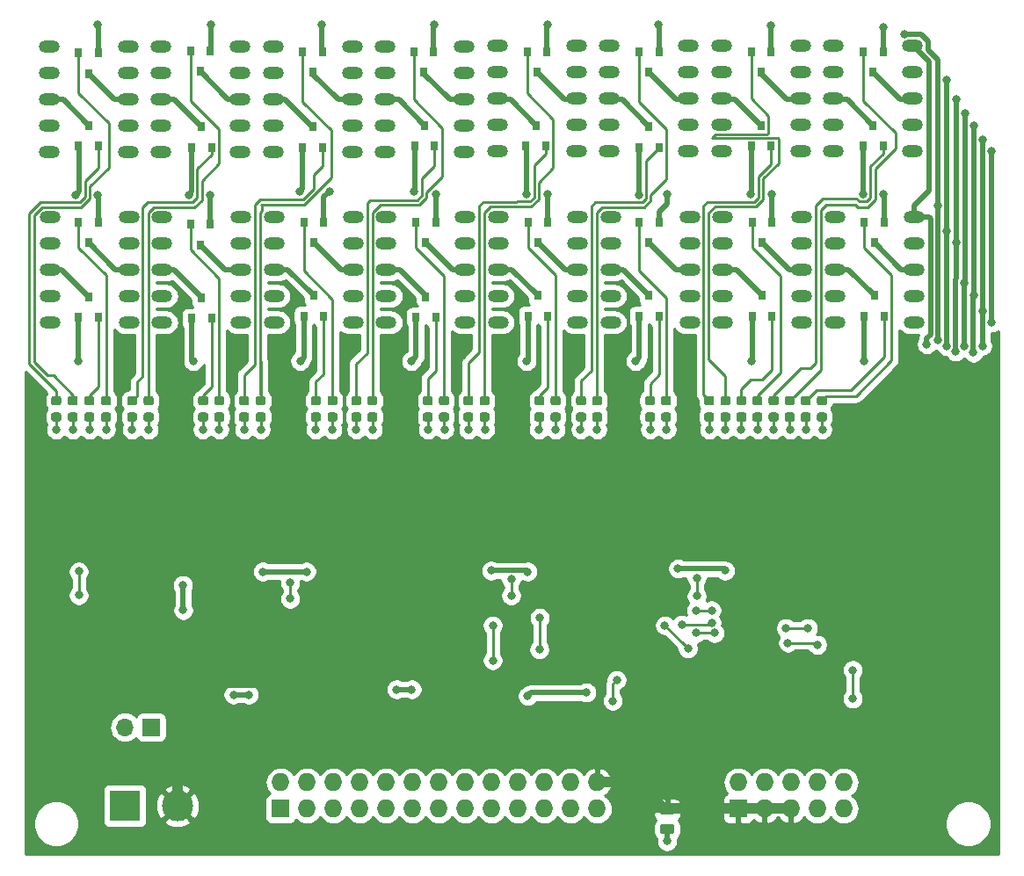
<source format=gbl>
%TF.GenerationSoftware,KiCad,Pcbnew,(5.1.0)-1*%
%TF.CreationDate,2022-03-22T21:10:23+01:00*%
%TF.ProjectId,led_display,6c65645f-6469-4737-906c-61792e6b6963,rev?*%
%TF.SameCoordinates,Original*%
%TF.FileFunction,Copper,L2,Bot*%
%TF.FilePolarity,Positive*%
%FSLAX46Y46*%
G04 Gerber Fmt 4.6, Leading zero omitted, Abs format (unit mm)*
G04 Created by KiCad (PCBNEW (5.1.0)-1) date 2022-03-22 21:10:23*
%MOMM*%
%LPD*%
G04 APERTURE LIST*
%ADD10C,3.000000*%
%ADD11R,3.000000X3.000000*%
%ADD12O,1.700000X1.700000*%
%ADD13R,1.700000X1.700000*%
%ADD14R,0.800000X0.900000*%
%ADD15O,2.000000X1.200000*%
%ADD16O,1.727200X1.727200*%
%ADD17R,1.727200X1.727200*%
%ADD18C,0.100000*%
%ADD19C,0.975000*%
%ADD20C,0.875000*%
%ADD21C,0.800000*%
%ADD22C,0.500000*%
%ADD23C,0.250000*%
%ADD24C,1.000000*%
%ADD25C,0.254000*%
G04 APERTURE END LIST*
D10*
X99280000Y-123950000D03*
D11*
X94200000Y-123950000D03*
D12*
X94210000Y-116400000D03*
D13*
X96750000Y-116400000D03*
D14*
X166400000Y-69700000D03*
X167350000Y-67700000D03*
X165450000Y-67700000D03*
X123200000Y-69700000D03*
X124150000Y-67700000D03*
X122250000Y-67700000D03*
X166300000Y-53300000D03*
X167250000Y-51300000D03*
X165350000Y-51300000D03*
X123000000Y-53300000D03*
X123950000Y-51300000D03*
X122050000Y-51300000D03*
X166400000Y-74800000D03*
X165450000Y-76800000D03*
X167350000Y-76800000D03*
X123200000Y-74900000D03*
X122250000Y-76900000D03*
X124150000Y-76900000D03*
X166300000Y-58400000D03*
X165350000Y-60400000D03*
X167250000Y-60400000D03*
X123100000Y-58400000D03*
X122150000Y-60400000D03*
X124050000Y-60400000D03*
X155600000Y-69700000D03*
X156550000Y-67700000D03*
X154650000Y-67700000D03*
X112400000Y-69700000D03*
X113350000Y-67700000D03*
X111450000Y-67700000D03*
X155500000Y-53300000D03*
X156450000Y-51300000D03*
X154550000Y-51300000D03*
X112300000Y-53300000D03*
X113250000Y-51300000D03*
X111350000Y-51300000D03*
X155600000Y-74800000D03*
X154650000Y-76800000D03*
X156550000Y-76800000D03*
X112400000Y-74800000D03*
X111450000Y-76800000D03*
X113350000Y-76800000D03*
X155500000Y-58400000D03*
X154550000Y-60400000D03*
X156450000Y-60400000D03*
X112300000Y-58500000D03*
X111350000Y-60500000D03*
X113250000Y-60500000D03*
X144700000Y-69700000D03*
X145650000Y-67700000D03*
X143750000Y-67700000D03*
X101500000Y-69900000D03*
X102450000Y-67900000D03*
X100550000Y-67900000D03*
X144700000Y-53300000D03*
X145650000Y-51300000D03*
X143750000Y-51300000D03*
X101500000Y-53200000D03*
X102450000Y-51200000D03*
X100550000Y-51200000D03*
X144700000Y-74800000D03*
X143750000Y-76800000D03*
X145650000Y-76800000D03*
X101600000Y-75000000D03*
X100650000Y-77000000D03*
X102550000Y-77000000D03*
X144700000Y-58500000D03*
X143750000Y-60500000D03*
X145650000Y-60500000D03*
X101600000Y-58500000D03*
X100650000Y-60500000D03*
X102550000Y-60500000D03*
X134000000Y-69700000D03*
X134950000Y-67700000D03*
X133050000Y-67700000D03*
X90700000Y-69700000D03*
X91650000Y-67700000D03*
X89750000Y-67700000D03*
X133900000Y-53300000D03*
X134850000Y-51300000D03*
X132950000Y-51300000D03*
X90700000Y-53400000D03*
X91650000Y-51400000D03*
X89750000Y-51400000D03*
X134000000Y-74800000D03*
X133050000Y-76800000D03*
X134950000Y-76800000D03*
X90700000Y-74900000D03*
X89750000Y-76900000D03*
X91650000Y-76900000D03*
X133800000Y-58400000D03*
X132850000Y-60400000D03*
X134750000Y-60400000D03*
X90700000Y-58400000D03*
X89750000Y-60400000D03*
X91650000Y-60400000D03*
D15*
X170210000Y-67220000D03*
X162590000Y-67220000D03*
X170210000Y-69760000D03*
X162590000Y-69760000D03*
X170210000Y-72300000D03*
X162590000Y-72300000D03*
X170210000Y-74840000D03*
X162590000Y-74840000D03*
X170210000Y-77380000D03*
X162590000Y-77380000D03*
X159410000Y-67220000D03*
X151790000Y-67220000D03*
X159410000Y-69760000D03*
X151790000Y-69760000D03*
X159410000Y-72300000D03*
X151790000Y-72300000D03*
X159410000Y-74840000D03*
X151790000Y-74840000D03*
X159410000Y-77380000D03*
X151790000Y-77380000D03*
X148610000Y-67220000D03*
X140990000Y-67220000D03*
X148610000Y-69760000D03*
X140990000Y-69760000D03*
X148610000Y-72300000D03*
X140990000Y-72300000D03*
X148610000Y-74840000D03*
X140990000Y-74840000D03*
X148610000Y-77380000D03*
X140990000Y-77380000D03*
X137810000Y-67220000D03*
X130190000Y-67220000D03*
X137810000Y-69760000D03*
X130190000Y-69760000D03*
X137810000Y-72300000D03*
X130190000Y-72300000D03*
X137810000Y-74840000D03*
X130190000Y-74840000D03*
X137810000Y-77380000D03*
X130190000Y-77380000D03*
X127010000Y-67220000D03*
X119390000Y-67220000D03*
X127010000Y-69760000D03*
X119390000Y-69760000D03*
X127010000Y-72300000D03*
X119390000Y-72300000D03*
X127010000Y-74840000D03*
X119390000Y-74840000D03*
X127010000Y-77380000D03*
X119390000Y-77380000D03*
X116210000Y-67220000D03*
X108590000Y-67220000D03*
X116210000Y-69760000D03*
X108590000Y-69760000D03*
X116210000Y-72300000D03*
X108590000Y-72300000D03*
X116210000Y-74840000D03*
X108590000Y-74840000D03*
X116210000Y-77380000D03*
X108590000Y-77380000D03*
X105410000Y-67220000D03*
X97790000Y-67220000D03*
X105410000Y-69760000D03*
X97790000Y-69760000D03*
X105410000Y-72300000D03*
X97790000Y-72300000D03*
X105410000Y-74840000D03*
X97790000Y-74840000D03*
X105410000Y-77380000D03*
X97790000Y-77380000D03*
X94610000Y-67220000D03*
X86990000Y-67220000D03*
X94610000Y-69760000D03*
X86990000Y-69760000D03*
X94610000Y-72300000D03*
X86990000Y-72300000D03*
X94610000Y-74840000D03*
X86990000Y-74840000D03*
X94610000Y-77380000D03*
X86990000Y-77380000D03*
X170110000Y-50720000D03*
X162490000Y-50720000D03*
X170110000Y-53260000D03*
X162490000Y-53260000D03*
X170110000Y-55800000D03*
X162490000Y-55800000D03*
X170110000Y-58340000D03*
X162490000Y-58340000D03*
X170110000Y-60880000D03*
X162490000Y-60880000D03*
X159310000Y-50720000D03*
X151690000Y-50720000D03*
X159310000Y-53260000D03*
X151690000Y-53260000D03*
X159310000Y-55800000D03*
X151690000Y-55800000D03*
X159310000Y-58340000D03*
X151690000Y-58340000D03*
X159310000Y-60880000D03*
X151690000Y-60880000D03*
X148510000Y-50720000D03*
X140890000Y-50720000D03*
X148510000Y-53260000D03*
X140890000Y-53260000D03*
X148510000Y-55800000D03*
X140890000Y-55800000D03*
X148510000Y-58340000D03*
X140890000Y-58340000D03*
X148510000Y-60880000D03*
X140890000Y-60880000D03*
X137710000Y-50720000D03*
X130090000Y-50720000D03*
X137710000Y-53260000D03*
X130090000Y-53260000D03*
X137710000Y-55800000D03*
X130090000Y-55800000D03*
X137710000Y-58340000D03*
X130090000Y-58340000D03*
X137710000Y-60880000D03*
X130090000Y-60880000D03*
X126900000Y-50780000D03*
X119280000Y-50780000D03*
X126900000Y-53320000D03*
X119280000Y-53320000D03*
X126900000Y-55860000D03*
X119280000Y-55860000D03*
X126900000Y-58400000D03*
X119280000Y-58400000D03*
X126900000Y-60940000D03*
X119280000Y-60940000D03*
X116110000Y-50820000D03*
X108490000Y-50820000D03*
X116110000Y-53360000D03*
X108490000Y-53360000D03*
X116110000Y-55900000D03*
X108490000Y-55900000D03*
X116110000Y-58440000D03*
X108490000Y-58440000D03*
X116110000Y-60980000D03*
X108490000Y-60980000D03*
X105310000Y-50820000D03*
X97690000Y-50820000D03*
X105310000Y-53360000D03*
X97690000Y-53360000D03*
X105310000Y-55900000D03*
X97690000Y-55900000D03*
X105310000Y-58440000D03*
X97690000Y-58440000D03*
X105310000Y-60980000D03*
X97690000Y-60980000D03*
X94510000Y-50820000D03*
X86890000Y-50820000D03*
X94510000Y-53360000D03*
X86890000Y-53360000D03*
X94510000Y-55900000D03*
X86890000Y-55900000D03*
X94510000Y-58440000D03*
X86890000Y-58440000D03*
X94510000Y-60980000D03*
X86890000Y-60980000D03*
D16*
X139680000Y-121710000D03*
X139680000Y-124250000D03*
X137140000Y-121710000D03*
X137140000Y-124250000D03*
X134600000Y-121710000D03*
X134600000Y-124250000D03*
X132060000Y-121710000D03*
X132060000Y-124250000D03*
X129520000Y-121710000D03*
X129520000Y-124250000D03*
X126980000Y-121710000D03*
X126980000Y-124250000D03*
X124440000Y-121710000D03*
X124440000Y-124250000D03*
X121900000Y-121710000D03*
X121900000Y-124250000D03*
X119360000Y-121710000D03*
X119360000Y-124250000D03*
X116820000Y-121710000D03*
X116820000Y-124250000D03*
X114280000Y-121710000D03*
X114280000Y-124250000D03*
X111740000Y-121710000D03*
X111740000Y-124250000D03*
X109200000Y-121710000D03*
D17*
X109200000Y-124250000D03*
D16*
X163460000Y-121710000D03*
X163460000Y-124250000D03*
X160920000Y-121710000D03*
X160920000Y-124250000D03*
X158380000Y-121710000D03*
X158380000Y-124250000D03*
X155840000Y-121710000D03*
X155840000Y-124250000D03*
X153300000Y-121710000D03*
D17*
X153300000Y-124250000D03*
D18*
G36*
X146930142Y-123838674D02*
G01*
X146953803Y-123842184D01*
X146977007Y-123847996D01*
X146999529Y-123856054D01*
X147021153Y-123866282D01*
X147041670Y-123878579D01*
X147060883Y-123892829D01*
X147078607Y-123908893D01*
X147094671Y-123926617D01*
X147108921Y-123945830D01*
X147121218Y-123966347D01*
X147131446Y-123987971D01*
X147139504Y-124010493D01*
X147145316Y-124033697D01*
X147148826Y-124057358D01*
X147150000Y-124081250D01*
X147150000Y-124568750D01*
X147148826Y-124592642D01*
X147145316Y-124616303D01*
X147139504Y-124639507D01*
X147131446Y-124662029D01*
X147121218Y-124683653D01*
X147108921Y-124704170D01*
X147094671Y-124723383D01*
X147078607Y-124741107D01*
X147060883Y-124757171D01*
X147041670Y-124771421D01*
X147021153Y-124783718D01*
X146999529Y-124793946D01*
X146977007Y-124802004D01*
X146953803Y-124807816D01*
X146930142Y-124811326D01*
X146906250Y-124812500D01*
X145993750Y-124812500D01*
X145969858Y-124811326D01*
X145946197Y-124807816D01*
X145922993Y-124802004D01*
X145900471Y-124793946D01*
X145878847Y-124783718D01*
X145858330Y-124771421D01*
X145839117Y-124757171D01*
X145821393Y-124741107D01*
X145805329Y-124723383D01*
X145791079Y-124704170D01*
X145778782Y-124683653D01*
X145768554Y-124662029D01*
X145760496Y-124639507D01*
X145754684Y-124616303D01*
X145751174Y-124592642D01*
X145750000Y-124568750D01*
X145750000Y-124081250D01*
X145751174Y-124057358D01*
X145754684Y-124033697D01*
X145760496Y-124010493D01*
X145768554Y-123987971D01*
X145778782Y-123966347D01*
X145791079Y-123945830D01*
X145805329Y-123926617D01*
X145821393Y-123908893D01*
X145839117Y-123892829D01*
X145858330Y-123878579D01*
X145878847Y-123866282D01*
X145900471Y-123856054D01*
X145922993Y-123847996D01*
X145946197Y-123842184D01*
X145969858Y-123838674D01*
X145993750Y-123837500D01*
X146906250Y-123837500D01*
X146930142Y-123838674D01*
X146930142Y-123838674D01*
G37*
D19*
X146450000Y-124325000D03*
D18*
G36*
X146930142Y-125713674D02*
G01*
X146953803Y-125717184D01*
X146977007Y-125722996D01*
X146999529Y-125731054D01*
X147021153Y-125741282D01*
X147041670Y-125753579D01*
X147060883Y-125767829D01*
X147078607Y-125783893D01*
X147094671Y-125801617D01*
X147108921Y-125820830D01*
X147121218Y-125841347D01*
X147131446Y-125862971D01*
X147139504Y-125885493D01*
X147145316Y-125908697D01*
X147148826Y-125932358D01*
X147150000Y-125956250D01*
X147150000Y-126443750D01*
X147148826Y-126467642D01*
X147145316Y-126491303D01*
X147139504Y-126514507D01*
X147131446Y-126537029D01*
X147121218Y-126558653D01*
X147108921Y-126579170D01*
X147094671Y-126598383D01*
X147078607Y-126616107D01*
X147060883Y-126632171D01*
X147041670Y-126646421D01*
X147021153Y-126658718D01*
X146999529Y-126668946D01*
X146977007Y-126677004D01*
X146953803Y-126682816D01*
X146930142Y-126686326D01*
X146906250Y-126687500D01*
X145993750Y-126687500D01*
X145969858Y-126686326D01*
X145946197Y-126682816D01*
X145922993Y-126677004D01*
X145900471Y-126668946D01*
X145878847Y-126658718D01*
X145858330Y-126646421D01*
X145839117Y-126632171D01*
X145821393Y-126616107D01*
X145805329Y-126598383D01*
X145791079Y-126579170D01*
X145778782Y-126558653D01*
X145768554Y-126537029D01*
X145760496Y-126514507D01*
X145754684Y-126491303D01*
X145751174Y-126467642D01*
X145750000Y-126443750D01*
X145750000Y-125956250D01*
X145751174Y-125932358D01*
X145754684Y-125908697D01*
X145760496Y-125885493D01*
X145768554Y-125862971D01*
X145778782Y-125841347D01*
X145791079Y-125820830D01*
X145805329Y-125801617D01*
X145821393Y-125783893D01*
X145839117Y-125767829D01*
X145858330Y-125753579D01*
X145878847Y-125741282D01*
X145900471Y-125731054D01*
X145922993Y-125722996D01*
X145946197Y-125717184D01*
X145969858Y-125713674D01*
X145993750Y-125712500D01*
X146906250Y-125712500D01*
X146930142Y-125713674D01*
X146930142Y-125713674D01*
G37*
D19*
X146450000Y-126200000D03*
D18*
G36*
X161627691Y-86063553D02*
G01*
X161648926Y-86066703D01*
X161669750Y-86071919D01*
X161689962Y-86079151D01*
X161709368Y-86088330D01*
X161727781Y-86099366D01*
X161745024Y-86112154D01*
X161760930Y-86126570D01*
X161775346Y-86142476D01*
X161788134Y-86159719D01*
X161799170Y-86178132D01*
X161808349Y-86197538D01*
X161815581Y-86217750D01*
X161820797Y-86238574D01*
X161823947Y-86259809D01*
X161825000Y-86281250D01*
X161825000Y-86718750D01*
X161823947Y-86740191D01*
X161820797Y-86761426D01*
X161815581Y-86782250D01*
X161808349Y-86802462D01*
X161799170Y-86821868D01*
X161788134Y-86840281D01*
X161775346Y-86857524D01*
X161760930Y-86873430D01*
X161745024Y-86887846D01*
X161727781Y-86900634D01*
X161709368Y-86911670D01*
X161689962Y-86920849D01*
X161669750Y-86928081D01*
X161648926Y-86933297D01*
X161627691Y-86936447D01*
X161606250Y-86937500D01*
X161093750Y-86937500D01*
X161072309Y-86936447D01*
X161051074Y-86933297D01*
X161030250Y-86928081D01*
X161010038Y-86920849D01*
X160990632Y-86911670D01*
X160972219Y-86900634D01*
X160954976Y-86887846D01*
X160939070Y-86873430D01*
X160924654Y-86857524D01*
X160911866Y-86840281D01*
X160900830Y-86821868D01*
X160891651Y-86802462D01*
X160884419Y-86782250D01*
X160879203Y-86761426D01*
X160876053Y-86740191D01*
X160875000Y-86718750D01*
X160875000Y-86281250D01*
X160876053Y-86259809D01*
X160879203Y-86238574D01*
X160884419Y-86217750D01*
X160891651Y-86197538D01*
X160900830Y-86178132D01*
X160911866Y-86159719D01*
X160924654Y-86142476D01*
X160939070Y-86126570D01*
X160954976Y-86112154D01*
X160972219Y-86099366D01*
X160990632Y-86088330D01*
X161010038Y-86079151D01*
X161030250Y-86071919D01*
X161051074Y-86066703D01*
X161072309Y-86063553D01*
X161093750Y-86062500D01*
X161606250Y-86062500D01*
X161627691Y-86063553D01*
X161627691Y-86063553D01*
G37*
D20*
X161350000Y-86500000D03*
D18*
G36*
X161627691Y-84488553D02*
G01*
X161648926Y-84491703D01*
X161669750Y-84496919D01*
X161689962Y-84504151D01*
X161709368Y-84513330D01*
X161727781Y-84524366D01*
X161745024Y-84537154D01*
X161760930Y-84551570D01*
X161775346Y-84567476D01*
X161788134Y-84584719D01*
X161799170Y-84603132D01*
X161808349Y-84622538D01*
X161815581Y-84642750D01*
X161820797Y-84663574D01*
X161823947Y-84684809D01*
X161825000Y-84706250D01*
X161825000Y-85143750D01*
X161823947Y-85165191D01*
X161820797Y-85186426D01*
X161815581Y-85207250D01*
X161808349Y-85227462D01*
X161799170Y-85246868D01*
X161788134Y-85265281D01*
X161775346Y-85282524D01*
X161760930Y-85298430D01*
X161745024Y-85312846D01*
X161727781Y-85325634D01*
X161709368Y-85336670D01*
X161689962Y-85345849D01*
X161669750Y-85353081D01*
X161648926Y-85358297D01*
X161627691Y-85361447D01*
X161606250Y-85362500D01*
X161093750Y-85362500D01*
X161072309Y-85361447D01*
X161051074Y-85358297D01*
X161030250Y-85353081D01*
X161010038Y-85345849D01*
X160990632Y-85336670D01*
X160972219Y-85325634D01*
X160954976Y-85312846D01*
X160939070Y-85298430D01*
X160924654Y-85282524D01*
X160911866Y-85265281D01*
X160900830Y-85246868D01*
X160891651Y-85227462D01*
X160884419Y-85207250D01*
X160879203Y-85186426D01*
X160876053Y-85165191D01*
X160875000Y-85143750D01*
X160875000Y-84706250D01*
X160876053Y-84684809D01*
X160879203Y-84663574D01*
X160884419Y-84642750D01*
X160891651Y-84622538D01*
X160900830Y-84603132D01*
X160911866Y-84584719D01*
X160924654Y-84567476D01*
X160939070Y-84551570D01*
X160954976Y-84537154D01*
X160972219Y-84524366D01*
X160990632Y-84513330D01*
X161010038Y-84504151D01*
X161030250Y-84496919D01*
X161051074Y-84491703D01*
X161072309Y-84488553D01*
X161093750Y-84487500D01*
X161606250Y-84487500D01*
X161627691Y-84488553D01*
X161627691Y-84488553D01*
G37*
D20*
X161350000Y-84925000D03*
D18*
G36*
X125227691Y-86063553D02*
G01*
X125248926Y-86066703D01*
X125269750Y-86071919D01*
X125289962Y-86079151D01*
X125309368Y-86088330D01*
X125327781Y-86099366D01*
X125345024Y-86112154D01*
X125360930Y-86126570D01*
X125375346Y-86142476D01*
X125388134Y-86159719D01*
X125399170Y-86178132D01*
X125408349Y-86197538D01*
X125415581Y-86217750D01*
X125420797Y-86238574D01*
X125423947Y-86259809D01*
X125425000Y-86281250D01*
X125425000Y-86718750D01*
X125423947Y-86740191D01*
X125420797Y-86761426D01*
X125415581Y-86782250D01*
X125408349Y-86802462D01*
X125399170Y-86821868D01*
X125388134Y-86840281D01*
X125375346Y-86857524D01*
X125360930Y-86873430D01*
X125345024Y-86887846D01*
X125327781Y-86900634D01*
X125309368Y-86911670D01*
X125289962Y-86920849D01*
X125269750Y-86928081D01*
X125248926Y-86933297D01*
X125227691Y-86936447D01*
X125206250Y-86937500D01*
X124693750Y-86937500D01*
X124672309Y-86936447D01*
X124651074Y-86933297D01*
X124630250Y-86928081D01*
X124610038Y-86920849D01*
X124590632Y-86911670D01*
X124572219Y-86900634D01*
X124554976Y-86887846D01*
X124539070Y-86873430D01*
X124524654Y-86857524D01*
X124511866Y-86840281D01*
X124500830Y-86821868D01*
X124491651Y-86802462D01*
X124484419Y-86782250D01*
X124479203Y-86761426D01*
X124476053Y-86740191D01*
X124475000Y-86718750D01*
X124475000Y-86281250D01*
X124476053Y-86259809D01*
X124479203Y-86238574D01*
X124484419Y-86217750D01*
X124491651Y-86197538D01*
X124500830Y-86178132D01*
X124511866Y-86159719D01*
X124524654Y-86142476D01*
X124539070Y-86126570D01*
X124554976Y-86112154D01*
X124572219Y-86099366D01*
X124590632Y-86088330D01*
X124610038Y-86079151D01*
X124630250Y-86071919D01*
X124651074Y-86066703D01*
X124672309Y-86063553D01*
X124693750Y-86062500D01*
X125206250Y-86062500D01*
X125227691Y-86063553D01*
X125227691Y-86063553D01*
G37*
D20*
X124950000Y-86500000D03*
D18*
G36*
X125227691Y-84488553D02*
G01*
X125248926Y-84491703D01*
X125269750Y-84496919D01*
X125289962Y-84504151D01*
X125309368Y-84513330D01*
X125327781Y-84524366D01*
X125345024Y-84537154D01*
X125360930Y-84551570D01*
X125375346Y-84567476D01*
X125388134Y-84584719D01*
X125399170Y-84603132D01*
X125408349Y-84622538D01*
X125415581Y-84642750D01*
X125420797Y-84663574D01*
X125423947Y-84684809D01*
X125425000Y-84706250D01*
X125425000Y-85143750D01*
X125423947Y-85165191D01*
X125420797Y-85186426D01*
X125415581Y-85207250D01*
X125408349Y-85227462D01*
X125399170Y-85246868D01*
X125388134Y-85265281D01*
X125375346Y-85282524D01*
X125360930Y-85298430D01*
X125345024Y-85312846D01*
X125327781Y-85325634D01*
X125309368Y-85336670D01*
X125289962Y-85345849D01*
X125269750Y-85353081D01*
X125248926Y-85358297D01*
X125227691Y-85361447D01*
X125206250Y-85362500D01*
X124693750Y-85362500D01*
X124672309Y-85361447D01*
X124651074Y-85358297D01*
X124630250Y-85353081D01*
X124610038Y-85345849D01*
X124590632Y-85336670D01*
X124572219Y-85325634D01*
X124554976Y-85312846D01*
X124539070Y-85298430D01*
X124524654Y-85282524D01*
X124511866Y-85265281D01*
X124500830Y-85246868D01*
X124491651Y-85227462D01*
X124484419Y-85207250D01*
X124479203Y-85186426D01*
X124476053Y-85165191D01*
X124475000Y-85143750D01*
X124475000Y-84706250D01*
X124476053Y-84684809D01*
X124479203Y-84663574D01*
X124484419Y-84642750D01*
X124491651Y-84622538D01*
X124500830Y-84603132D01*
X124511866Y-84584719D01*
X124524654Y-84567476D01*
X124539070Y-84551570D01*
X124554976Y-84537154D01*
X124572219Y-84524366D01*
X124590632Y-84513330D01*
X124610038Y-84504151D01*
X124630250Y-84496919D01*
X124651074Y-84491703D01*
X124672309Y-84488553D01*
X124693750Y-84487500D01*
X125206250Y-84487500D01*
X125227691Y-84488553D01*
X125227691Y-84488553D01*
G37*
D20*
X124950000Y-84925000D03*
D18*
G36*
X158527691Y-86063553D02*
G01*
X158548926Y-86066703D01*
X158569750Y-86071919D01*
X158589962Y-86079151D01*
X158609368Y-86088330D01*
X158627781Y-86099366D01*
X158645024Y-86112154D01*
X158660930Y-86126570D01*
X158675346Y-86142476D01*
X158688134Y-86159719D01*
X158699170Y-86178132D01*
X158708349Y-86197538D01*
X158715581Y-86217750D01*
X158720797Y-86238574D01*
X158723947Y-86259809D01*
X158725000Y-86281250D01*
X158725000Y-86718750D01*
X158723947Y-86740191D01*
X158720797Y-86761426D01*
X158715581Y-86782250D01*
X158708349Y-86802462D01*
X158699170Y-86821868D01*
X158688134Y-86840281D01*
X158675346Y-86857524D01*
X158660930Y-86873430D01*
X158645024Y-86887846D01*
X158627781Y-86900634D01*
X158609368Y-86911670D01*
X158589962Y-86920849D01*
X158569750Y-86928081D01*
X158548926Y-86933297D01*
X158527691Y-86936447D01*
X158506250Y-86937500D01*
X157993750Y-86937500D01*
X157972309Y-86936447D01*
X157951074Y-86933297D01*
X157930250Y-86928081D01*
X157910038Y-86920849D01*
X157890632Y-86911670D01*
X157872219Y-86900634D01*
X157854976Y-86887846D01*
X157839070Y-86873430D01*
X157824654Y-86857524D01*
X157811866Y-86840281D01*
X157800830Y-86821868D01*
X157791651Y-86802462D01*
X157784419Y-86782250D01*
X157779203Y-86761426D01*
X157776053Y-86740191D01*
X157775000Y-86718750D01*
X157775000Y-86281250D01*
X157776053Y-86259809D01*
X157779203Y-86238574D01*
X157784419Y-86217750D01*
X157791651Y-86197538D01*
X157800830Y-86178132D01*
X157811866Y-86159719D01*
X157824654Y-86142476D01*
X157839070Y-86126570D01*
X157854976Y-86112154D01*
X157872219Y-86099366D01*
X157890632Y-86088330D01*
X157910038Y-86079151D01*
X157930250Y-86071919D01*
X157951074Y-86066703D01*
X157972309Y-86063553D01*
X157993750Y-86062500D01*
X158506250Y-86062500D01*
X158527691Y-86063553D01*
X158527691Y-86063553D01*
G37*
D20*
X158250000Y-86500000D03*
D18*
G36*
X158527691Y-84488553D02*
G01*
X158548926Y-84491703D01*
X158569750Y-84496919D01*
X158589962Y-84504151D01*
X158609368Y-84513330D01*
X158627781Y-84524366D01*
X158645024Y-84537154D01*
X158660930Y-84551570D01*
X158675346Y-84567476D01*
X158688134Y-84584719D01*
X158699170Y-84603132D01*
X158708349Y-84622538D01*
X158715581Y-84642750D01*
X158720797Y-84663574D01*
X158723947Y-84684809D01*
X158725000Y-84706250D01*
X158725000Y-85143750D01*
X158723947Y-85165191D01*
X158720797Y-85186426D01*
X158715581Y-85207250D01*
X158708349Y-85227462D01*
X158699170Y-85246868D01*
X158688134Y-85265281D01*
X158675346Y-85282524D01*
X158660930Y-85298430D01*
X158645024Y-85312846D01*
X158627781Y-85325634D01*
X158609368Y-85336670D01*
X158589962Y-85345849D01*
X158569750Y-85353081D01*
X158548926Y-85358297D01*
X158527691Y-85361447D01*
X158506250Y-85362500D01*
X157993750Y-85362500D01*
X157972309Y-85361447D01*
X157951074Y-85358297D01*
X157930250Y-85353081D01*
X157910038Y-85345849D01*
X157890632Y-85336670D01*
X157872219Y-85325634D01*
X157854976Y-85312846D01*
X157839070Y-85298430D01*
X157824654Y-85282524D01*
X157811866Y-85265281D01*
X157800830Y-85246868D01*
X157791651Y-85227462D01*
X157784419Y-85207250D01*
X157779203Y-85186426D01*
X157776053Y-85165191D01*
X157775000Y-85143750D01*
X157775000Y-84706250D01*
X157776053Y-84684809D01*
X157779203Y-84663574D01*
X157784419Y-84642750D01*
X157791651Y-84622538D01*
X157800830Y-84603132D01*
X157811866Y-84584719D01*
X157824654Y-84567476D01*
X157839070Y-84551570D01*
X157854976Y-84537154D01*
X157872219Y-84524366D01*
X157890632Y-84513330D01*
X157910038Y-84504151D01*
X157930250Y-84496919D01*
X157951074Y-84491703D01*
X157972309Y-84488553D01*
X157993750Y-84487500D01*
X158506250Y-84487500D01*
X158527691Y-84488553D01*
X158527691Y-84488553D01*
G37*
D20*
X158250000Y-84925000D03*
D18*
G36*
X118327691Y-86063553D02*
G01*
X118348926Y-86066703D01*
X118369750Y-86071919D01*
X118389962Y-86079151D01*
X118409368Y-86088330D01*
X118427781Y-86099366D01*
X118445024Y-86112154D01*
X118460930Y-86126570D01*
X118475346Y-86142476D01*
X118488134Y-86159719D01*
X118499170Y-86178132D01*
X118508349Y-86197538D01*
X118515581Y-86217750D01*
X118520797Y-86238574D01*
X118523947Y-86259809D01*
X118525000Y-86281250D01*
X118525000Y-86718750D01*
X118523947Y-86740191D01*
X118520797Y-86761426D01*
X118515581Y-86782250D01*
X118508349Y-86802462D01*
X118499170Y-86821868D01*
X118488134Y-86840281D01*
X118475346Y-86857524D01*
X118460930Y-86873430D01*
X118445024Y-86887846D01*
X118427781Y-86900634D01*
X118409368Y-86911670D01*
X118389962Y-86920849D01*
X118369750Y-86928081D01*
X118348926Y-86933297D01*
X118327691Y-86936447D01*
X118306250Y-86937500D01*
X117793750Y-86937500D01*
X117772309Y-86936447D01*
X117751074Y-86933297D01*
X117730250Y-86928081D01*
X117710038Y-86920849D01*
X117690632Y-86911670D01*
X117672219Y-86900634D01*
X117654976Y-86887846D01*
X117639070Y-86873430D01*
X117624654Y-86857524D01*
X117611866Y-86840281D01*
X117600830Y-86821868D01*
X117591651Y-86802462D01*
X117584419Y-86782250D01*
X117579203Y-86761426D01*
X117576053Y-86740191D01*
X117575000Y-86718750D01*
X117575000Y-86281250D01*
X117576053Y-86259809D01*
X117579203Y-86238574D01*
X117584419Y-86217750D01*
X117591651Y-86197538D01*
X117600830Y-86178132D01*
X117611866Y-86159719D01*
X117624654Y-86142476D01*
X117639070Y-86126570D01*
X117654976Y-86112154D01*
X117672219Y-86099366D01*
X117690632Y-86088330D01*
X117710038Y-86079151D01*
X117730250Y-86071919D01*
X117751074Y-86066703D01*
X117772309Y-86063553D01*
X117793750Y-86062500D01*
X118306250Y-86062500D01*
X118327691Y-86063553D01*
X118327691Y-86063553D01*
G37*
D20*
X118050000Y-86500000D03*
D18*
G36*
X118327691Y-84488553D02*
G01*
X118348926Y-84491703D01*
X118369750Y-84496919D01*
X118389962Y-84504151D01*
X118409368Y-84513330D01*
X118427781Y-84524366D01*
X118445024Y-84537154D01*
X118460930Y-84551570D01*
X118475346Y-84567476D01*
X118488134Y-84584719D01*
X118499170Y-84603132D01*
X118508349Y-84622538D01*
X118515581Y-84642750D01*
X118520797Y-84663574D01*
X118523947Y-84684809D01*
X118525000Y-84706250D01*
X118525000Y-85143750D01*
X118523947Y-85165191D01*
X118520797Y-85186426D01*
X118515581Y-85207250D01*
X118508349Y-85227462D01*
X118499170Y-85246868D01*
X118488134Y-85265281D01*
X118475346Y-85282524D01*
X118460930Y-85298430D01*
X118445024Y-85312846D01*
X118427781Y-85325634D01*
X118409368Y-85336670D01*
X118389962Y-85345849D01*
X118369750Y-85353081D01*
X118348926Y-85358297D01*
X118327691Y-85361447D01*
X118306250Y-85362500D01*
X117793750Y-85362500D01*
X117772309Y-85361447D01*
X117751074Y-85358297D01*
X117730250Y-85353081D01*
X117710038Y-85345849D01*
X117690632Y-85336670D01*
X117672219Y-85325634D01*
X117654976Y-85312846D01*
X117639070Y-85298430D01*
X117624654Y-85282524D01*
X117611866Y-85265281D01*
X117600830Y-85246868D01*
X117591651Y-85227462D01*
X117584419Y-85207250D01*
X117579203Y-85186426D01*
X117576053Y-85165191D01*
X117575000Y-85143750D01*
X117575000Y-84706250D01*
X117576053Y-84684809D01*
X117579203Y-84663574D01*
X117584419Y-84642750D01*
X117591651Y-84622538D01*
X117600830Y-84603132D01*
X117611866Y-84584719D01*
X117624654Y-84567476D01*
X117639070Y-84551570D01*
X117654976Y-84537154D01*
X117672219Y-84524366D01*
X117690632Y-84513330D01*
X117710038Y-84504151D01*
X117730250Y-84496919D01*
X117751074Y-84491703D01*
X117772309Y-84488553D01*
X117793750Y-84487500D01*
X118306250Y-84487500D01*
X118327691Y-84488553D01*
X118327691Y-84488553D01*
G37*
D20*
X118050000Y-84925000D03*
D18*
G36*
X160077691Y-86063553D02*
G01*
X160098926Y-86066703D01*
X160119750Y-86071919D01*
X160139962Y-86079151D01*
X160159368Y-86088330D01*
X160177781Y-86099366D01*
X160195024Y-86112154D01*
X160210930Y-86126570D01*
X160225346Y-86142476D01*
X160238134Y-86159719D01*
X160249170Y-86178132D01*
X160258349Y-86197538D01*
X160265581Y-86217750D01*
X160270797Y-86238574D01*
X160273947Y-86259809D01*
X160275000Y-86281250D01*
X160275000Y-86718750D01*
X160273947Y-86740191D01*
X160270797Y-86761426D01*
X160265581Y-86782250D01*
X160258349Y-86802462D01*
X160249170Y-86821868D01*
X160238134Y-86840281D01*
X160225346Y-86857524D01*
X160210930Y-86873430D01*
X160195024Y-86887846D01*
X160177781Y-86900634D01*
X160159368Y-86911670D01*
X160139962Y-86920849D01*
X160119750Y-86928081D01*
X160098926Y-86933297D01*
X160077691Y-86936447D01*
X160056250Y-86937500D01*
X159543750Y-86937500D01*
X159522309Y-86936447D01*
X159501074Y-86933297D01*
X159480250Y-86928081D01*
X159460038Y-86920849D01*
X159440632Y-86911670D01*
X159422219Y-86900634D01*
X159404976Y-86887846D01*
X159389070Y-86873430D01*
X159374654Y-86857524D01*
X159361866Y-86840281D01*
X159350830Y-86821868D01*
X159341651Y-86802462D01*
X159334419Y-86782250D01*
X159329203Y-86761426D01*
X159326053Y-86740191D01*
X159325000Y-86718750D01*
X159325000Y-86281250D01*
X159326053Y-86259809D01*
X159329203Y-86238574D01*
X159334419Y-86217750D01*
X159341651Y-86197538D01*
X159350830Y-86178132D01*
X159361866Y-86159719D01*
X159374654Y-86142476D01*
X159389070Y-86126570D01*
X159404976Y-86112154D01*
X159422219Y-86099366D01*
X159440632Y-86088330D01*
X159460038Y-86079151D01*
X159480250Y-86071919D01*
X159501074Y-86066703D01*
X159522309Y-86063553D01*
X159543750Y-86062500D01*
X160056250Y-86062500D01*
X160077691Y-86063553D01*
X160077691Y-86063553D01*
G37*
D20*
X159800000Y-86500000D03*
D18*
G36*
X160077691Y-84488553D02*
G01*
X160098926Y-84491703D01*
X160119750Y-84496919D01*
X160139962Y-84504151D01*
X160159368Y-84513330D01*
X160177781Y-84524366D01*
X160195024Y-84537154D01*
X160210930Y-84551570D01*
X160225346Y-84567476D01*
X160238134Y-84584719D01*
X160249170Y-84603132D01*
X160258349Y-84622538D01*
X160265581Y-84642750D01*
X160270797Y-84663574D01*
X160273947Y-84684809D01*
X160275000Y-84706250D01*
X160275000Y-85143750D01*
X160273947Y-85165191D01*
X160270797Y-85186426D01*
X160265581Y-85207250D01*
X160258349Y-85227462D01*
X160249170Y-85246868D01*
X160238134Y-85265281D01*
X160225346Y-85282524D01*
X160210930Y-85298430D01*
X160195024Y-85312846D01*
X160177781Y-85325634D01*
X160159368Y-85336670D01*
X160139962Y-85345849D01*
X160119750Y-85353081D01*
X160098926Y-85358297D01*
X160077691Y-85361447D01*
X160056250Y-85362500D01*
X159543750Y-85362500D01*
X159522309Y-85361447D01*
X159501074Y-85358297D01*
X159480250Y-85353081D01*
X159460038Y-85345849D01*
X159440632Y-85336670D01*
X159422219Y-85325634D01*
X159404976Y-85312846D01*
X159389070Y-85298430D01*
X159374654Y-85282524D01*
X159361866Y-85265281D01*
X159350830Y-85246868D01*
X159341651Y-85227462D01*
X159334419Y-85207250D01*
X159329203Y-85186426D01*
X159326053Y-85165191D01*
X159325000Y-85143750D01*
X159325000Y-84706250D01*
X159326053Y-84684809D01*
X159329203Y-84663574D01*
X159334419Y-84642750D01*
X159341651Y-84622538D01*
X159350830Y-84603132D01*
X159361866Y-84584719D01*
X159374654Y-84567476D01*
X159389070Y-84551570D01*
X159404976Y-84537154D01*
X159422219Y-84524366D01*
X159440632Y-84513330D01*
X159460038Y-84504151D01*
X159480250Y-84496919D01*
X159501074Y-84491703D01*
X159522309Y-84488553D01*
X159543750Y-84487500D01*
X160056250Y-84487500D01*
X160077691Y-84488553D01*
X160077691Y-84488553D01*
G37*
D20*
X159800000Y-84925000D03*
D18*
G36*
X123677691Y-86063553D02*
G01*
X123698926Y-86066703D01*
X123719750Y-86071919D01*
X123739962Y-86079151D01*
X123759368Y-86088330D01*
X123777781Y-86099366D01*
X123795024Y-86112154D01*
X123810930Y-86126570D01*
X123825346Y-86142476D01*
X123838134Y-86159719D01*
X123849170Y-86178132D01*
X123858349Y-86197538D01*
X123865581Y-86217750D01*
X123870797Y-86238574D01*
X123873947Y-86259809D01*
X123875000Y-86281250D01*
X123875000Y-86718750D01*
X123873947Y-86740191D01*
X123870797Y-86761426D01*
X123865581Y-86782250D01*
X123858349Y-86802462D01*
X123849170Y-86821868D01*
X123838134Y-86840281D01*
X123825346Y-86857524D01*
X123810930Y-86873430D01*
X123795024Y-86887846D01*
X123777781Y-86900634D01*
X123759368Y-86911670D01*
X123739962Y-86920849D01*
X123719750Y-86928081D01*
X123698926Y-86933297D01*
X123677691Y-86936447D01*
X123656250Y-86937500D01*
X123143750Y-86937500D01*
X123122309Y-86936447D01*
X123101074Y-86933297D01*
X123080250Y-86928081D01*
X123060038Y-86920849D01*
X123040632Y-86911670D01*
X123022219Y-86900634D01*
X123004976Y-86887846D01*
X122989070Y-86873430D01*
X122974654Y-86857524D01*
X122961866Y-86840281D01*
X122950830Y-86821868D01*
X122941651Y-86802462D01*
X122934419Y-86782250D01*
X122929203Y-86761426D01*
X122926053Y-86740191D01*
X122925000Y-86718750D01*
X122925000Y-86281250D01*
X122926053Y-86259809D01*
X122929203Y-86238574D01*
X122934419Y-86217750D01*
X122941651Y-86197538D01*
X122950830Y-86178132D01*
X122961866Y-86159719D01*
X122974654Y-86142476D01*
X122989070Y-86126570D01*
X123004976Y-86112154D01*
X123022219Y-86099366D01*
X123040632Y-86088330D01*
X123060038Y-86079151D01*
X123080250Y-86071919D01*
X123101074Y-86066703D01*
X123122309Y-86063553D01*
X123143750Y-86062500D01*
X123656250Y-86062500D01*
X123677691Y-86063553D01*
X123677691Y-86063553D01*
G37*
D20*
X123400000Y-86500000D03*
D18*
G36*
X123677691Y-84488553D02*
G01*
X123698926Y-84491703D01*
X123719750Y-84496919D01*
X123739962Y-84504151D01*
X123759368Y-84513330D01*
X123777781Y-84524366D01*
X123795024Y-84537154D01*
X123810930Y-84551570D01*
X123825346Y-84567476D01*
X123838134Y-84584719D01*
X123849170Y-84603132D01*
X123858349Y-84622538D01*
X123865581Y-84642750D01*
X123870797Y-84663574D01*
X123873947Y-84684809D01*
X123875000Y-84706250D01*
X123875000Y-85143750D01*
X123873947Y-85165191D01*
X123870797Y-85186426D01*
X123865581Y-85207250D01*
X123858349Y-85227462D01*
X123849170Y-85246868D01*
X123838134Y-85265281D01*
X123825346Y-85282524D01*
X123810930Y-85298430D01*
X123795024Y-85312846D01*
X123777781Y-85325634D01*
X123759368Y-85336670D01*
X123739962Y-85345849D01*
X123719750Y-85353081D01*
X123698926Y-85358297D01*
X123677691Y-85361447D01*
X123656250Y-85362500D01*
X123143750Y-85362500D01*
X123122309Y-85361447D01*
X123101074Y-85358297D01*
X123080250Y-85353081D01*
X123060038Y-85345849D01*
X123040632Y-85336670D01*
X123022219Y-85325634D01*
X123004976Y-85312846D01*
X122989070Y-85298430D01*
X122974654Y-85282524D01*
X122961866Y-85265281D01*
X122950830Y-85246868D01*
X122941651Y-85227462D01*
X122934419Y-85207250D01*
X122929203Y-85186426D01*
X122926053Y-85165191D01*
X122925000Y-85143750D01*
X122925000Y-84706250D01*
X122926053Y-84684809D01*
X122929203Y-84663574D01*
X122934419Y-84642750D01*
X122941651Y-84622538D01*
X122950830Y-84603132D01*
X122961866Y-84584719D01*
X122974654Y-84567476D01*
X122989070Y-84551570D01*
X123004976Y-84537154D01*
X123022219Y-84524366D01*
X123040632Y-84513330D01*
X123060038Y-84504151D01*
X123080250Y-84496919D01*
X123101074Y-84491703D01*
X123122309Y-84488553D01*
X123143750Y-84487500D01*
X123656250Y-84487500D01*
X123677691Y-84488553D01*
X123677691Y-84488553D01*
G37*
D20*
X123400000Y-84925000D03*
D18*
G36*
X156977691Y-86063553D02*
G01*
X156998926Y-86066703D01*
X157019750Y-86071919D01*
X157039962Y-86079151D01*
X157059368Y-86088330D01*
X157077781Y-86099366D01*
X157095024Y-86112154D01*
X157110930Y-86126570D01*
X157125346Y-86142476D01*
X157138134Y-86159719D01*
X157149170Y-86178132D01*
X157158349Y-86197538D01*
X157165581Y-86217750D01*
X157170797Y-86238574D01*
X157173947Y-86259809D01*
X157175000Y-86281250D01*
X157175000Y-86718750D01*
X157173947Y-86740191D01*
X157170797Y-86761426D01*
X157165581Y-86782250D01*
X157158349Y-86802462D01*
X157149170Y-86821868D01*
X157138134Y-86840281D01*
X157125346Y-86857524D01*
X157110930Y-86873430D01*
X157095024Y-86887846D01*
X157077781Y-86900634D01*
X157059368Y-86911670D01*
X157039962Y-86920849D01*
X157019750Y-86928081D01*
X156998926Y-86933297D01*
X156977691Y-86936447D01*
X156956250Y-86937500D01*
X156443750Y-86937500D01*
X156422309Y-86936447D01*
X156401074Y-86933297D01*
X156380250Y-86928081D01*
X156360038Y-86920849D01*
X156340632Y-86911670D01*
X156322219Y-86900634D01*
X156304976Y-86887846D01*
X156289070Y-86873430D01*
X156274654Y-86857524D01*
X156261866Y-86840281D01*
X156250830Y-86821868D01*
X156241651Y-86802462D01*
X156234419Y-86782250D01*
X156229203Y-86761426D01*
X156226053Y-86740191D01*
X156225000Y-86718750D01*
X156225000Y-86281250D01*
X156226053Y-86259809D01*
X156229203Y-86238574D01*
X156234419Y-86217750D01*
X156241651Y-86197538D01*
X156250830Y-86178132D01*
X156261866Y-86159719D01*
X156274654Y-86142476D01*
X156289070Y-86126570D01*
X156304976Y-86112154D01*
X156322219Y-86099366D01*
X156340632Y-86088330D01*
X156360038Y-86079151D01*
X156380250Y-86071919D01*
X156401074Y-86066703D01*
X156422309Y-86063553D01*
X156443750Y-86062500D01*
X156956250Y-86062500D01*
X156977691Y-86063553D01*
X156977691Y-86063553D01*
G37*
D20*
X156700000Y-86500000D03*
D18*
G36*
X156977691Y-84488553D02*
G01*
X156998926Y-84491703D01*
X157019750Y-84496919D01*
X157039962Y-84504151D01*
X157059368Y-84513330D01*
X157077781Y-84524366D01*
X157095024Y-84537154D01*
X157110930Y-84551570D01*
X157125346Y-84567476D01*
X157138134Y-84584719D01*
X157149170Y-84603132D01*
X157158349Y-84622538D01*
X157165581Y-84642750D01*
X157170797Y-84663574D01*
X157173947Y-84684809D01*
X157175000Y-84706250D01*
X157175000Y-85143750D01*
X157173947Y-85165191D01*
X157170797Y-85186426D01*
X157165581Y-85207250D01*
X157158349Y-85227462D01*
X157149170Y-85246868D01*
X157138134Y-85265281D01*
X157125346Y-85282524D01*
X157110930Y-85298430D01*
X157095024Y-85312846D01*
X157077781Y-85325634D01*
X157059368Y-85336670D01*
X157039962Y-85345849D01*
X157019750Y-85353081D01*
X156998926Y-85358297D01*
X156977691Y-85361447D01*
X156956250Y-85362500D01*
X156443750Y-85362500D01*
X156422309Y-85361447D01*
X156401074Y-85358297D01*
X156380250Y-85353081D01*
X156360038Y-85345849D01*
X156340632Y-85336670D01*
X156322219Y-85325634D01*
X156304976Y-85312846D01*
X156289070Y-85298430D01*
X156274654Y-85282524D01*
X156261866Y-85265281D01*
X156250830Y-85246868D01*
X156241651Y-85227462D01*
X156234419Y-85207250D01*
X156229203Y-85186426D01*
X156226053Y-85165191D01*
X156225000Y-85143750D01*
X156225000Y-84706250D01*
X156226053Y-84684809D01*
X156229203Y-84663574D01*
X156234419Y-84642750D01*
X156241651Y-84622538D01*
X156250830Y-84603132D01*
X156261866Y-84584719D01*
X156274654Y-84567476D01*
X156289070Y-84551570D01*
X156304976Y-84537154D01*
X156322219Y-84524366D01*
X156340632Y-84513330D01*
X156360038Y-84504151D01*
X156380250Y-84496919D01*
X156401074Y-84491703D01*
X156422309Y-84488553D01*
X156443750Y-84487500D01*
X156956250Y-84487500D01*
X156977691Y-84488553D01*
X156977691Y-84488553D01*
G37*
D20*
X156700000Y-84925000D03*
D18*
G36*
X116777691Y-86063553D02*
G01*
X116798926Y-86066703D01*
X116819750Y-86071919D01*
X116839962Y-86079151D01*
X116859368Y-86088330D01*
X116877781Y-86099366D01*
X116895024Y-86112154D01*
X116910930Y-86126570D01*
X116925346Y-86142476D01*
X116938134Y-86159719D01*
X116949170Y-86178132D01*
X116958349Y-86197538D01*
X116965581Y-86217750D01*
X116970797Y-86238574D01*
X116973947Y-86259809D01*
X116975000Y-86281250D01*
X116975000Y-86718750D01*
X116973947Y-86740191D01*
X116970797Y-86761426D01*
X116965581Y-86782250D01*
X116958349Y-86802462D01*
X116949170Y-86821868D01*
X116938134Y-86840281D01*
X116925346Y-86857524D01*
X116910930Y-86873430D01*
X116895024Y-86887846D01*
X116877781Y-86900634D01*
X116859368Y-86911670D01*
X116839962Y-86920849D01*
X116819750Y-86928081D01*
X116798926Y-86933297D01*
X116777691Y-86936447D01*
X116756250Y-86937500D01*
X116243750Y-86937500D01*
X116222309Y-86936447D01*
X116201074Y-86933297D01*
X116180250Y-86928081D01*
X116160038Y-86920849D01*
X116140632Y-86911670D01*
X116122219Y-86900634D01*
X116104976Y-86887846D01*
X116089070Y-86873430D01*
X116074654Y-86857524D01*
X116061866Y-86840281D01*
X116050830Y-86821868D01*
X116041651Y-86802462D01*
X116034419Y-86782250D01*
X116029203Y-86761426D01*
X116026053Y-86740191D01*
X116025000Y-86718750D01*
X116025000Y-86281250D01*
X116026053Y-86259809D01*
X116029203Y-86238574D01*
X116034419Y-86217750D01*
X116041651Y-86197538D01*
X116050830Y-86178132D01*
X116061866Y-86159719D01*
X116074654Y-86142476D01*
X116089070Y-86126570D01*
X116104976Y-86112154D01*
X116122219Y-86099366D01*
X116140632Y-86088330D01*
X116160038Y-86079151D01*
X116180250Y-86071919D01*
X116201074Y-86066703D01*
X116222309Y-86063553D01*
X116243750Y-86062500D01*
X116756250Y-86062500D01*
X116777691Y-86063553D01*
X116777691Y-86063553D01*
G37*
D20*
X116500000Y-86500000D03*
D18*
G36*
X116777691Y-84488553D02*
G01*
X116798926Y-84491703D01*
X116819750Y-84496919D01*
X116839962Y-84504151D01*
X116859368Y-84513330D01*
X116877781Y-84524366D01*
X116895024Y-84537154D01*
X116910930Y-84551570D01*
X116925346Y-84567476D01*
X116938134Y-84584719D01*
X116949170Y-84603132D01*
X116958349Y-84622538D01*
X116965581Y-84642750D01*
X116970797Y-84663574D01*
X116973947Y-84684809D01*
X116975000Y-84706250D01*
X116975000Y-85143750D01*
X116973947Y-85165191D01*
X116970797Y-85186426D01*
X116965581Y-85207250D01*
X116958349Y-85227462D01*
X116949170Y-85246868D01*
X116938134Y-85265281D01*
X116925346Y-85282524D01*
X116910930Y-85298430D01*
X116895024Y-85312846D01*
X116877781Y-85325634D01*
X116859368Y-85336670D01*
X116839962Y-85345849D01*
X116819750Y-85353081D01*
X116798926Y-85358297D01*
X116777691Y-85361447D01*
X116756250Y-85362500D01*
X116243750Y-85362500D01*
X116222309Y-85361447D01*
X116201074Y-85358297D01*
X116180250Y-85353081D01*
X116160038Y-85345849D01*
X116140632Y-85336670D01*
X116122219Y-85325634D01*
X116104976Y-85312846D01*
X116089070Y-85298430D01*
X116074654Y-85282524D01*
X116061866Y-85265281D01*
X116050830Y-85246868D01*
X116041651Y-85227462D01*
X116034419Y-85207250D01*
X116029203Y-85186426D01*
X116026053Y-85165191D01*
X116025000Y-85143750D01*
X116025000Y-84706250D01*
X116026053Y-84684809D01*
X116029203Y-84663574D01*
X116034419Y-84642750D01*
X116041651Y-84622538D01*
X116050830Y-84603132D01*
X116061866Y-84584719D01*
X116074654Y-84567476D01*
X116089070Y-84551570D01*
X116104976Y-84537154D01*
X116122219Y-84524366D01*
X116140632Y-84513330D01*
X116160038Y-84504151D01*
X116180250Y-84496919D01*
X116201074Y-84491703D01*
X116222309Y-84488553D01*
X116243750Y-84487500D01*
X116756250Y-84487500D01*
X116777691Y-84488553D01*
X116777691Y-84488553D01*
G37*
D20*
X116500000Y-84925000D03*
D18*
G36*
X155427691Y-86063553D02*
G01*
X155448926Y-86066703D01*
X155469750Y-86071919D01*
X155489962Y-86079151D01*
X155509368Y-86088330D01*
X155527781Y-86099366D01*
X155545024Y-86112154D01*
X155560930Y-86126570D01*
X155575346Y-86142476D01*
X155588134Y-86159719D01*
X155599170Y-86178132D01*
X155608349Y-86197538D01*
X155615581Y-86217750D01*
X155620797Y-86238574D01*
X155623947Y-86259809D01*
X155625000Y-86281250D01*
X155625000Y-86718750D01*
X155623947Y-86740191D01*
X155620797Y-86761426D01*
X155615581Y-86782250D01*
X155608349Y-86802462D01*
X155599170Y-86821868D01*
X155588134Y-86840281D01*
X155575346Y-86857524D01*
X155560930Y-86873430D01*
X155545024Y-86887846D01*
X155527781Y-86900634D01*
X155509368Y-86911670D01*
X155489962Y-86920849D01*
X155469750Y-86928081D01*
X155448926Y-86933297D01*
X155427691Y-86936447D01*
X155406250Y-86937500D01*
X154893750Y-86937500D01*
X154872309Y-86936447D01*
X154851074Y-86933297D01*
X154830250Y-86928081D01*
X154810038Y-86920849D01*
X154790632Y-86911670D01*
X154772219Y-86900634D01*
X154754976Y-86887846D01*
X154739070Y-86873430D01*
X154724654Y-86857524D01*
X154711866Y-86840281D01*
X154700830Y-86821868D01*
X154691651Y-86802462D01*
X154684419Y-86782250D01*
X154679203Y-86761426D01*
X154676053Y-86740191D01*
X154675000Y-86718750D01*
X154675000Y-86281250D01*
X154676053Y-86259809D01*
X154679203Y-86238574D01*
X154684419Y-86217750D01*
X154691651Y-86197538D01*
X154700830Y-86178132D01*
X154711866Y-86159719D01*
X154724654Y-86142476D01*
X154739070Y-86126570D01*
X154754976Y-86112154D01*
X154772219Y-86099366D01*
X154790632Y-86088330D01*
X154810038Y-86079151D01*
X154830250Y-86071919D01*
X154851074Y-86066703D01*
X154872309Y-86063553D01*
X154893750Y-86062500D01*
X155406250Y-86062500D01*
X155427691Y-86063553D01*
X155427691Y-86063553D01*
G37*
D20*
X155150000Y-86500000D03*
D18*
G36*
X155427691Y-84488553D02*
G01*
X155448926Y-84491703D01*
X155469750Y-84496919D01*
X155489962Y-84504151D01*
X155509368Y-84513330D01*
X155527781Y-84524366D01*
X155545024Y-84537154D01*
X155560930Y-84551570D01*
X155575346Y-84567476D01*
X155588134Y-84584719D01*
X155599170Y-84603132D01*
X155608349Y-84622538D01*
X155615581Y-84642750D01*
X155620797Y-84663574D01*
X155623947Y-84684809D01*
X155625000Y-84706250D01*
X155625000Y-85143750D01*
X155623947Y-85165191D01*
X155620797Y-85186426D01*
X155615581Y-85207250D01*
X155608349Y-85227462D01*
X155599170Y-85246868D01*
X155588134Y-85265281D01*
X155575346Y-85282524D01*
X155560930Y-85298430D01*
X155545024Y-85312846D01*
X155527781Y-85325634D01*
X155509368Y-85336670D01*
X155489962Y-85345849D01*
X155469750Y-85353081D01*
X155448926Y-85358297D01*
X155427691Y-85361447D01*
X155406250Y-85362500D01*
X154893750Y-85362500D01*
X154872309Y-85361447D01*
X154851074Y-85358297D01*
X154830250Y-85353081D01*
X154810038Y-85345849D01*
X154790632Y-85336670D01*
X154772219Y-85325634D01*
X154754976Y-85312846D01*
X154739070Y-85298430D01*
X154724654Y-85282524D01*
X154711866Y-85265281D01*
X154700830Y-85246868D01*
X154691651Y-85227462D01*
X154684419Y-85207250D01*
X154679203Y-85186426D01*
X154676053Y-85165191D01*
X154675000Y-85143750D01*
X154675000Y-84706250D01*
X154676053Y-84684809D01*
X154679203Y-84663574D01*
X154684419Y-84642750D01*
X154691651Y-84622538D01*
X154700830Y-84603132D01*
X154711866Y-84584719D01*
X154724654Y-84567476D01*
X154739070Y-84551570D01*
X154754976Y-84537154D01*
X154772219Y-84524366D01*
X154790632Y-84513330D01*
X154810038Y-84504151D01*
X154830250Y-84496919D01*
X154851074Y-84491703D01*
X154872309Y-84488553D01*
X154893750Y-84487500D01*
X155406250Y-84487500D01*
X155427691Y-84488553D01*
X155427691Y-84488553D01*
G37*
D20*
X155150000Y-84925000D03*
D18*
G36*
X114477691Y-86063553D02*
G01*
X114498926Y-86066703D01*
X114519750Y-86071919D01*
X114539962Y-86079151D01*
X114559368Y-86088330D01*
X114577781Y-86099366D01*
X114595024Y-86112154D01*
X114610930Y-86126570D01*
X114625346Y-86142476D01*
X114638134Y-86159719D01*
X114649170Y-86178132D01*
X114658349Y-86197538D01*
X114665581Y-86217750D01*
X114670797Y-86238574D01*
X114673947Y-86259809D01*
X114675000Y-86281250D01*
X114675000Y-86718750D01*
X114673947Y-86740191D01*
X114670797Y-86761426D01*
X114665581Y-86782250D01*
X114658349Y-86802462D01*
X114649170Y-86821868D01*
X114638134Y-86840281D01*
X114625346Y-86857524D01*
X114610930Y-86873430D01*
X114595024Y-86887846D01*
X114577781Y-86900634D01*
X114559368Y-86911670D01*
X114539962Y-86920849D01*
X114519750Y-86928081D01*
X114498926Y-86933297D01*
X114477691Y-86936447D01*
X114456250Y-86937500D01*
X113943750Y-86937500D01*
X113922309Y-86936447D01*
X113901074Y-86933297D01*
X113880250Y-86928081D01*
X113860038Y-86920849D01*
X113840632Y-86911670D01*
X113822219Y-86900634D01*
X113804976Y-86887846D01*
X113789070Y-86873430D01*
X113774654Y-86857524D01*
X113761866Y-86840281D01*
X113750830Y-86821868D01*
X113741651Y-86802462D01*
X113734419Y-86782250D01*
X113729203Y-86761426D01*
X113726053Y-86740191D01*
X113725000Y-86718750D01*
X113725000Y-86281250D01*
X113726053Y-86259809D01*
X113729203Y-86238574D01*
X113734419Y-86217750D01*
X113741651Y-86197538D01*
X113750830Y-86178132D01*
X113761866Y-86159719D01*
X113774654Y-86142476D01*
X113789070Y-86126570D01*
X113804976Y-86112154D01*
X113822219Y-86099366D01*
X113840632Y-86088330D01*
X113860038Y-86079151D01*
X113880250Y-86071919D01*
X113901074Y-86066703D01*
X113922309Y-86063553D01*
X113943750Y-86062500D01*
X114456250Y-86062500D01*
X114477691Y-86063553D01*
X114477691Y-86063553D01*
G37*
D20*
X114200000Y-86500000D03*
D18*
G36*
X114477691Y-84488553D02*
G01*
X114498926Y-84491703D01*
X114519750Y-84496919D01*
X114539962Y-84504151D01*
X114559368Y-84513330D01*
X114577781Y-84524366D01*
X114595024Y-84537154D01*
X114610930Y-84551570D01*
X114625346Y-84567476D01*
X114638134Y-84584719D01*
X114649170Y-84603132D01*
X114658349Y-84622538D01*
X114665581Y-84642750D01*
X114670797Y-84663574D01*
X114673947Y-84684809D01*
X114675000Y-84706250D01*
X114675000Y-85143750D01*
X114673947Y-85165191D01*
X114670797Y-85186426D01*
X114665581Y-85207250D01*
X114658349Y-85227462D01*
X114649170Y-85246868D01*
X114638134Y-85265281D01*
X114625346Y-85282524D01*
X114610930Y-85298430D01*
X114595024Y-85312846D01*
X114577781Y-85325634D01*
X114559368Y-85336670D01*
X114539962Y-85345849D01*
X114519750Y-85353081D01*
X114498926Y-85358297D01*
X114477691Y-85361447D01*
X114456250Y-85362500D01*
X113943750Y-85362500D01*
X113922309Y-85361447D01*
X113901074Y-85358297D01*
X113880250Y-85353081D01*
X113860038Y-85345849D01*
X113840632Y-85336670D01*
X113822219Y-85325634D01*
X113804976Y-85312846D01*
X113789070Y-85298430D01*
X113774654Y-85282524D01*
X113761866Y-85265281D01*
X113750830Y-85246868D01*
X113741651Y-85227462D01*
X113734419Y-85207250D01*
X113729203Y-85186426D01*
X113726053Y-85165191D01*
X113725000Y-85143750D01*
X113725000Y-84706250D01*
X113726053Y-84684809D01*
X113729203Y-84663574D01*
X113734419Y-84642750D01*
X113741651Y-84622538D01*
X113750830Y-84603132D01*
X113761866Y-84584719D01*
X113774654Y-84567476D01*
X113789070Y-84551570D01*
X113804976Y-84537154D01*
X113822219Y-84524366D01*
X113840632Y-84513330D01*
X113860038Y-84504151D01*
X113880250Y-84496919D01*
X113901074Y-84491703D01*
X113922309Y-84488553D01*
X113943750Y-84487500D01*
X114456250Y-84487500D01*
X114477691Y-84488553D01*
X114477691Y-84488553D01*
G37*
D20*
X114200000Y-84925000D03*
D18*
G36*
X152327691Y-86063553D02*
G01*
X152348926Y-86066703D01*
X152369750Y-86071919D01*
X152389962Y-86079151D01*
X152409368Y-86088330D01*
X152427781Y-86099366D01*
X152445024Y-86112154D01*
X152460930Y-86126570D01*
X152475346Y-86142476D01*
X152488134Y-86159719D01*
X152499170Y-86178132D01*
X152508349Y-86197538D01*
X152515581Y-86217750D01*
X152520797Y-86238574D01*
X152523947Y-86259809D01*
X152525000Y-86281250D01*
X152525000Y-86718750D01*
X152523947Y-86740191D01*
X152520797Y-86761426D01*
X152515581Y-86782250D01*
X152508349Y-86802462D01*
X152499170Y-86821868D01*
X152488134Y-86840281D01*
X152475346Y-86857524D01*
X152460930Y-86873430D01*
X152445024Y-86887846D01*
X152427781Y-86900634D01*
X152409368Y-86911670D01*
X152389962Y-86920849D01*
X152369750Y-86928081D01*
X152348926Y-86933297D01*
X152327691Y-86936447D01*
X152306250Y-86937500D01*
X151793750Y-86937500D01*
X151772309Y-86936447D01*
X151751074Y-86933297D01*
X151730250Y-86928081D01*
X151710038Y-86920849D01*
X151690632Y-86911670D01*
X151672219Y-86900634D01*
X151654976Y-86887846D01*
X151639070Y-86873430D01*
X151624654Y-86857524D01*
X151611866Y-86840281D01*
X151600830Y-86821868D01*
X151591651Y-86802462D01*
X151584419Y-86782250D01*
X151579203Y-86761426D01*
X151576053Y-86740191D01*
X151575000Y-86718750D01*
X151575000Y-86281250D01*
X151576053Y-86259809D01*
X151579203Y-86238574D01*
X151584419Y-86217750D01*
X151591651Y-86197538D01*
X151600830Y-86178132D01*
X151611866Y-86159719D01*
X151624654Y-86142476D01*
X151639070Y-86126570D01*
X151654976Y-86112154D01*
X151672219Y-86099366D01*
X151690632Y-86088330D01*
X151710038Y-86079151D01*
X151730250Y-86071919D01*
X151751074Y-86066703D01*
X151772309Y-86063553D01*
X151793750Y-86062500D01*
X152306250Y-86062500D01*
X152327691Y-86063553D01*
X152327691Y-86063553D01*
G37*
D20*
X152050000Y-86500000D03*
D18*
G36*
X152327691Y-84488553D02*
G01*
X152348926Y-84491703D01*
X152369750Y-84496919D01*
X152389962Y-84504151D01*
X152409368Y-84513330D01*
X152427781Y-84524366D01*
X152445024Y-84537154D01*
X152460930Y-84551570D01*
X152475346Y-84567476D01*
X152488134Y-84584719D01*
X152499170Y-84603132D01*
X152508349Y-84622538D01*
X152515581Y-84642750D01*
X152520797Y-84663574D01*
X152523947Y-84684809D01*
X152525000Y-84706250D01*
X152525000Y-85143750D01*
X152523947Y-85165191D01*
X152520797Y-85186426D01*
X152515581Y-85207250D01*
X152508349Y-85227462D01*
X152499170Y-85246868D01*
X152488134Y-85265281D01*
X152475346Y-85282524D01*
X152460930Y-85298430D01*
X152445024Y-85312846D01*
X152427781Y-85325634D01*
X152409368Y-85336670D01*
X152389962Y-85345849D01*
X152369750Y-85353081D01*
X152348926Y-85358297D01*
X152327691Y-85361447D01*
X152306250Y-85362500D01*
X151793750Y-85362500D01*
X151772309Y-85361447D01*
X151751074Y-85358297D01*
X151730250Y-85353081D01*
X151710038Y-85345849D01*
X151690632Y-85336670D01*
X151672219Y-85325634D01*
X151654976Y-85312846D01*
X151639070Y-85298430D01*
X151624654Y-85282524D01*
X151611866Y-85265281D01*
X151600830Y-85246868D01*
X151591651Y-85227462D01*
X151584419Y-85207250D01*
X151579203Y-85186426D01*
X151576053Y-85165191D01*
X151575000Y-85143750D01*
X151575000Y-84706250D01*
X151576053Y-84684809D01*
X151579203Y-84663574D01*
X151584419Y-84642750D01*
X151591651Y-84622538D01*
X151600830Y-84603132D01*
X151611866Y-84584719D01*
X151624654Y-84567476D01*
X151639070Y-84551570D01*
X151654976Y-84537154D01*
X151672219Y-84524366D01*
X151690632Y-84513330D01*
X151710038Y-84504151D01*
X151730250Y-84496919D01*
X151751074Y-84491703D01*
X151772309Y-84488553D01*
X151793750Y-84487500D01*
X152306250Y-84487500D01*
X152327691Y-84488553D01*
X152327691Y-84488553D01*
G37*
D20*
X152050000Y-84925000D03*
D18*
G36*
X107577691Y-86063553D02*
G01*
X107598926Y-86066703D01*
X107619750Y-86071919D01*
X107639962Y-86079151D01*
X107659368Y-86088330D01*
X107677781Y-86099366D01*
X107695024Y-86112154D01*
X107710930Y-86126570D01*
X107725346Y-86142476D01*
X107738134Y-86159719D01*
X107749170Y-86178132D01*
X107758349Y-86197538D01*
X107765581Y-86217750D01*
X107770797Y-86238574D01*
X107773947Y-86259809D01*
X107775000Y-86281250D01*
X107775000Y-86718750D01*
X107773947Y-86740191D01*
X107770797Y-86761426D01*
X107765581Y-86782250D01*
X107758349Y-86802462D01*
X107749170Y-86821868D01*
X107738134Y-86840281D01*
X107725346Y-86857524D01*
X107710930Y-86873430D01*
X107695024Y-86887846D01*
X107677781Y-86900634D01*
X107659368Y-86911670D01*
X107639962Y-86920849D01*
X107619750Y-86928081D01*
X107598926Y-86933297D01*
X107577691Y-86936447D01*
X107556250Y-86937500D01*
X107043750Y-86937500D01*
X107022309Y-86936447D01*
X107001074Y-86933297D01*
X106980250Y-86928081D01*
X106960038Y-86920849D01*
X106940632Y-86911670D01*
X106922219Y-86900634D01*
X106904976Y-86887846D01*
X106889070Y-86873430D01*
X106874654Y-86857524D01*
X106861866Y-86840281D01*
X106850830Y-86821868D01*
X106841651Y-86802462D01*
X106834419Y-86782250D01*
X106829203Y-86761426D01*
X106826053Y-86740191D01*
X106825000Y-86718750D01*
X106825000Y-86281250D01*
X106826053Y-86259809D01*
X106829203Y-86238574D01*
X106834419Y-86217750D01*
X106841651Y-86197538D01*
X106850830Y-86178132D01*
X106861866Y-86159719D01*
X106874654Y-86142476D01*
X106889070Y-86126570D01*
X106904976Y-86112154D01*
X106922219Y-86099366D01*
X106940632Y-86088330D01*
X106960038Y-86079151D01*
X106980250Y-86071919D01*
X107001074Y-86066703D01*
X107022309Y-86063553D01*
X107043750Y-86062500D01*
X107556250Y-86062500D01*
X107577691Y-86063553D01*
X107577691Y-86063553D01*
G37*
D20*
X107300000Y-86500000D03*
D18*
G36*
X107577691Y-84488553D02*
G01*
X107598926Y-84491703D01*
X107619750Y-84496919D01*
X107639962Y-84504151D01*
X107659368Y-84513330D01*
X107677781Y-84524366D01*
X107695024Y-84537154D01*
X107710930Y-84551570D01*
X107725346Y-84567476D01*
X107738134Y-84584719D01*
X107749170Y-84603132D01*
X107758349Y-84622538D01*
X107765581Y-84642750D01*
X107770797Y-84663574D01*
X107773947Y-84684809D01*
X107775000Y-84706250D01*
X107775000Y-85143750D01*
X107773947Y-85165191D01*
X107770797Y-85186426D01*
X107765581Y-85207250D01*
X107758349Y-85227462D01*
X107749170Y-85246868D01*
X107738134Y-85265281D01*
X107725346Y-85282524D01*
X107710930Y-85298430D01*
X107695024Y-85312846D01*
X107677781Y-85325634D01*
X107659368Y-85336670D01*
X107639962Y-85345849D01*
X107619750Y-85353081D01*
X107598926Y-85358297D01*
X107577691Y-85361447D01*
X107556250Y-85362500D01*
X107043750Y-85362500D01*
X107022309Y-85361447D01*
X107001074Y-85358297D01*
X106980250Y-85353081D01*
X106960038Y-85345849D01*
X106940632Y-85336670D01*
X106922219Y-85325634D01*
X106904976Y-85312846D01*
X106889070Y-85298430D01*
X106874654Y-85282524D01*
X106861866Y-85265281D01*
X106850830Y-85246868D01*
X106841651Y-85227462D01*
X106834419Y-85207250D01*
X106829203Y-85186426D01*
X106826053Y-85165191D01*
X106825000Y-85143750D01*
X106825000Y-84706250D01*
X106826053Y-84684809D01*
X106829203Y-84663574D01*
X106834419Y-84642750D01*
X106841651Y-84622538D01*
X106850830Y-84603132D01*
X106861866Y-84584719D01*
X106874654Y-84567476D01*
X106889070Y-84551570D01*
X106904976Y-84537154D01*
X106922219Y-84524366D01*
X106940632Y-84513330D01*
X106960038Y-84504151D01*
X106980250Y-84496919D01*
X107001074Y-84491703D01*
X107022309Y-84488553D01*
X107043750Y-84487500D01*
X107556250Y-84487500D01*
X107577691Y-84488553D01*
X107577691Y-84488553D01*
G37*
D20*
X107300000Y-84925000D03*
D18*
G36*
X153877691Y-86063553D02*
G01*
X153898926Y-86066703D01*
X153919750Y-86071919D01*
X153939962Y-86079151D01*
X153959368Y-86088330D01*
X153977781Y-86099366D01*
X153995024Y-86112154D01*
X154010930Y-86126570D01*
X154025346Y-86142476D01*
X154038134Y-86159719D01*
X154049170Y-86178132D01*
X154058349Y-86197538D01*
X154065581Y-86217750D01*
X154070797Y-86238574D01*
X154073947Y-86259809D01*
X154075000Y-86281250D01*
X154075000Y-86718750D01*
X154073947Y-86740191D01*
X154070797Y-86761426D01*
X154065581Y-86782250D01*
X154058349Y-86802462D01*
X154049170Y-86821868D01*
X154038134Y-86840281D01*
X154025346Y-86857524D01*
X154010930Y-86873430D01*
X153995024Y-86887846D01*
X153977781Y-86900634D01*
X153959368Y-86911670D01*
X153939962Y-86920849D01*
X153919750Y-86928081D01*
X153898926Y-86933297D01*
X153877691Y-86936447D01*
X153856250Y-86937500D01*
X153343750Y-86937500D01*
X153322309Y-86936447D01*
X153301074Y-86933297D01*
X153280250Y-86928081D01*
X153260038Y-86920849D01*
X153240632Y-86911670D01*
X153222219Y-86900634D01*
X153204976Y-86887846D01*
X153189070Y-86873430D01*
X153174654Y-86857524D01*
X153161866Y-86840281D01*
X153150830Y-86821868D01*
X153141651Y-86802462D01*
X153134419Y-86782250D01*
X153129203Y-86761426D01*
X153126053Y-86740191D01*
X153125000Y-86718750D01*
X153125000Y-86281250D01*
X153126053Y-86259809D01*
X153129203Y-86238574D01*
X153134419Y-86217750D01*
X153141651Y-86197538D01*
X153150830Y-86178132D01*
X153161866Y-86159719D01*
X153174654Y-86142476D01*
X153189070Y-86126570D01*
X153204976Y-86112154D01*
X153222219Y-86099366D01*
X153240632Y-86088330D01*
X153260038Y-86079151D01*
X153280250Y-86071919D01*
X153301074Y-86066703D01*
X153322309Y-86063553D01*
X153343750Y-86062500D01*
X153856250Y-86062500D01*
X153877691Y-86063553D01*
X153877691Y-86063553D01*
G37*
D20*
X153600000Y-86500000D03*
D18*
G36*
X153877691Y-84488553D02*
G01*
X153898926Y-84491703D01*
X153919750Y-84496919D01*
X153939962Y-84504151D01*
X153959368Y-84513330D01*
X153977781Y-84524366D01*
X153995024Y-84537154D01*
X154010930Y-84551570D01*
X154025346Y-84567476D01*
X154038134Y-84584719D01*
X154049170Y-84603132D01*
X154058349Y-84622538D01*
X154065581Y-84642750D01*
X154070797Y-84663574D01*
X154073947Y-84684809D01*
X154075000Y-84706250D01*
X154075000Y-85143750D01*
X154073947Y-85165191D01*
X154070797Y-85186426D01*
X154065581Y-85207250D01*
X154058349Y-85227462D01*
X154049170Y-85246868D01*
X154038134Y-85265281D01*
X154025346Y-85282524D01*
X154010930Y-85298430D01*
X153995024Y-85312846D01*
X153977781Y-85325634D01*
X153959368Y-85336670D01*
X153939962Y-85345849D01*
X153919750Y-85353081D01*
X153898926Y-85358297D01*
X153877691Y-85361447D01*
X153856250Y-85362500D01*
X153343750Y-85362500D01*
X153322309Y-85361447D01*
X153301074Y-85358297D01*
X153280250Y-85353081D01*
X153260038Y-85345849D01*
X153240632Y-85336670D01*
X153222219Y-85325634D01*
X153204976Y-85312846D01*
X153189070Y-85298430D01*
X153174654Y-85282524D01*
X153161866Y-85265281D01*
X153150830Y-85246868D01*
X153141651Y-85227462D01*
X153134419Y-85207250D01*
X153129203Y-85186426D01*
X153126053Y-85165191D01*
X153125000Y-85143750D01*
X153125000Y-84706250D01*
X153126053Y-84684809D01*
X153129203Y-84663574D01*
X153134419Y-84642750D01*
X153141651Y-84622538D01*
X153150830Y-84603132D01*
X153161866Y-84584719D01*
X153174654Y-84567476D01*
X153189070Y-84551570D01*
X153204976Y-84537154D01*
X153222219Y-84524366D01*
X153240632Y-84513330D01*
X153260038Y-84504151D01*
X153280250Y-84496919D01*
X153301074Y-84491703D01*
X153322309Y-84488553D01*
X153343750Y-84487500D01*
X153856250Y-84487500D01*
X153877691Y-84488553D01*
X153877691Y-84488553D01*
G37*
D20*
X153600000Y-84925000D03*
D18*
G36*
X112877691Y-86063553D02*
G01*
X112898926Y-86066703D01*
X112919750Y-86071919D01*
X112939962Y-86079151D01*
X112959368Y-86088330D01*
X112977781Y-86099366D01*
X112995024Y-86112154D01*
X113010930Y-86126570D01*
X113025346Y-86142476D01*
X113038134Y-86159719D01*
X113049170Y-86178132D01*
X113058349Y-86197538D01*
X113065581Y-86217750D01*
X113070797Y-86238574D01*
X113073947Y-86259809D01*
X113075000Y-86281250D01*
X113075000Y-86718750D01*
X113073947Y-86740191D01*
X113070797Y-86761426D01*
X113065581Y-86782250D01*
X113058349Y-86802462D01*
X113049170Y-86821868D01*
X113038134Y-86840281D01*
X113025346Y-86857524D01*
X113010930Y-86873430D01*
X112995024Y-86887846D01*
X112977781Y-86900634D01*
X112959368Y-86911670D01*
X112939962Y-86920849D01*
X112919750Y-86928081D01*
X112898926Y-86933297D01*
X112877691Y-86936447D01*
X112856250Y-86937500D01*
X112343750Y-86937500D01*
X112322309Y-86936447D01*
X112301074Y-86933297D01*
X112280250Y-86928081D01*
X112260038Y-86920849D01*
X112240632Y-86911670D01*
X112222219Y-86900634D01*
X112204976Y-86887846D01*
X112189070Y-86873430D01*
X112174654Y-86857524D01*
X112161866Y-86840281D01*
X112150830Y-86821868D01*
X112141651Y-86802462D01*
X112134419Y-86782250D01*
X112129203Y-86761426D01*
X112126053Y-86740191D01*
X112125000Y-86718750D01*
X112125000Y-86281250D01*
X112126053Y-86259809D01*
X112129203Y-86238574D01*
X112134419Y-86217750D01*
X112141651Y-86197538D01*
X112150830Y-86178132D01*
X112161866Y-86159719D01*
X112174654Y-86142476D01*
X112189070Y-86126570D01*
X112204976Y-86112154D01*
X112222219Y-86099366D01*
X112240632Y-86088330D01*
X112260038Y-86079151D01*
X112280250Y-86071919D01*
X112301074Y-86066703D01*
X112322309Y-86063553D01*
X112343750Y-86062500D01*
X112856250Y-86062500D01*
X112877691Y-86063553D01*
X112877691Y-86063553D01*
G37*
D20*
X112600000Y-86500000D03*
D18*
G36*
X112877691Y-84488553D02*
G01*
X112898926Y-84491703D01*
X112919750Y-84496919D01*
X112939962Y-84504151D01*
X112959368Y-84513330D01*
X112977781Y-84524366D01*
X112995024Y-84537154D01*
X113010930Y-84551570D01*
X113025346Y-84567476D01*
X113038134Y-84584719D01*
X113049170Y-84603132D01*
X113058349Y-84622538D01*
X113065581Y-84642750D01*
X113070797Y-84663574D01*
X113073947Y-84684809D01*
X113075000Y-84706250D01*
X113075000Y-85143750D01*
X113073947Y-85165191D01*
X113070797Y-85186426D01*
X113065581Y-85207250D01*
X113058349Y-85227462D01*
X113049170Y-85246868D01*
X113038134Y-85265281D01*
X113025346Y-85282524D01*
X113010930Y-85298430D01*
X112995024Y-85312846D01*
X112977781Y-85325634D01*
X112959368Y-85336670D01*
X112939962Y-85345849D01*
X112919750Y-85353081D01*
X112898926Y-85358297D01*
X112877691Y-85361447D01*
X112856250Y-85362500D01*
X112343750Y-85362500D01*
X112322309Y-85361447D01*
X112301074Y-85358297D01*
X112280250Y-85353081D01*
X112260038Y-85345849D01*
X112240632Y-85336670D01*
X112222219Y-85325634D01*
X112204976Y-85312846D01*
X112189070Y-85298430D01*
X112174654Y-85282524D01*
X112161866Y-85265281D01*
X112150830Y-85246868D01*
X112141651Y-85227462D01*
X112134419Y-85207250D01*
X112129203Y-85186426D01*
X112126053Y-85165191D01*
X112125000Y-85143750D01*
X112125000Y-84706250D01*
X112126053Y-84684809D01*
X112129203Y-84663574D01*
X112134419Y-84642750D01*
X112141651Y-84622538D01*
X112150830Y-84603132D01*
X112161866Y-84584719D01*
X112174654Y-84567476D01*
X112189070Y-84551570D01*
X112204976Y-84537154D01*
X112222219Y-84524366D01*
X112240632Y-84513330D01*
X112260038Y-84504151D01*
X112280250Y-84496919D01*
X112301074Y-84491703D01*
X112322309Y-84488553D01*
X112343750Y-84487500D01*
X112856250Y-84487500D01*
X112877691Y-84488553D01*
X112877691Y-84488553D01*
G37*
D20*
X112600000Y-84925000D03*
D18*
G36*
X150777691Y-86063553D02*
G01*
X150798926Y-86066703D01*
X150819750Y-86071919D01*
X150839962Y-86079151D01*
X150859368Y-86088330D01*
X150877781Y-86099366D01*
X150895024Y-86112154D01*
X150910930Y-86126570D01*
X150925346Y-86142476D01*
X150938134Y-86159719D01*
X150949170Y-86178132D01*
X150958349Y-86197538D01*
X150965581Y-86217750D01*
X150970797Y-86238574D01*
X150973947Y-86259809D01*
X150975000Y-86281250D01*
X150975000Y-86718750D01*
X150973947Y-86740191D01*
X150970797Y-86761426D01*
X150965581Y-86782250D01*
X150958349Y-86802462D01*
X150949170Y-86821868D01*
X150938134Y-86840281D01*
X150925346Y-86857524D01*
X150910930Y-86873430D01*
X150895024Y-86887846D01*
X150877781Y-86900634D01*
X150859368Y-86911670D01*
X150839962Y-86920849D01*
X150819750Y-86928081D01*
X150798926Y-86933297D01*
X150777691Y-86936447D01*
X150756250Y-86937500D01*
X150243750Y-86937500D01*
X150222309Y-86936447D01*
X150201074Y-86933297D01*
X150180250Y-86928081D01*
X150160038Y-86920849D01*
X150140632Y-86911670D01*
X150122219Y-86900634D01*
X150104976Y-86887846D01*
X150089070Y-86873430D01*
X150074654Y-86857524D01*
X150061866Y-86840281D01*
X150050830Y-86821868D01*
X150041651Y-86802462D01*
X150034419Y-86782250D01*
X150029203Y-86761426D01*
X150026053Y-86740191D01*
X150025000Y-86718750D01*
X150025000Y-86281250D01*
X150026053Y-86259809D01*
X150029203Y-86238574D01*
X150034419Y-86217750D01*
X150041651Y-86197538D01*
X150050830Y-86178132D01*
X150061866Y-86159719D01*
X150074654Y-86142476D01*
X150089070Y-86126570D01*
X150104976Y-86112154D01*
X150122219Y-86099366D01*
X150140632Y-86088330D01*
X150160038Y-86079151D01*
X150180250Y-86071919D01*
X150201074Y-86066703D01*
X150222309Y-86063553D01*
X150243750Y-86062500D01*
X150756250Y-86062500D01*
X150777691Y-86063553D01*
X150777691Y-86063553D01*
G37*
D20*
X150500000Y-86500000D03*
D18*
G36*
X150777691Y-84488553D02*
G01*
X150798926Y-84491703D01*
X150819750Y-84496919D01*
X150839962Y-84504151D01*
X150859368Y-84513330D01*
X150877781Y-84524366D01*
X150895024Y-84537154D01*
X150910930Y-84551570D01*
X150925346Y-84567476D01*
X150938134Y-84584719D01*
X150949170Y-84603132D01*
X150958349Y-84622538D01*
X150965581Y-84642750D01*
X150970797Y-84663574D01*
X150973947Y-84684809D01*
X150975000Y-84706250D01*
X150975000Y-85143750D01*
X150973947Y-85165191D01*
X150970797Y-85186426D01*
X150965581Y-85207250D01*
X150958349Y-85227462D01*
X150949170Y-85246868D01*
X150938134Y-85265281D01*
X150925346Y-85282524D01*
X150910930Y-85298430D01*
X150895024Y-85312846D01*
X150877781Y-85325634D01*
X150859368Y-85336670D01*
X150839962Y-85345849D01*
X150819750Y-85353081D01*
X150798926Y-85358297D01*
X150777691Y-85361447D01*
X150756250Y-85362500D01*
X150243750Y-85362500D01*
X150222309Y-85361447D01*
X150201074Y-85358297D01*
X150180250Y-85353081D01*
X150160038Y-85345849D01*
X150140632Y-85336670D01*
X150122219Y-85325634D01*
X150104976Y-85312846D01*
X150089070Y-85298430D01*
X150074654Y-85282524D01*
X150061866Y-85265281D01*
X150050830Y-85246868D01*
X150041651Y-85227462D01*
X150034419Y-85207250D01*
X150029203Y-85186426D01*
X150026053Y-85165191D01*
X150025000Y-85143750D01*
X150025000Y-84706250D01*
X150026053Y-84684809D01*
X150029203Y-84663574D01*
X150034419Y-84642750D01*
X150041651Y-84622538D01*
X150050830Y-84603132D01*
X150061866Y-84584719D01*
X150074654Y-84567476D01*
X150089070Y-84551570D01*
X150104976Y-84537154D01*
X150122219Y-84524366D01*
X150140632Y-84513330D01*
X150160038Y-84504151D01*
X150180250Y-84496919D01*
X150201074Y-84491703D01*
X150222309Y-84488553D01*
X150243750Y-84487500D01*
X150756250Y-84487500D01*
X150777691Y-84488553D01*
X150777691Y-84488553D01*
G37*
D20*
X150500000Y-84925000D03*
D18*
G36*
X105977691Y-86063553D02*
G01*
X105998926Y-86066703D01*
X106019750Y-86071919D01*
X106039962Y-86079151D01*
X106059368Y-86088330D01*
X106077781Y-86099366D01*
X106095024Y-86112154D01*
X106110930Y-86126570D01*
X106125346Y-86142476D01*
X106138134Y-86159719D01*
X106149170Y-86178132D01*
X106158349Y-86197538D01*
X106165581Y-86217750D01*
X106170797Y-86238574D01*
X106173947Y-86259809D01*
X106175000Y-86281250D01*
X106175000Y-86718750D01*
X106173947Y-86740191D01*
X106170797Y-86761426D01*
X106165581Y-86782250D01*
X106158349Y-86802462D01*
X106149170Y-86821868D01*
X106138134Y-86840281D01*
X106125346Y-86857524D01*
X106110930Y-86873430D01*
X106095024Y-86887846D01*
X106077781Y-86900634D01*
X106059368Y-86911670D01*
X106039962Y-86920849D01*
X106019750Y-86928081D01*
X105998926Y-86933297D01*
X105977691Y-86936447D01*
X105956250Y-86937500D01*
X105443750Y-86937500D01*
X105422309Y-86936447D01*
X105401074Y-86933297D01*
X105380250Y-86928081D01*
X105360038Y-86920849D01*
X105340632Y-86911670D01*
X105322219Y-86900634D01*
X105304976Y-86887846D01*
X105289070Y-86873430D01*
X105274654Y-86857524D01*
X105261866Y-86840281D01*
X105250830Y-86821868D01*
X105241651Y-86802462D01*
X105234419Y-86782250D01*
X105229203Y-86761426D01*
X105226053Y-86740191D01*
X105225000Y-86718750D01*
X105225000Y-86281250D01*
X105226053Y-86259809D01*
X105229203Y-86238574D01*
X105234419Y-86217750D01*
X105241651Y-86197538D01*
X105250830Y-86178132D01*
X105261866Y-86159719D01*
X105274654Y-86142476D01*
X105289070Y-86126570D01*
X105304976Y-86112154D01*
X105322219Y-86099366D01*
X105340632Y-86088330D01*
X105360038Y-86079151D01*
X105380250Y-86071919D01*
X105401074Y-86066703D01*
X105422309Y-86063553D01*
X105443750Y-86062500D01*
X105956250Y-86062500D01*
X105977691Y-86063553D01*
X105977691Y-86063553D01*
G37*
D20*
X105700000Y-86500000D03*
D18*
G36*
X105977691Y-84488553D02*
G01*
X105998926Y-84491703D01*
X106019750Y-84496919D01*
X106039962Y-84504151D01*
X106059368Y-84513330D01*
X106077781Y-84524366D01*
X106095024Y-84537154D01*
X106110930Y-84551570D01*
X106125346Y-84567476D01*
X106138134Y-84584719D01*
X106149170Y-84603132D01*
X106158349Y-84622538D01*
X106165581Y-84642750D01*
X106170797Y-84663574D01*
X106173947Y-84684809D01*
X106175000Y-84706250D01*
X106175000Y-85143750D01*
X106173947Y-85165191D01*
X106170797Y-85186426D01*
X106165581Y-85207250D01*
X106158349Y-85227462D01*
X106149170Y-85246868D01*
X106138134Y-85265281D01*
X106125346Y-85282524D01*
X106110930Y-85298430D01*
X106095024Y-85312846D01*
X106077781Y-85325634D01*
X106059368Y-85336670D01*
X106039962Y-85345849D01*
X106019750Y-85353081D01*
X105998926Y-85358297D01*
X105977691Y-85361447D01*
X105956250Y-85362500D01*
X105443750Y-85362500D01*
X105422309Y-85361447D01*
X105401074Y-85358297D01*
X105380250Y-85353081D01*
X105360038Y-85345849D01*
X105340632Y-85336670D01*
X105322219Y-85325634D01*
X105304976Y-85312846D01*
X105289070Y-85298430D01*
X105274654Y-85282524D01*
X105261866Y-85265281D01*
X105250830Y-85246868D01*
X105241651Y-85227462D01*
X105234419Y-85207250D01*
X105229203Y-85186426D01*
X105226053Y-85165191D01*
X105225000Y-85143750D01*
X105225000Y-84706250D01*
X105226053Y-84684809D01*
X105229203Y-84663574D01*
X105234419Y-84642750D01*
X105241651Y-84622538D01*
X105250830Y-84603132D01*
X105261866Y-84584719D01*
X105274654Y-84567476D01*
X105289070Y-84551570D01*
X105304976Y-84537154D01*
X105322219Y-84524366D01*
X105340632Y-84513330D01*
X105360038Y-84504151D01*
X105380250Y-84496919D01*
X105401074Y-84491703D01*
X105422309Y-84488553D01*
X105443750Y-84487500D01*
X105956250Y-84487500D01*
X105977691Y-84488553D01*
X105977691Y-84488553D01*
G37*
D20*
X105700000Y-84925000D03*
D18*
G36*
X146627691Y-86063553D02*
G01*
X146648926Y-86066703D01*
X146669750Y-86071919D01*
X146689962Y-86079151D01*
X146709368Y-86088330D01*
X146727781Y-86099366D01*
X146745024Y-86112154D01*
X146760930Y-86126570D01*
X146775346Y-86142476D01*
X146788134Y-86159719D01*
X146799170Y-86178132D01*
X146808349Y-86197538D01*
X146815581Y-86217750D01*
X146820797Y-86238574D01*
X146823947Y-86259809D01*
X146825000Y-86281250D01*
X146825000Y-86718750D01*
X146823947Y-86740191D01*
X146820797Y-86761426D01*
X146815581Y-86782250D01*
X146808349Y-86802462D01*
X146799170Y-86821868D01*
X146788134Y-86840281D01*
X146775346Y-86857524D01*
X146760930Y-86873430D01*
X146745024Y-86887846D01*
X146727781Y-86900634D01*
X146709368Y-86911670D01*
X146689962Y-86920849D01*
X146669750Y-86928081D01*
X146648926Y-86933297D01*
X146627691Y-86936447D01*
X146606250Y-86937500D01*
X146093750Y-86937500D01*
X146072309Y-86936447D01*
X146051074Y-86933297D01*
X146030250Y-86928081D01*
X146010038Y-86920849D01*
X145990632Y-86911670D01*
X145972219Y-86900634D01*
X145954976Y-86887846D01*
X145939070Y-86873430D01*
X145924654Y-86857524D01*
X145911866Y-86840281D01*
X145900830Y-86821868D01*
X145891651Y-86802462D01*
X145884419Y-86782250D01*
X145879203Y-86761426D01*
X145876053Y-86740191D01*
X145875000Y-86718750D01*
X145875000Y-86281250D01*
X145876053Y-86259809D01*
X145879203Y-86238574D01*
X145884419Y-86217750D01*
X145891651Y-86197538D01*
X145900830Y-86178132D01*
X145911866Y-86159719D01*
X145924654Y-86142476D01*
X145939070Y-86126570D01*
X145954976Y-86112154D01*
X145972219Y-86099366D01*
X145990632Y-86088330D01*
X146010038Y-86079151D01*
X146030250Y-86071919D01*
X146051074Y-86066703D01*
X146072309Y-86063553D01*
X146093750Y-86062500D01*
X146606250Y-86062500D01*
X146627691Y-86063553D01*
X146627691Y-86063553D01*
G37*
D20*
X146350000Y-86500000D03*
D18*
G36*
X146627691Y-84488553D02*
G01*
X146648926Y-84491703D01*
X146669750Y-84496919D01*
X146689962Y-84504151D01*
X146709368Y-84513330D01*
X146727781Y-84524366D01*
X146745024Y-84537154D01*
X146760930Y-84551570D01*
X146775346Y-84567476D01*
X146788134Y-84584719D01*
X146799170Y-84603132D01*
X146808349Y-84622538D01*
X146815581Y-84642750D01*
X146820797Y-84663574D01*
X146823947Y-84684809D01*
X146825000Y-84706250D01*
X146825000Y-85143750D01*
X146823947Y-85165191D01*
X146820797Y-85186426D01*
X146815581Y-85207250D01*
X146808349Y-85227462D01*
X146799170Y-85246868D01*
X146788134Y-85265281D01*
X146775346Y-85282524D01*
X146760930Y-85298430D01*
X146745024Y-85312846D01*
X146727781Y-85325634D01*
X146709368Y-85336670D01*
X146689962Y-85345849D01*
X146669750Y-85353081D01*
X146648926Y-85358297D01*
X146627691Y-85361447D01*
X146606250Y-85362500D01*
X146093750Y-85362500D01*
X146072309Y-85361447D01*
X146051074Y-85358297D01*
X146030250Y-85353081D01*
X146010038Y-85345849D01*
X145990632Y-85336670D01*
X145972219Y-85325634D01*
X145954976Y-85312846D01*
X145939070Y-85298430D01*
X145924654Y-85282524D01*
X145911866Y-85265281D01*
X145900830Y-85246868D01*
X145891651Y-85227462D01*
X145884419Y-85207250D01*
X145879203Y-85186426D01*
X145876053Y-85165191D01*
X145875000Y-85143750D01*
X145875000Y-84706250D01*
X145876053Y-84684809D01*
X145879203Y-84663574D01*
X145884419Y-84642750D01*
X145891651Y-84622538D01*
X145900830Y-84603132D01*
X145911866Y-84584719D01*
X145924654Y-84567476D01*
X145939070Y-84551570D01*
X145954976Y-84537154D01*
X145972219Y-84524366D01*
X145990632Y-84513330D01*
X146010038Y-84504151D01*
X146030250Y-84496919D01*
X146051074Y-84491703D01*
X146072309Y-84488553D01*
X146093750Y-84487500D01*
X146606250Y-84487500D01*
X146627691Y-84488553D01*
X146627691Y-84488553D01*
G37*
D20*
X146350000Y-84925000D03*
D18*
G36*
X103577691Y-86063553D02*
G01*
X103598926Y-86066703D01*
X103619750Y-86071919D01*
X103639962Y-86079151D01*
X103659368Y-86088330D01*
X103677781Y-86099366D01*
X103695024Y-86112154D01*
X103710930Y-86126570D01*
X103725346Y-86142476D01*
X103738134Y-86159719D01*
X103749170Y-86178132D01*
X103758349Y-86197538D01*
X103765581Y-86217750D01*
X103770797Y-86238574D01*
X103773947Y-86259809D01*
X103775000Y-86281250D01*
X103775000Y-86718750D01*
X103773947Y-86740191D01*
X103770797Y-86761426D01*
X103765581Y-86782250D01*
X103758349Y-86802462D01*
X103749170Y-86821868D01*
X103738134Y-86840281D01*
X103725346Y-86857524D01*
X103710930Y-86873430D01*
X103695024Y-86887846D01*
X103677781Y-86900634D01*
X103659368Y-86911670D01*
X103639962Y-86920849D01*
X103619750Y-86928081D01*
X103598926Y-86933297D01*
X103577691Y-86936447D01*
X103556250Y-86937500D01*
X103043750Y-86937500D01*
X103022309Y-86936447D01*
X103001074Y-86933297D01*
X102980250Y-86928081D01*
X102960038Y-86920849D01*
X102940632Y-86911670D01*
X102922219Y-86900634D01*
X102904976Y-86887846D01*
X102889070Y-86873430D01*
X102874654Y-86857524D01*
X102861866Y-86840281D01*
X102850830Y-86821868D01*
X102841651Y-86802462D01*
X102834419Y-86782250D01*
X102829203Y-86761426D01*
X102826053Y-86740191D01*
X102825000Y-86718750D01*
X102825000Y-86281250D01*
X102826053Y-86259809D01*
X102829203Y-86238574D01*
X102834419Y-86217750D01*
X102841651Y-86197538D01*
X102850830Y-86178132D01*
X102861866Y-86159719D01*
X102874654Y-86142476D01*
X102889070Y-86126570D01*
X102904976Y-86112154D01*
X102922219Y-86099366D01*
X102940632Y-86088330D01*
X102960038Y-86079151D01*
X102980250Y-86071919D01*
X103001074Y-86066703D01*
X103022309Y-86063553D01*
X103043750Y-86062500D01*
X103556250Y-86062500D01*
X103577691Y-86063553D01*
X103577691Y-86063553D01*
G37*
D20*
X103300000Y-86500000D03*
D18*
G36*
X103577691Y-84488553D02*
G01*
X103598926Y-84491703D01*
X103619750Y-84496919D01*
X103639962Y-84504151D01*
X103659368Y-84513330D01*
X103677781Y-84524366D01*
X103695024Y-84537154D01*
X103710930Y-84551570D01*
X103725346Y-84567476D01*
X103738134Y-84584719D01*
X103749170Y-84603132D01*
X103758349Y-84622538D01*
X103765581Y-84642750D01*
X103770797Y-84663574D01*
X103773947Y-84684809D01*
X103775000Y-84706250D01*
X103775000Y-85143750D01*
X103773947Y-85165191D01*
X103770797Y-85186426D01*
X103765581Y-85207250D01*
X103758349Y-85227462D01*
X103749170Y-85246868D01*
X103738134Y-85265281D01*
X103725346Y-85282524D01*
X103710930Y-85298430D01*
X103695024Y-85312846D01*
X103677781Y-85325634D01*
X103659368Y-85336670D01*
X103639962Y-85345849D01*
X103619750Y-85353081D01*
X103598926Y-85358297D01*
X103577691Y-85361447D01*
X103556250Y-85362500D01*
X103043750Y-85362500D01*
X103022309Y-85361447D01*
X103001074Y-85358297D01*
X102980250Y-85353081D01*
X102960038Y-85345849D01*
X102940632Y-85336670D01*
X102922219Y-85325634D01*
X102904976Y-85312846D01*
X102889070Y-85298430D01*
X102874654Y-85282524D01*
X102861866Y-85265281D01*
X102850830Y-85246868D01*
X102841651Y-85227462D01*
X102834419Y-85207250D01*
X102829203Y-85186426D01*
X102826053Y-85165191D01*
X102825000Y-85143750D01*
X102825000Y-84706250D01*
X102826053Y-84684809D01*
X102829203Y-84663574D01*
X102834419Y-84642750D01*
X102841651Y-84622538D01*
X102850830Y-84603132D01*
X102861866Y-84584719D01*
X102874654Y-84567476D01*
X102889070Y-84551570D01*
X102904976Y-84537154D01*
X102922219Y-84524366D01*
X102940632Y-84513330D01*
X102960038Y-84504151D01*
X102980250Y-84496919D01*
X103001074Y-84491703D01*
X103022309Y-84488553D01*
X103043750Y-84487500D01*
X103556250Y-84487500D01*
X103577691Y-84488553D01*
X103577691Y-84488553D01*
G37*
D20*
X103300000Y-84925000D03*
D18*
G36*
X139977691Y-86063553D02*
G01*
X139998926Y-86066703D01*
X140019750Y-86071919D01*
X140039962Y-86079151D01*
X140059368Y-86088330D01*
X140077781Y-86099366D01*
X140095024Y-86112154D01*
X140110930Y-86126570D01*
X140125346Y-86142476D01*
X140138134Y-86159719D01*
X140149170Y-86178132D01*
X140158349Y-86197538D01*
X140165581Y-86217750D01*
X140170797Y-86238574D01*
X140173947Y-86259809D01*
X140175000Y-86281250D01*
X140175000Y-86718750D01*
X140173947Y-86740191D01*
X140170797Y-86761426D01*
X140165581Y-86782250D01*
X140158349Y-86802462D01*
X140149170Y-86821868D01*
X140138134Y-86840281D01*
X140125346Y-86857524D01*
X140110930Y-86873430D01*
X140095024Y-86887846D01*
X140077781Y-86900634D01*
X140059368Y-86911670D01*
X140039962Y-86920849D01*
X140019750Y-86928081D01*
X139998926Y-86933297D01*
X139977691Y-86936447D01*
X139956250Y-86937500D01*
X139443750Y-86937500D01*
X139422309Y-86936447D01*
X139401074Y-86933297D01*
X139380250Y-86928081D01*
X139360038Y-86920849D01*
X139340632Y-86911670D01*
X139322219Y-86900634D01*
X139304976Y-86887846D01*
X139289070Y-86873430D01*
X139274654Y-86857524D01*
X139261866Y-86840281D01*
X139250830Y-86821868D01*
X139241651Y-86802462D01*
X139234419Y-86782250D01*
X139229203Y-86761426D01*
X139226053Y-86740191D01*
X139225000Y-86718750D01*
X139225000Y-86281250D01*
X139226053Y-86259809D01*
X139229203Y-86238574D01*
X139234419Y-86217750D01*
X139241651Y-86197538D01*
X139250830Y-86178132D01*
X139261866Y-86159719D01*
X139274654Y-86142476D01*
X139289070Y-86126570D01*
X139304976Y-86112154D01*
X139322219Y-86099366D01*
X139340632Y-86088330D01*
X139360038Y-86079151D01*
X139380250Y-86071919D01*
X139401074Y-86066703D01*
X139422309Y-86063553D01*
X139443750Y-86062500D01*
X139956250Y-86062500D01*
X139977691Y-86063553D01*
X139977691Y-86063553D01*
G37*
D20*
X139700000Y-86500000D03*
D18*
G36*
X139977691Y-84488553D02*
G01*
X139998926Y-84491703D01*
X140019750Y-84496919D01*
X140039962Y-84504151D01*
X140059368Y-84513330D01*
X140077781Y-84524366D01*
X140095024Y-84537154D01*
X140110930Y-84551570D01*
X140125346Y-84567476D01*
X140138134Y-84584719D01*
X140149170Y-84603132D01*
X140158349Y-84622538D01*
X140165581Y-84642750D01*
X140170797Y-84663574D01*
X140173947Y-84684809D01*
X140175000Y-84706250D01*
X140175000Y-85143750D01*
X140173947Y-85165191D01*
X140170797Y-85186426D01*
X140165581Y-85207250D01*
X140158349Y-85227462D01*
X140149170Y-85246868D01*
X140138134Y-85265281D01*
X140125346Y-85282524D01*
X140110930Y-85298430D01*
X140095024Y-85312846D01*
X140077781Y-85325634D01*
X140059368Y-85336670D01*
X140039962Y-85345849D01*
X140019750Y-85353081D01*
X139998926Y-85358297D01*
X139977691Y-85361447D01*
X139956250Y-85362500D01*
X139443750Y-85362500D01*
X139422309Y-85361447D01*
X139401074Y-85358297D01*
X139380250Y-85353081D01*
X139360038Y-85345849D01*
X139340632Y-85336670D01*
X139322219Y-85325634D01*
X139304976Y-85312846D01*
X139289070Y-85298430D01*
X139274654Y-85282524D01*
X139261866Y-85265281D01*
X139250830Y-85246868D01*
X139241651Y-85227462D01*
X139234419Y-85207250D01*
X139229203Y-85186426D01*
X139226053Y-85165191D01*
X139225000Y-85143750D01*
X139225000Y-84706250D01*
X139226053Y-84684809D01*
X139229203Y-84663574D01*
X139234419Y-84642750D01*
X139241651Y-84622538D01*
X139250830Y-84603132D01*
X139261866Y-84584719D01*
X139274654Y-84567476D01*
X139289070Y-84551570D01*
X139304976Y-84537154D01*
X139322219Y-84524366D01*
X139340632Y-84513330D01*
X139360038Y-84504151D01*
X139380250Y-84496919D01*
X139401074Y-84491703D01*
X139422309Y-84488553D01*
X139443750Y-84487500D01*
X139956250Y-84487500D01*
X139977691Y-84488553D01*
X139977691Y-84488553D01*
G37*
D20*
X139700000Y-84925000D03*
D18*
G36*
X96777691Y-86063553D02*
G01*
X96798926Y-86066703D01*
X96819750Y-86071919D01*
X96839962Y-86079151D01*
X96859368Y-86088330D01*
X96877781Y-86099366D01*
X96895024Y-86112154D01*
X96910930Y-86126570D01*
X96925346Y-86142476D01*
X96938134Y-86159719D01*
X96949170Y-86178132D01*
X96958349Y-86197538D01*
X96965581Y-86217750D01*
X96970797Y-86238574D01*
X96973947Y-86259809D01*
X96975000Y-86281250D01*
X96975000Y-86718750D01*
X96973947Y-86740191D01*
X96970797Y-86761426D01*
X96965581Y-86782250D01*
X96958349Y-86802462D01*
X96949170Y-86821868D01*
X96938134Y-86840281D01*
X96925346Y-86857524D01*
X96910930Y-86873430D01*
X96895024Y-86887846D01*
X96877781Y-86900634D01*
X96859368Y-86911670D01*
X96839962Y-86920849D01*
X96819750Y-86928081D01*
X96798926Y-86933297D01*
X96777691Y-86936447D01*
X96756250Y-86937500D01*
X96243750Y-86937500D01*
X96222309Y-86936447D01*
X96201074Y-86933297D01*
X96180250Y-86928081D01*
X96160038Y-86920849D01*
X96140632Y-86911670D01*
X96122219Y-86900634D01*
X96104976Y-86887846D01*
X96089070Y-86873430D01*
X96074654Y-86857524D01*
X96061866Y-86840281D01*
X96050830Y-86821868D01*
X96041651Y-86802462D01*
X96034419Y-86782250D01*
X96029203Y-86761426D01*
X96026053Y-86740191D01*
X96025000Y-86718750D01*
X96025000Y-86281250D01*
X96026053Y-86259809D01*
X96029203Y-86238574D01*
X96034419Y-86217750D01*
X96041651Y-86197538D01*
X96050830Y-86178132D01*
X96061866Y-86159719D01*
X96074654Y-86142476D01*
X96089070Y-86126570D01*
X96104976Y-86112154D01*
X96122219Y-86099366D01*
X96140632Y-86088330D01*
X96160038Y-86079151D01*
X96180250Y-86071919D01*
X96201074Y-86066703D01*
X96222309Y-86063553D01*
X96243750Y-86062500D01*
X96756250Y-86062500D01*
X96777691Y-86063553D01*
X96777691Y-86063553D01*
G37*
D20*
X96500000Y-86500000D03*
D18*
G36*
X96777691Y-84488553D02*
G01*
X96798926Y-84491703D01*
X96819750Y-84496919D01*
X96839962Y-84504151D01*
X96859368Y-84513330D01*
X96877781Y-84524366D01*
X96895024Y-84537154D01*
X96910930Y-84551570D01*
X96925346Y-84567476D01*
X96938134Y-84584719D01*
X96949170Y-84603132D01*
X96958349Y-84622538D01*
X96965581Y-84642750D01*
X96970797Y-84663574D01*
X96973947Y-84684809D01*
X96975000Y-84706250D01*
X96975000Y-85143750D01*
X96973947Y-85165191D01*
X96970797Y-85186426D01*
X96965581Y-85207250D01*
X96958349Y-85227462D01*
X96949170Y-85246868D01*
X96938134Y-85265281D01*
X96925346Y-85282524D01*
X96910930Y-85298430D01*
X96895024Y-85312846D01*
X96877781Y-85325634D01*
X96859368Y-85336670D01*
X96839962Y-85345849D01*
X96819750Y-85353081D01*
X96798926Y-85358297D01*
X96777691Y-85361447D01*
X96756250Y-85362500D01*
X96243750Y-85362500D01*
X96222309Y-85361447D01*
X96201074Y-85358297D01*
X96180250Y-85353081D01*
X96160038Y-85345849D01*
X96140632Y-85336670D01*
X96122219Y-85325634D01*
X96104976Y-85312846D01*
X96089070Y-85298430D01*
X96074654Y-85282524D01*
X96061866Y-85265281D01*
X96050830Y-85246868D01*
X96041651Y-85227462D01*
X96034419Y-85207250D01*
X96029203Y-85186426D01*
X96026053Y-85165191D01*
X96025000Y-85143750D01*
X96025000Y-84706250D01*
X96026053Y-84684809D01*
X96029203Y-84663574D01*
X96034419Y-84642750D01*
X96041651Y-84622538D01*
X96050830Y-84603132D01*
X96061866Y-84584719D01*
X96074654Y-84567476D01*
X96089070Y-84551570D01*
X96104976Y-84537154D01*
X96122219Y-84524366D01*
X96140632Y-84513330D01*
X96160038Y-84504151D01*
X96180250Y-84496919D01*
X96201074Y-84491703D01*
X96222309Y-84488553D01*
X96243750Y-84487500D01*
X96756250Y-84487500D01*
X96777691Y-84488553D01*
X96777691Y-84488553D01*
G37*
D20*
X96500000Y-84925000D03*
D18*
G36*
X145077691Y-86063553D02*
G01*
X145098926Y-86066703D01*
X145119750Y-86071919D01*
X145139962Y-86079151D01*
X145159368Y-86088330D01*
X145177781Y-86099366D01*
X145195024Y-86112154D01*
X145210930Y-86126570D01*
X145225346Y-86142476D01*
X145238134Y-86159719D01*
X145249170Y-86178132D01*
X145258349Y-86197538D01*
X145265581Y-86217750D01*
X145270797Y-86238574D01*
X145273947Y-86259809D01*
X145275000Y-86281250D01*
X145275000Y-86718750D01*
X145273947Y-86740191D01*
X145270797Y-86761426D01*
X145265581Y-86782250D01*
X145258349Y-86802462D01*
X145249170Y-86821868D01*
X145238134Y-86840281D01*
X145225346Y-86857524D01*
X145210930Y-86873430D01*
X145195024Y-86887846D01*
X145177781Y-86900634D01*
X145159368Y-86911670D01*
X145139962Y-86920849D01*
X145119750Y-86928081D01*
X145098926Y-86933297D01*
X145077691Y-86936447D01*
X145056250Y-86937500D01*
X144543750Y-86937500D01*
X144522309Y-86936447D01*
X144501074Y-86933297D01*
X144480250Y-86928081D01*
X144460038Y-86920849D01*
X144440632Y-86911670D01*
X144422219Y-86900634D01*
X144404976Y-86887846D01*
X144389070Y-86873430D01*
X144374654Y-86857524D01*
X144361866Y-86840281D01*
X144350830Y-86821868D01*
X144341651Y-86802462D01*
X144334419Y-86782250D01*
X144329203Y-86761426D01*
X144326053Y-86740191D01*
X144325000Y-86718750D01*
X144325000Y-86281250D01*
X144326053Y-86259809D01*
X144329203Y-86238574D01*
X144334419Y-86217750D01*
X144341651Y-86197538D01*
X144350830Y-86178132D01*
X144361866Y-86159719D01*
X144374654Y-86142476D01*
X144389070Y-86126570D01*
X144404976Y-86112154D01*
X144422219Y-86099366D01*
X144440632Y-86088330D01*
X144460038Y-86079151D01*
X144480250Y-86071919D01*
X144501074Y-86066703D01*
X144522309Y-86063553D01*
X144543750Y-86062500D01*
X145056250Y-86062500D01*
X145077691Y-86063553D01*
X145077691Y-86063553D01*
G37*
D20*
X144800000Y-86500000D03*
D18*
G36*
X145077691Y-84488553D02*
G01*
X145098926Y-84491703D01*
X145119750Y-84496919D01*
X145139962Y-84504151D01*
X145159368Y-84513330D01*
X145177781Y-84524366D01*
X145195024Y-84537154D01*
X145210930Y-84551570D01*
X145225346Y-84567476D01*
X145238134Y-84584719D01*
X145249170Y-84603132D01*
X145258349Y-84622538D01*
X145265581Y-84642750D01*
X145270797Y-84663574D01*
X145273947Y-84684809D01*
X145275000Y-84706250D01*
X145275000Y-85143750D01*
X145273947Y-85165191D01*
X145270797Y-85186426D01*
X145265581Y-85207250D01*
X145258349Y-85227462D01*
X145249170Y-85246868D01*
X145238134Y-85265281D01*
X145225346Y-85282524D01*
X145210930Y-85298430D01*
X145195024Y-85312846D01*
X145177781Y-85325634D01*
X145159368Y-85336670D01*
X145139962Y-85345849D01*
X145119750Y-85353081D01*
X145098926Y-85358297D01*
X145077691Y-85361447D01*
X145056250Y-85362500D01*
X144543750Y-85362500D01*
X144522309Y-85361447D01*
X144501074Y-85358297D01*
X144480250Y-85353081D01*
X144460038Y-85345849D01*
X144440632Y-85336670D01*
X144422219Y-85325634D01*
X144404976Y-85312846D01*
X144389070Y-85298430D01*
X144374654Y-85282524D01*
X144361866Y-85265281D01*
X144350830Y-85246868D01*
X144341651Y-85227462D01*
X144334419Y-85207250D01*
X144329203Y-85186426D01*
X144326053Y-85165191D01*
X144325000Y-85143750D01*
X144325000Y-84706250D01*
X144326053Y-84684809D01*
X144329203Y-84663574D01*
X144334419Y-84642750D01*
X144341651Y-84622538D01*
X144350830Y-84603132D01*
X144361866Y-84584719D01*
X144374654Y-84567476D01*
X144389070Y-84551570D01*
X144404976Y-84537154D01*
X144422219Y-84524366D01*
X144440632Y-84513330D01*
X144460038Y-84504151D01*
X144480250Y-84496919D01*
X144501074Y-84491703D01*
X144522309Y-84488553D01*
X144543750Y-84487500D01*
X145056250Y-84487500D01*
X145077691Y-84488553D01*
X145077691Y-84488553D01*
G37*
D20*
X144800000Y-84925000D03*
D18*
G36*
X102027691Y-86063553D02*
G01*
X102048926Y-86066703D01*
X102069750Y-86071919D01*
X102089962Y-86079151D01*
X102109368Y-86088330D01*
X102127781Y-86099366D01*
X102145024Y-86112154D01*
X102160930Y-86126570D01*
X102175346Y-86142476D01*
X102188134Y-86159719D01*
X102199170Y-86178132D01*
X102208349Y-86197538D01*
X102215581Y-86217750D01*
X102220797Y-86238574D01*
X102223947Y-86259809D01*
X102225000Y-86281250D01*
X102225000Y-86718750D01*
X102223947Y-86740191D01*
X102220797Y-86761426D01*
X102215581Y-86782250D01*
X102208349Y-86802462D01*
X102199170Y-86821868D01*
X102188134Y-86840281D01*
X102175346Y-86857524D01*
X102160930Y-86873430D01*
X102145024Y-86887846D01*
X102127781Y-86900634D01*
X102109368Y-86911670D01*
X102089962Y-86920849D01*
X102069750Y-86928081D01*
X102048926Y-86933297D01*
X102027691Y-86936447D01*
X102006250Y-86937500D01*
X101493750Y-86937500D01*
X101472309Y-86936447D01*
X101451074Y-86933297D01*
X101430250Y-86928081D01*
X101410038Y-86920849D01*
X101390632Y-86911670D01*
X101372219Y-86900634D01*
X101354976Y-86887846D01*
X101339070Y-86873430D01*
X101324654Y-86857524D01*
X101311866Y-86840281D01*
X101300830Y-86821868D01*
X101291651Y-86802462D01*
X101284419Y-86782250D01*
X101279203Y-86761426D01*
X101276053Y-86740191D01*
X101275000Y-86718750D01*
X101275000Y-86281250D01*
X101276053Y-86259809D01*
X101279203Y-86238574D01*
X101284419Y-86217750D01*
X101291651Y-86197538D01*
X101300830Y-86178132D01*
X101311866Y-86159719D01*
X101324654Y-86142476D01*
X101339070Y-86126570D01*
X101354976Y-86112154D01*
X101372219Y-86099366D01*
X101390632Y-86088330D01*
X101410038Y-86079151D01*
X101430250Y-86071919D01*
X101451074Y-86066703D01*
X101472309Y-86063553D01*
X101493750Y-86062500D01*
X102006250Y-86062500D01*
X102027691Y-86063553D01*
X102027691Y-86063553D01*
G37*
D20*
X101750000Y-86500000D03*
D18*
G36*
X102027691Y-84488553D02*
G01*
X102048926Y-84491703D01*
X102069750Y-84496919D01*
X102089962Y-84504151D01*
X102109368Y-84513330D01*
X102127781Y-84524366D01*
X102145024Y-84537154D01*
X102160930Y-84551570D01*
X102175346Y-84567476D01*
X102188134Y-84584719D01*
X102199170Y-84603132D01*
X102208349Y-84622538D01*
X102215581Y-84642750D01*
X102220797Y-84663574D01*
X102223947Y-84684809D01*
X102225000Y-84706250D01*
X102225000Y-85143750D01*
X102223947Y-85165191D01*
X102220797Y-85186426D01*
X102215581Y-85207250D01*
X102208349Y-85227462D01*
X102199170Y-85246868D01*
X102188134Y-85265281D01*
X102175346Y-85282524D01*
X102160930Y-85298430D01*
X102145024Y-85312846D01*
X102127781Y-85325634D01*
X102109368Y-85336670D01*
X102089962Y-85345849D01*
X102069750Y-85353081D01*
X102048926Y-85358297D01*
X102027691Y-85361447D01*
X102006250Y-85362500D01*
X101493750Y-85362500D01*
X101472309Y-85361447D01*
X101451074Y-85358297D01*
X101430250Y-85353081D01*
X101410038Y-85345849D01*
X101390632Y-85336670D01*
X101372219Y-85325634D01*
X101354976Y-85312846D01*
X101339070Y-85298430D01*
X101324654Y-85282524D01*
X101311866Y-85265281D01*
X101300830Y-85246868D01*
X101291651Y-85227462D01*
X101284419Y-85207250D01*
X101279203Y-85186426D01*
X101276053Y-85165191D01*
X101275000Y-85143750D01*
X101275000Y-84706250D01*
X101276053Y-84684809D01*
X101279203Y-84663574D01*
X101284419Y-84642750D01*
X101291651Y-84622538D01*
X101300830Y-84603132D01*
X101311866Y-84584719D01*
X101324654Y-84567476D01*
X101339070Y-84551570D01*
X101354976Y-84537154D01*
X101372219Y-84524366D01*
X101390632Y-84513330D01*
X101410038Y-84504151D01*
X101430250Y-84496919D01*
X101451074Y-84491703D01*
X101472309Y-84488553D01*
X101493750Y-84487500D01*
X102006250Y-84487500D01*
X102027691Y-84488553D01*
X102027691Y-84488553D01*
G37*
D20*
X101750000Y-84925000D03*
D18*
G36*
X138427691Y-86063553D02*
G01*
X138448926Y-86066703D01*
X138469750Y-86071919D01*
X138489962Y-86079151D01*
X138509368Y-86088330D01*
X138527781Y-86099366D01*
X138545024Y-86112154D01*
X138560930Y-86126570D01*
X138575346Y-86142476D01*
X138588134Y-86159719D01*
X138599170Y-86178132D01*
X138608349Y-86197538D01*
X138615581Y-86217750D01*
X138620797Y-86238574D01*
X138623947Y-86259809D01*
X138625000Y-86281250D01*
X138625000Y-86718750D01*
X138623947Y-86740191D01*
X138620797Y-86761426D01*
X138615581Y-86782250D01*
X138608349Y-86802462D01*
X138599170Y-86821868D01*
X138588134Y-86840281D01*
X138575346Y-86857524D01*
X138560930Y-86873430D01*
X138545024Y-86887846D01*
X138527781Y-86900634D01*
X138509368Y-86911670D01*
X138489962Y-86920849D01*
X138469750Y-86928081D01*
X138448926Y-86933297D01*
X138427691Y-86936447D01*
X138406250Y-86937500D01*
X137893750Y-86937500D01*
X137872309Y-86936447D01*
X137851074Y-86933297D01*
X137830250Y-86928081D01*
X137810038Y-86920849D01*
X137790632Y-86911670D01*
X137772219Y-86900634D01*
X137754976Y-86887846D01*
X137739070Y-86873430D01*
X137724654Y-86857524D01*
X137711866Y-86840281D01*
X137700830Y-86821868D01*
X137691651Y-86802462D01*
X137684419Y-86782250D01*
X137679203Y-86761426D01*
X137676053Y-86740191D01*
X137675000Y-86718750D01*
X137675000Y-86281250D01*
X137676053Y-86259809D01*
X137679203Y-86238574D01*
X137684419Y-86217750D01*
X137691651Y-86197538D01*
X137700830Y-86178132D01*
X137711866Y-86159719D01*
X137724654Y-86142476D01*
X137739070Y-86126570D01*
X137754976Y-86112154D01*
X137772219Y-86099366D01*
X137790632Y-86088330D01*
X137810038Y-86079151D01*
X137830250Y-86071919D01*
X137851074Y-86066703D01*
X137872309Y-86063553D01*
X137893750Y-86062500D01*
X138406250Y-86062500D01*
X138427691Y-86063553D01*
X138427691Y-86063553D01*
G37*
D20*
X138150000Y-86500000D03*
D18*
G36*
X138427691Y-84488553D02*
G01*
X138448926Y-84491703D01*
X138469750Y-84496919D01*
X138489962Y-84504151D01*
X138509368Y-84513330D01*
X138527781Y-84524366D01*
X138545024Y-84537154D01*
X138560930Y-84551570D01*
X138575346Y-84567476D01*
X138588134Y-84584719D01*
X138599170Y-84603132D01*
X138608349Y-84622538D01*
X138615581Y-84642750D01*
X138620797Y-84663574D01*
X138623947Y-84684809D01*
X138625000Y-84706250D01*
X138625000Y-85143750D01*
X138623947Y-85165191D01*
X138620797Y-85186426D01*
X138615581Y-85207250D01*
X138608349Y-85227462D01*
X138599170Y-85246868D01*
X138588134Y-85265281D01*
X138575346Y-85282524D01*
X138560930Y-85298430D01*
X138545024Y-85312846D01*
X138527781Y-85325634D01*
X138509368Y-85336670D01*
X138489962Y-85345849D01*
X138469750Y-85353081D01*
X138448926Y-85358297D01*
X138427691Y-85361447D01*
X138406250Y-85362500D01*
X137893750Y-85362500D01*
X137872309Y-85361447D01*
X137851074Y-85358297D01*
X137830250Y-85353081D01*
X137810038Y-85345849D01*
X137790632Y-85336670D01*
X137772219Y-85325634D01*
X137754976Y-85312846D01*
X137739070Y-85298430D01*
X137724654Y-85282524D01*
X137711866Y-85265281D01*
X137700830Y-85246868D01*
X137691651Y-85227462D01*
X137684419Y-85207250D01*
X137679203Y-85186426D01*
X137676053Y-85165191D01*
X137675000Y-85143750D01*
X137675000Y-84706250D01*
X137676053Y-84684809D01*
X137679203Y-84663574D01*
X137684419Y-84642750D01*
X137691651Y-84622538D01*
X137700830Y-84603132D01*
X137711866Y-84584719D01*
X137724654Y-84567476D01*
X137739070Y-84551570D01*
X137754976Y-84537154D01*
X137772219Y-84524366D01*
X137790632Y-84513330D01*
X137810038Y-84504151D01*
X137830250Y-84496919D01*
X137851074Y-84491703D01*
X137872309Y-84488553D01*
X137893750Y-84487500D01*
X138406250Y-84487500D01*
X138427691Y-84488553D01*
X138427691Y-84488553D01*
G37*
D20*
X138150000Y-84925000D03*
D18*
G36*
X95177691Y-86063553D02*
G01*
X95198926Y-86066703D01*
X95219750Y-86071919D01*
X95239962Y-86079151D01*
X95259368Y-86088330D01*
X95277781Y-86099366D01*
X95295024Y-86112154D01*
X95310930Y-86126570D01*
X95325346Y-86142476D01*
X95338134Y-86159719D01*
X95349170Y-86178132D01*
X95358349Y-86197538D01*
X95365581Y-86217750D01*
X95370797Y-86238574D01*
X95373947Y-86259809D01*
X95375000Y-86281250D01*
X95375000Y-86718750D01*
X95373947Y-86740191D01*
X95370797Y-86761426D01*
X95365581Y-86782250D01*
X95358349Y-86802462D01*
X95349170Y-86821868D01*
X95338134Y-86840281D01*
X95325346Y-86857524D01*
X95310930Y-86873430D01*
X95295024Y-86887846D01*
X95277781Y-86900634D01*
X95259368Y-86911670D01*
X95239962Y-86920849D01*
X95219750Y-86928081D01*
X95198926Y-86933297D01*
X95177691Y-86936447D01*
X95156250Y-86937500D01*
X94643750Y-86937500D01*
X94622309Y-86936447D01*
X94601074Y-86933297D01*
X94580250Y-86928081D01*
X94560038Y-86920849D01*
X94540632Y-86911670D01*
X94522219Y-86900634D01*
X94504976Y-86887846D01*
X94489070Y-86873430D01*
X94474654Y-86857524D01*
X94461866Y-86840281D01*
X94450830Y-86821868D01*
X94441651Y-86802462D01*
X94434419Y-86782250D01*
X94429203Y-86761426D01*
X94426053Y-86740191D01*
X94425000Y-86718750D01*
X94425000Y-86281250D01*
X94426053Y-86259809D01*
X94429203Y-86238574D01*
X94434419Y-86217750D01*
X94441651Y-86197538D01*
X94450830Y-86178132D01*
X94461866Y-86159719D01*
X94474654Y-86142476D01*
X94489070Y-86126570D01*
X94504976Y-86112154D01*
X94522219Y-86099366D01*
X94540632Y-86088330D01*
X94560038Y-86079151D01*
X94580250Y-86071919D01*
X94601074Y-86066703D01*
X94622309Y-86063553D01*
X94643750Y-86062500D01*
X95156250Y-86062500D01*
X95177691Y-86063553D01*
X95177691Y-86063553D01*
G37*
D20*
X94900000Y-86500000D03*
D18*
G36*
X95177691Y-84488553D02*
G01*
X95198926Y-84491703D01*
X95219750Y-84496919D01*
X95239962Y-84504151D01*
X95259368Y-84513330D01*
X95277781Y-84524366D01*
X95295024Y-84537154D01*
X95310930Y-84551570D01*
X95325346Y-84567476D01*
X95338134Y-84584719D01*
X95349170Y-84603132D01*
X95358349Y-84622538D01*
X95365581Y-84642750D01*
X95370797Y-84663574D01*
X95373947Y-84684809D01*
X95375000Y-84706250D01*
X95375000Y-85143750D01*
X95373947Y-85165191D01*
X95370797Y-85186426D01*
X95365581Y-85207250D01*
X95358349Y-85227462D01*
X95349170Y-85246868D01*
X95338134Y-85265281D01*
X95325346Y-85282524D01*
X95310930Y-85298430D01*
X95295024Y-85312846D01*
X95277781Y-85325634D01*
X95259368Y-85336670D01*
X95239962Y-85345849D01*
X95219750Y-85353081D01*
X95198926Y-85358297D01*
X95177691Y-85361447D01*
X95156250Y-85362500D01*
X94643750Y-85362500D01*
X94622309Y-85361447D01*
X94601074Y-85358297D01*
X94580250Y-85353081D01*
X94560038Y-85345849D01*
X94540632Y-85336670D01*
X94522219Y-85325634D01*
X94504976Y-85312846D01*
X94489070Y-85298430D01*
X94474654Y-85282524D01*
X94461866Y-85265281D01*
X94450830Y-85246868D01*
X94441651Y-85227462D01*
X94434419Y-85207250D01*
X94429203Y-85186426D01*
X94426053Y-85165191D01*
X94425000Y-85143750D01*
X94425000Y-84706250D01*
X94426053Y-84684809D01*
X94429203Y-84663574D01*
X94434419Y-84642750D01*
X94441651Y-84622538D01*
X94450830Y-84603132D01*
X94461866Y-84584719D01*
X94474654Y-84567476D01*
X94489070Y-84551570D01*
X94504976Y-84537154D01*
X94522219Y-84524366D01*
X94540632Y-84513330D01*
X94560038Y-84504151D01*
X94580250Y-84496919D01*
X94601074Y-84491703D01*
X94622309Y-84488553D01*
X94643750Y-84487500D01*
X95156250Y-84487500D01*
X95177691Y-84488553D01*
X95177691Y-84488553D01*
G37*
D20*
X94900000Y-84925000D03*
D18*
G36*
X135977691Y-86063553D02*
G01*
X135998926Y-86066703D01*
X136019750Y-86071919D01*
X136039962Y-86079151D01*
X136059368Y-86088330D01*
X136077781Y-86099366D01*
X136095024Y-86112154D01*
X136110930Y-86126570D01*
X136125346Y-86142476D01*
X136138134Y-86159719D01*
X136149170Y-86178132D01*
X136158349Y-86197538D01*
X136165581Y-86217750D01*
X136170797Y-86238574D01*
X136173947Y-86259809D01*
X136175000Y-86281250D01*
X136175000Y-86718750D01*
X136173947Y-86740191D01*
X136170797Y-86761426D01*
X136165581Y-86782250D01*
X136158349Y-86802462D01*
X136149170Y-86821868D01*
X136138134Y-86840281D01*
X136125346Y-86857524D01*
X136110930Y-86873430D01*
X136095024Y-86887846D01*
X136077781Y-86900634D01*
X136059368Y-86911670D01*
X136039962Y-86920849D01*
X136019750Y-86928081D01*
X135998926Y-86933297D01*
X135977691Y-86936447D01*
X135956250Y-86937500D01*
X135443750Y-86937500D01*
X135422309Y-86936447D01*
X135401074Y-86933297D01*
X135380250Y-86928081D01*
X135360038Y-86920849D01*
X135340632Y-86911670D01*
X135322219Y-86900634D01*
X135304976Y-86887846D01*
X135289070Y-86873430D01*
X135274654Y-86857524D01*
X135261866Y-86840281D01*
X135250830Y-86821868D01*
X135241651Y-86802462D01*
X135234419Y-86782250D01*
X135229203Y-86761426D01*
X135226053Y-86740191D01*
X135225000Y-86718750D01*
X135225000Y-86281250D01*
X135226053Y-86259809D01*
X135229203Y-86238574D01*
X135234419Y-86217750D01*
X135241651Y-86197538D01*
X135250830Y-86178132D01*
X135261866Y-86159719D01*
X135274654Y-86142476D01*
X135289070Y-86126570D01*
X135304976Y-86112154D01*
X135322219Y-86099366D01*
X135340632Y-86088330D01*
X135360038Y-86079151D01*
X135380250Y-86071919D01*
X135401074Y-86066703D01*
X135422309Y-86063553D01*
X135443750Y-86062500D01*
X135956250Y-86062500D01*
X135977691Y-86063553D01*
X135977691Y-86063553D01*
G37*
D20*
X135700000Y-86500000D03*
D18*
G36*
X135977691Y-84488553D02*
G01*
X135998926Y-84491703D01*
X136019750Y-84496919D01*
X136039962Y-84504151D01*
X136059368Y-84513330D01*
X136077781Y-84524366D01*
X136095024Y-84537154D01*
X136110930Y-84551570D01*
X136125346Y-84567476D01*
X136138134Y-84584719D01*
X136149170Y-84603132D01*
X136158349Y-84622538D01*
X136165581Y-84642750D01*
X136170797Y-84663574D01*
X136173947Y-84684809D01*
X136175000Y-84706250D01*
X136175000Y-85143750D01*
X136173947Y-85165191D01*
X136170797Y-85186426D01*
X136165581Y-85207250D01*
X136158349Y-85227462D01*
X136149170Y-85246868D01*
X136138134Y-85265281D01*
X136125346Y-85282524D01*
X136110930Y-85298430D01*
X136095024Y-85312846D01*
X136077781Y-85325634D01*
X136059368Y-85336670D01*
X136039962Y-85345849D01*
X136019750Y-85353081D01*
X135998926Y-85358297D01*
X135977691Y-85361447D01*
X135956250Y-85362500D01*
X135443750Y-85362500D01*
X135422309Y-85361447D01*
X135401074Y-85358297D01*
X135380250Y-85353081D01*
X135360038Y-85345849D01*
X135340632Y-85336670D01*
X135322219Y-85325634D01*
X135304976Y-85312846D01*
X135289070Y-85298430D01*
X135274654Y-85282524D01*
X135261866Y-85265281D01*
X135250830Y-85246868D01*
X135241651Y-85227462D01*
X135234419Y-85207250D01*
X135229203Y-85186426D01*
X135226053Y-85165191D01*
X135225000Y-85143750D01*
X135225000Y-84706250D01*
X135226053Y-84684809D01*
X135229203Y-84663574D01*
X135234419Y-84642750D01*
X135241651Y-84622538D01*
X135250830Y-84603132D01*
X135261866Y-84584719D01*
X135274654Y-84567476D01*
X135289070Y-84551570D01*
X135304976Y-84537154D01*
X135322219Y-84524366D01*
X135340632Y-84513330D01*
X135360038Y-84504151D01*
X135380250Y-84496919D01*
X135401074Y-84491703D01*
X135422309Y-84488553D01*
X135443750Y-84487500D01*
X135956250Y-84487500D01*
X135977691Y-84488553D01*
X135977691Y-84488553D01*
G37*
D20*
X135700000Y-84925000D03*
D18*
G36*
X92677691Y-86063553D02*
G01*
X92698926Y-86066703D01*
X92719750Y-86071919D01*
X92739962Y-86079151D01*
X92759368Y-86088330D01*
X92777781Y-86099366D01*
X92795024Y-86112154D01*
X92810930Y-86126570D01*
X92825346Y-86142476D01*
X92838134Y-86159719D01*
X92849170Y-86178132D01*
X92858349Y-86197538D01*
X92865581Y-86217750D01*
X92870797Y-86238574D01*
X92873947Y-86259809D01*
X92875000Y-86281250D01*
X92875000Y-86718750D01*
X92873947Y-86740191D01*
X92870797Y-86761426D01*
X92865581Y-86782250D01*
X92858349Y-86802462D01*
X92849170Y-86821868D01*
X92838134Y-86840281D01*
X92825346Y-86857524D01*
X92810930Y-86873430D01*
X92795024Y-86887846D01*
X92777781Y-86900634D01*
X92759368Y-86911670D01*
X92739962Y-86920849D01*
X92719750Y-86928081D01*
X92698926Y-86933297D01*
X92677691Y-86936447D01*
X92656250Y-86937500D01*
X92143750Y-86937500D01*
X92122309Y-86936447D01*
X92101074Y-86933297D01*
X92080250Y-86928081D01*
X92060038Y-86920849D01*
X92040632Y-86911670D01*
X92022219Y-86900634D01*
X92004976Y-86887846D01*
X91989070Y-86873430D01*
X91974654Y-86857524D01*
X91961866Y-86840281D01*
X91950830Y-86821868D01*
X91941651Y-86802462D01*
X91934419Y-86782250D01*
X91929203Y-86761426D01*
X91926053Y-86740191D01*
X91925000Y-86718750D01*
X91925000Y-86281250D01*
X91926053Y-86259809D01*
X91929203Y-86238574D01*
X91934419Y-86217750D01*
X91941651Y-86197538D01*
X91950830Y-86178132D01*
X91961866Y-86159719D01*
X91974654Y-86142476D01*
X91989070Y-86126570D01*
X92004976Y-86112154D01*
X92022219Y-86099366D01*
X92040632Y-86088330D01*
X92060038Y-86079151D01*
X92080250Y-86071919D01*
X92101074Y-86066703D01*
X92122309Y-86063553D01*
X92143750Y-86062500D01*
X92656250Y-86062500D01*
X92677691Y-86063553D01*
X92677691Y-86063553D01*
G37*
D20*
X92400000Y-86500000D03*
D18*
G36*
X92677691Y-84488553D02*
G01*
X92698926Y-84491703D01*
X92719750Y-84496919D01*
X92739962Y-84504151D01*
X92759368Y-84513330D01*
X92777781Y-84524366D01*
X92795024Y-84537154D01*
X92810930Y-84551570D01*
X92825346Y-84567476D01*
X92838134Y-84584719D01*
X92849170Y-84603132D01*
X92858349Y-84622538D01*
X92865581Y-84642750D01*
X92870797Y-84663574D01*
X92873947Y-84684809D01*
X92875000Y-84706250D01*
X92875000Y-85143750D01*
X92873947Y-85165191D01*
X92870797Y-85186426D01*
X92865581Y-85207250D01*
X92858349Y-85227462D01*
X92849170Y-85246868D01*
X92838134Y-85265281D01*
X92825346Y-85282524D01*
X92810930Y-85298430D01*
X92795024Y-85312846D01*
X92777781Y-85325634D01*
X92759368Y-85336670D01*
X92739962Y-85345849D01*
X92719750Y-85353081D01*
X92698926Y-85358297D01*
X92677691Y-85361447D01*
X92656250Y-85362500D01*
X92143750Y-85362500D01*
X92122309Y-85361447D01*
X92101074Y-85358297D01*
X92080250Y-85353081D01*
X92060038Y-85345849D01*
X92040632Y-85336670D01*
X92022219Y-85325634D01*
X92004976Y-85312846D01*
X91989070Y-85298430D01*
X91974654Y-85282524D01*
X91961866Y-85265281D01*
X91950830Y-85246868D01*
X91941651Y-85227462D01*
X91934419Y-85207250D01*
X91929203Y-85186426D01*
X91926053Y-85165191D01*
X91925000Y-85143750D01*
X91925000Y-84706250D01*
X91926053Y-84684809D01*
X91929203Y-84663574D01*
X91934419Y-84642750D01*
X91941651Y-84622538D01*
X91950830Y-84603132D01*
X91961866Y-84584719D01*
X91974654Y-84567476D01*
X91989070Y-84551570D01*
X92004976Y-84537154D01*
X92022219Y-84524366D01*
X92040632Y-84513330D01*
X92060038Y-84504151D01*
X92080250Y-84496919D01*
X92101074Y-84491703D01*
X92122309Y-84488553D01*
X92143750Y-84487500D01*
X92656250Y-84487500D01*
X92677691Y-84488553D01*
X92677691Y-84488553D01*
G37*
D20*
X92400000Y-84925000D03*
D18*
G36*
X129127691Y-86063553D02*
G01*
X129148926Y-86066703D01*
X129169750Y-86071919D01*
X129189962Y-86079151D01*
X129209368Y-86088330D01*
X129227781Y-86099366D01*
X129245024Y-86112154D01*
X129260930Y-86126570D01*
X129275346Y-86142476D01*
X129288134Y-86159719D01*
X129299170Y-86178132D01*
X129308349Y-86197538D01*
X129315581Y-86217750D01*
X129320797Y-86238574D01*
X129323947Y-86259809D01*
X129325000Y-86281250D01*
X129325000Y-86718750D01*
X129323947Y-86740191D01*
X129320797Y-86761426D01*
X129315581Y-86782250D01*
X129308349Y-86802462D01*
X129299170Y-86821868D01*
X129288134Y-86840281D01*
X129275346Y-86857524D01*
X129260930Y-86873430D01*
X129245024Y-86887846D01*
X129227781Y-86900634D01*
X129209368Y-86911670D01*
X129189962Y-86920849D01*
X129169750Y-86928081D01*
X129148926Y-86933297D01*
X129127691Y-86936447D01*
X129106250Y-86937500D01*
X128593750Y-86937500D01*
X128572309Y-86936447D01*
X128551074Y-86933297D01*
X128530250Y-86928081D01*
X128510038Y-86920849D01*
X128490632Y-86911670D01*
X128472219Y-86900634D01*
X128454976Y-86887846D01*
X128439070Y-86873430D01*
X128424654Y-86857524D01*
X128411866Y-86840281D01*
X128400830Y-86821868D01*
X128391651Y-86802462D01*
X128384419Y-86782250D01*
X128379203Y-86761426D01*
X128376053Y-86740191D01*
X128375000Y-86718750D01*
X128375000Y-86281250D01*
X128376053Y-86259809D01*
X128379203Y-86238574D01*
X128384419Y-86217750D01*
X128391651Y-86197538D01*
X128400830Y-86178132D01*
X128411866Y-86159719D01*
X128424654Y-86142476D01*
X128439070Y-86126570D01*
X128454976Y-86112154D01*
X128472219Y-86099366D01*
X128490632Y-86088330D01*
X128510038Y-86079151D01*
X128530250Y-86071919D01*
X128551074Y-86066703D01*
X128572309Y-86063553D01*
X128593750Y-86062500D01*
X129106250Y-86062500D01*
X129127691Y-86063553D01*
X129127691Y-86063553D01*
G37*
D20*
X128850000Y-86500000D03*
D18*
G36*
X129127691Y-84488553D02*
G01*
X129148926Y-84491703D01*
X129169750Y-84496919D01*
X129189962Y-84504151D01*
X129209368Y-84513330D01*
X129227781Y-84524366D01*
X129245024Y-84537154D01*
X129260930Y-84551570D01*
X129275346Y-84567476D01*
X129288134Y-84584719D01*
X129299170Y-84603132D01*
X129308349Y-84622538D01*
X129315581Y-84642750D01*
X129320797Y-84663574D01*
X129323947Y-84684809D01*
X129325000Y-84706250D01*
X129325000Y-85143750D01*
X129323947Y-85165191D01*
X129320797Y-85186426D01*
X129315581Y-85207250D01*
X129308349Y-85227462D01*
X129299170Y-85246868D01*
X129288134Y-85265281D01*
X129275346Y-85282524D01*
X129260930Y-85298430D01*
X129245024Y-85312846D01*
X129227781Y-85325634D01*
X129209368Y-85336670D01*
X129189962Y-85345849D01*
X129169750Y-85353081D01*
X129148926Y-85358297D01*
X129127691Y-85361447D01*
X129106250Y-85362500D01*
X128593750Y-85362500D01*
X128572309Y-85361447D01*
X128551074Y-85358297D01*
X128530250Y-85353081D01*
X128510038Y-85345849D01*
X128490632Y-85336670D01*
X128472219Y-85325634D01*
X128454976Y-85312846D01*
X128439070Y-85298430D01*
X128424654Y-85282524D01*
X128411866Y-85265281D01*
X128400830Y-85246868D01*
X128391651Y-85227462D01*
X128384419Y-85207250D01*
X128379203Y-85186426D01*
X128376053Y-85165191D01*
X128375000Y-85143750D01*
X128375000Y-84706250D01*
X128376053Y-84684809D01*
X128379203Y-84663574D01*
X128384419Y-84642750D01*
X128391651Y-84622538D01*
X128400830Y-84603132D01*
X128411866Y-84584719D01*
X128424654Y-84567476D01*
X128439070Y-84551570D01*
X128454976Y-84537154D01*
X128472219Y-84524366D01*
X128490632Y-84513330D01*
X128510038Y-84504151D01*
X128530250Y-84496919D01*
X128551074Y-84491703D01*
X128572309Y-84488553D01*
X128593750Y-84487500D01*
X129106250Y-84487500D01*
X129127691Y-84488553D01*
X129127691Y-84488553D01*
G37*
D20*
X128850000Y-84925000D03*
D18*
G36*
X89477691Y-86063553D02*
G01*
X89498926Y-86066703D01*
X89519750Y-86071919D01*
X89539962Y-86079151D01*
X89559368Y-86088330D01*
X89577781Y-86099366D01*
X89595024Y-86112154D01*
X89610930Y-86126570D01*
X89625346Y-86142476D01*
X89638134Y-86159719D01*
X89649170Y-86178132D01*
X89658349Y-86197538D01*
X89665581Y-86217750D01*
X89670797Y-86238574D01*
X89673947Y-86259809D01*
X89675000Y-86281250D01*
X89675000Y-86718750D01*
X89673947Y-86740191D01*
X89670797Y-86761426D01*
X89665581Y-86782250D01*
X89658349Y-86802462D01*
X89649170Y-86821868D01*
X89638134Y-86840281D01*
X89625346Y-86857524D01*
X89610930Y-86873430D01*
X89595024Y-86887846D01*
X89577781Y-86900634D01*
X89559368Y-86911670D01*
X89539962Y-86920849D01*
X89519750Y-86928081D01*
X89498926Y-86933297D01*
X89477691Y-86936447D01*
X89456250Y-86937500D01*
X88943750Y-86937500D01*
X88922309Y-86936447D01*
X88901074Y-86933297D01*
X88880250Y-86928081D01*
X88860038Y-86920849D01*
X88840632Y-86911670D01*
X88822219Y-86900634D01*
X88804976Y-86887846D01*
X88789070Y-86873430D01*
X88774654Y-86857524D01*
X88761866Y-86840281D01*
X88750830Y-86821868D01*
X88741651Y-86802462D01*
X88734419Y-86782250D01*
X88729203Y-86761426D01*
X88726053Y-86740191D01*
X88725000Y-86718750D01*
X88725000Y-86281250D01*
X88726053Y-86259809D01*
X88729203Y-86238574D01*
X88734419Y-86217750D01*
X88741651Y-86197538D01*
X88750830Y-86178132D01*
X88761866Y-86159719D01*
X88774654Y-86142476D01*
X88789070Y-86126570D01*
X88804976Y-86112154D01*
X88822219Y-86099366D01*
X88840632Y-86088330D01*
X88860038Y-86079151D01*
X88880250Y-86071919D01*
X88901074Y-86066703D01*
X88922309Y-86063553D01*
X88943750Y-86062500D01*
X89456250Y-86062500D01*
X89477691Y-86063553D01*
X89477691Y-86063553D01*
G37*
D20*
X89200000Y-86500000D03*
D18*
G36*
X89477691Y-84488553D02*
G01*
X89498926Y-84491703D01*
X89519750Y-84496919D01*
X89539962Y-84504151D01*
X89559368Y-84513330D01*
X89577781Y-84524366D01*
X89595024Y-84537154D01*
X89610930Y-84551570D01*
X89625346Y-84567476D01*
X89638134Y-84584719D01*
X89649170Y-84603132D01*
X89658349Y-84622538D01*
X89665581Y-84642750D01*
X89670797Y-84663574D01*
X89673947Y-84684809D01*
X89675000Y-84706250D01*
X89675000Y-85143750D01*
X89673947Y-85165191D01*
X89670797Y-85186426D01*
X89665581Y-85207250D01*
X89658349Y-85227462D01*
X89649170Y-85246868D01*
X89638134Y-85265281D01*
X89625346Y-85282524D01*
X89610930Y-85298430D01*
X89595024Y-85312846D01*
X89577781Y-85325634D01*
X89559368Y-85336670D01*
X89539962Y-85345849D01*
X89519750Y-85353081D01*
X89498926Y-85358297D01*
X89477691Y-85361447D01*
X89456250Y-85362500D01*
X88943750Y-85362500D01*
X88922309Y-85361447D01*
X88901074Y-85358297D01*
X88880250Y-85353081D01*
X88860038Y-85345849D01*
X88840632Y-85336670D01*
X88822219Y-85325634D01*
X88804976Y-85312846D01*
X88789070Y-85298430D01*
X88774654Y-85282524D01*
X88761866Y-85265281D01*
X88750830Y-85246868D01*
X88741651Y-85227462D01*
X88734419Y-85207250D01*
X88729203Y-85186426D01*
X88726053Y-85165191D01*
X88725000Y-85143750D01*
X88725000Y-84706250D01*
X88726053Y-84684809D01*
X88729203Y-84663574D01*
X88734419Y-84642750D01*
X88741651Y-84622538D01*
X88750830Y-84603132D01*
X88761866Y-84584719D01*
X88774654Y-84567476D01*
X88789070Y-84551570D01*
X88804976Y-84537154D01*
X88822219Y-84524366D01*
X88840632Y-84513330D01*
X88860038Y-84504151D01*
X88880250Y-84496919D01*
X88901074Y-84491703D01*
X88922309Y-84488553D01*
X88943750Y-84487500D01*
X89456250Y-84487500D01*
X89477691Y-84488553D01*
X89477691Y-84488553D01*
G37*
D20*
X89200000Y-84925000D03*
D18*
G36*
X134427691Y-86063553D02*
G01*
X134448926Y-86066703D01*
X134469750Y-86071919D01*
X134489962Y-86079151D01*
X134509368Y-86088330D01*
X134527781Y-86099366D01*
X134545024Y-86112154D01*
X134560930Y-86126570D01*
X134575346Y-86142476D01*
X134588134Y-86159719D01*
X134599170Y-86178132D01*
X134608349Y-86197538D01*
X134615581Y-86217750D01*
X134620797Y-86238574D01*
X134623947Y-86259809D01*
X134625000Y-86281250D01*
X134625000Y-86718750D01*
X134623947Y-86740191D01*
X134620797Y-86761426D01*
X134615581Y-86782250D01*
X134608349Y-86802462D01*
X134599170Y-86821868D01*
X134588134Y-86840281D01*
X134575346Y-86857524D01*
X134560930Y-86873430D01*
X134545024Y-86887846D01*
X134527781Y-86900634D01*
X134509368Y-86911670D01*
X134489962Y-86920849D01*
X134469750Y-86928081D01*
X134448926Y-86933297D01*
X134427691Y-86936447D01*
X134406250Y-86937500D01*
X133893750Y-86937500D01*
X133872309Y-86936447D01*
X133851074Y-86933297D01*
X133830250Y-86928081D01*
X133810038Y-86920849D01*
X133790632Y-86911670D01*
X133772219Y-86900634D01*
X133754976Y-86887846D01*
X133739070Y-86873430D01*
X133724654Y-86857524D01*
X133711866Y-86840281D01*
X133700830Y-86821868D01*
X133691651Y-86802462D01*
X133684419Y-86782250D01*
X133679203Y-86761426D01*
X133676053Y-86740191D01*
X133675000Y-86718750D01*
X133675000Y-86281250D01*
X133676053Y-86259809D01*
X133679203Y-86238574D01*
X133684419Y-86217750D01*
X133691651Y-86197538D01*
X133700830Y-86178132D01*
X133711866Y-86159719D01*
X133724654Y-86142476D01*
X133739070Y-86126570D01*
X133754976Y-86112154D01*
X133772219Y-86099366D01*
X133790632Y-86088330D01*
X133810038Y-86079151D01*
X133830250Y-86071919D01*
X133851074Y-86066703D01*
X133872309Y-86063553D01*
X133893750Y-86062500D01*
X134406250Y-86062500D01*
X134427691Y-86063553D01*
X134427691Y-86063553D01*
G37*
D20*
X134150000Y-86500000D03*
D18*
G36*
X134427691Y-84488553D02*
G01*
X134448926Y-84491703D01*
X134469750Y-84496919D01*
X134489962Y-84504151D01*
X134509368Y-84513330D01*
X134527781Y-84524366D01*
X134545024Y-84537154D01*
X134560930Y-84551570D01*
X134575346Y-84567476D01*
X134588134Y-84584719D01*
X134599170Y-84603132D01*
X134608349Y-84622538D01*
X134615581Y-84642750D01*
X134620797Y-84663574D01*
X134623947Y-84684809D01*
X134625000Y-84706250D01*
X134625000Y-85143750D01*
X134623947Y-85165191D01*
X134620797Y-85186426D01*
X134615581Y-85207250D01*
X134608349Y-85227462D01*
X134599170Y-85246868D01*
X134588134Y-85265281D01*
X134575346Y-85282524D01*
X134560930Y-85298430D01*
X134545024Y-85312846D01*
X134527781Y-85325634D01*
X134509368Y-85336670D01*
X134489962Y-85345849D01*
X134469750Y-85353081D01*
X134448926Y-85358297D01*
X134427691Y-85361447D01*
X134406250Y-85362500D01*
X133893750Y-85362500D01*
X133872309Y-85361447D01*
X133851074Y-85358297D01*
X133830250Y-85353081D01*
X133810038Y-85345849D01*
X133790632Y-85336670D01*
X133772219Y-85325634D01*
X133754976Y-85312846D01*
X133739070Y-85298430D01*
X133724654Y-85282524D01*
X133711866Y-85265281D01*
X133700830Y-85246868D01*
X133691651Y-85227462D01*
X133684419Y-85207250D01*
X133679203Y-85186426D01*
X133676053Y-85165191D01*
X133675000Y-85143750D01*
X133675000Y-84706250D01*
X133676053Y-84684809D01*
X133679203Y-84663574D01*
X133684419Y-84642750D01*
X133691651Y-84622538D01*
X133700830Y-84603132D01*
X133711866Y-84584719D01*
X133724654Y-84567476D01*
X133739070Y-84551570D01*
X133754976Y-84537154D01*
X133772219Y-84524366D01*
X133790632Y-84513330D01*
X133810038Y-84504151D01*
X133830250Y-84496919D01*
X133851074Y-84491703D01*
X133872309Y-84488553D01*
X133893750Y-84487500D01*
X134406250Y-84487500D01*
X134427691Y-84488553D01*
X134427691Y-84488553D01*
G37*
D20*
X134150000Y-84925000D03*
D18*
G36*
X91077691Y-86063553D02*
G01*
X91098926Y-86066703D01*
X91119750Y-86071919D01*
X91139962Y-86079151D01*
X91159368Y-86088330D01*
X91177781Y-86099366D01*
X91195024Y-86112154D01*
X91210930Y-86126570D01*
X91225346Y-86142476D01*
X91238134Y-86159719D01*
X91249170Y-86178132D01*
X91258349Y-86197538D01*
X91265581Y-86217750D01*
X91270797Y-86238574D01*
X91273947Y-86259809D01*
X91275000Y-86281250D01*
X91275000Y-86718750D01*
X91273947Y-86740191D01*
X91270797Y-86761426D01*
X91265581Y-86782250D01*
X91258349Y-86802462D01*
X91249170Y-86821868D01*
X91238134Y-86840281D01*
X91225346Y-86857524D01*
X91210930Y-86873430D01*
X91195024Y-86887846D01*
X91177781Y-86900634D01*
X91159368Y-86911670D01*
X91139962Y-86920849D01*
X91119750Y-86928081D01*
X91098926Y-86933297D01*
X91077691Y-86936447D01*
X91056250Y-86937500D01*
X90543750Y-86937500D01*
X90522309Y-86936447D01*
X90501074Y-86933297D01*
X90480250Y-86928081D01*
X90460038Y-86920849D01*
X90440632Y-86911670D01*
X90422219Y-86900634D01*
X90404976Y-86887846D01*
X90389070Y-86873430D01*
X90374654Y-86857524D01*
X90361866Y-86840281D01*
X90350830Y-86821868D01*
X90341651Y-86802462D01*
X90334419Y-86782250D01*
X90329203Y-86761426D01*
X90326053Y-86740191D01*
X90325000Y-86718750D01*
X90325000Y-86281250D01*
X90326053Y-86259809D01*
X90329203Y-86238574D01*
X90334419Y-86217750D01*
X90341651Y-86197538D01*
X90350830Y-86178132D01*
X90361866Y-86159719D01*
X90374654Y-86142476D01*
X90389070Y-86126570D01*
X90404976Y-86112154D01*
X90422219Y-86099366D01*
X90440632Y-86088330D01*
X90460038Y-86079151D01*
X90480250Y-86071919D01*
X90501074Y-86066703D01*
X90522309Y-86063553D01*
X90543750Y-86062500D01*
X91056250Y-86062500D01*
X91077691Y-86063553D01*
X91077691Y-86063553D01*
G37*
D20*
X90800000Y-86500000D03*
D18*
G36*
X91077691Y-84488553D02*
G01*
X91098926Y-84491703D01*
X91119750Y-84496919D01*
X91139962Y-84504151D01*
X91159368Y-84513330D01*
X91177781Y-84524366D01*
X91195024Y-84537154D01*
X91210930Y-84551570D01*
X91225346Y-84567476D01*
X91238134Y-84584719D01*
X91249170Y-84603132D01*
X91258349Y-84622538D01*
X91265581Y-84642750D01*
X91270797Y-84663574D01*
X91273947Y-84684809D01*
X91275000Y-84706250D01*
X91275000Y-85143750D01*
X91273947Y-85165191D01*
X91270797Y-85186426D01*
X91265581Y-85207250D01*
X91258349Y-85227462D01*
X91249170Y-85246868D01*
X91238134Y-85265281D01*
X91225346Y-85282524D01*
X91210930Y-85298430D01*
X91195024Y-85312846D01*
X91177781Y-85325634D01*
X91159368Y-85336670D01*
X91139962Y-85345849D01*
X91119750Y-85353081D01*
X91098926Y-85358297D01*
X91077691Y-85361447D01*
X91056250Y-85362500D01*
X90543750Y-85362500D01*
X90522309Y-85361447D01*
X90501074Y-85358297D01*
X90480250Y-85353081D01*
X90460038Y-85345849D01*
X90440632Y-85336670D01*
X90422219Y-85325634D01*
X90404976Y-85312846D01*
X90389070Y-85298430D01*
X90374654Y-85282524D01*
X90361866Y-85265281D01*
X90350830Y-85246868D01*
X90341651Y-85227462D01*
X90334419Y-85207250D01*
X90329203Y-85186426D01*
X90326053Y-85165191D01*
X90325000Y-85143750D01*
X90325000Y-84706250D01*
X90326053Y-84684809D01*
X90329203Y-84663574D01*
X90334419Y-84642750D01*
X90341651Y-84622538D01*
X90350830Y-84603132D01*
X90361866Y-84584719D01*
X90374654Y-84567476D01*
X90389070Y-84551570D01*
X90404976Y-84537154D01*
X90422219Y-84524366D01*
X90440632Y-84513330D01*
X90460038Y-84504151D01*
X90480250Y-84496919D01*
X90501074Y-84491703D01*
X90522309Y-84488553D01*
X90543750Y-84487500D01*
X91056250Y-84487500D01*
X91077691Y-84488553D01*
X91077691Y-84488553D01*
G37*
D20*
X90800000Y-84925000D03*
D18*
G36*
X127577691Y-86063553D02*
G01*
X127598926Y-86066703D01*
X127619750Y-86071919D01*
X127639962Y-86079151D01*
X127659368Y-86088330D01*
X127677781Y-86099366D01*
X127695024Y-86112154D01*
X127710930Y-86126570D01*
X127725346Y-86142476D01*
X127738134Y-86159719D01*
X127749170Y-86178132D01*
X127758349Y-86197538D01*
X127765581Y-86217750D01*
X127770797Y-86238574D01*
X127773947Y-86259809D01*
X127775000Y-86281250D01*
X127775000Y-86718750D01*
X127773947Y-86740191D01*
X127770797Y-86761426D01*
X127765581Y-86782250D01*
X127758349Y-86802462D01*
X127749170Y-86821868D01*
X127738134Y-86840281D01*
X127725346Y-86857524D01*
X127710930Y-86873430D01*
X127695024Y-86887846D01*
X127677781Y-86900634D01*
X127659368Y-86911670D01*
X127639962Y-86920849D01*
X127619750Y-86928081D01*
X127598926Y-86933297D01*
X127577691Y-86936447D01*
X127556250Y-86937500D01*
X127043750Y-86937500D01*
X127022309Y-86936447D01*
X127001074Y-86933297D01*
X126980250Y-86928081D01*
X126960038Y-86920849D01*
X126940632Y-86911670D01*
X126922219Y-86900634D01*
X126904976Y-86887846D01*
X126889070Y-86873430D01*
X126874654Y-86857524D01*
X126861866Y-86840281D01*
X126850830Y-86821868D01*
X126841651Y-86802462D01*
X126834419Y-86782250D01*
X126829203Y-86761426D01*
X126826053Y-86740191D01*
X126825000Y-86718750D01*
X126825000Y-86281250D01*
X126826053Y-86259809D01*
X126829203Y-86238574D01*
X126834419Y-86217750D01*
X126841651Y-86197538D01*
X126850830Y-86178132D01*
X126861866Y-86159719D01*
X126874654Y-86142476D01*
X126889070Y-86126570D01*
X126904976Y-86112154D01*
X126922219Y-86099366D01*
X126940632Y-86088330D01*
X126960038Y-86079151D01*
X126980250Y-86071919D01*
X127001074Y-86066703D01*
X127022309Y-86063553D01*
X127043750Y-86062500D01*
X127556250Y-86062500D01*
X127577691Y-86063553D01*
X127577691Y-86063553D01*
G37*
D20*
X127300000Y-86500000D03*
D18*
G36*
X127577691Y-84488553D02*
G01*
X127598926Y-84491703D01*
X127619750Y-84496919D01*
X127639962Y-84504151D01*
X127659368Y-84513330D01*
X127677781Y-84524366D01*
X127695024Y-84537154D01*
X127710930Y-84551570D01*
X127725346Y-84567476D01*
X127738134Y-84584719D01*
X127749170Y-84603132D01*
X127758349Y-84622538D01*
X127765581Y-84642750D01*
X127770797Y-84663574D01*
X127773947Y-84684809D01*
X127775000Y-84706250D01*
X127775000Y-85143750D01*
X127773947Y-85165191D01*
X127770797Y-85186426D01*
X127765581Y-85207250D01*
X127758349Y-85227462D01*
X127749170Y-85246868D01*
X127738134Y-85265281D01*
X127725346Y-85282524D01*
X127710930Y-85298430D01*
X127695024Y-85312846D01*
X127677781Y-85325634D01*
X127659368Y-85336670D01*
X127639962Y-85345849D01*
X127619750Y-85353081D01*
X127598926Y-85358297D01*
X127577691Y-85361447D01*
X127556250Y-85362500D01*
X127043750Y-85362500D01*
X127022309Y-85361447D01*
X127001074Y-85358297D01*
X126980250Y-85353081D01*
X126960038Y-85345849D01*
X126940632Y-85336670D01*
X126922219Y-85325634D01*
X126904976Y-85312846D01*
X126889070Y-85298430D01*
X126874654Y-85282524D01*
X126861866Y-85265281D01*
X126850830Y-85246868D01*
X126841651Y-85227462D01*
X126834419Y-85207250D01*
X126829203Y-85186426D01*
X126826053Y-85165191D01*
X126825000Y-85143750D01*
X126825000Y-84706250D01*
X126826053Y-84684809D01*
X126829203Y-84663574D01*
X126834419Y-84642750D01*
X126841651Y-84622538D01*
X126850830Y-84603132D01*
X126861866Y-84584719D01*
X126874654Y-84567476D01*
X126889070Y-84551570D01*
X126904976Y-84537154D01*
X126922219Y-84524366D01*
X126940632Y-84513330D01*
X126960038Y-84504151D01*
X126980250Y-84496919D01*
X127001074Y-84491703D01*
X127022309Y-84488553D01*
X127043750Y-84487500D01*
X127556250Y-84487500D01*
X127577691Y-84488553D01*
X127577691Y-84488553D01*
G37*
D20*
X127300000Y-84925000D03*
D18*
G36*
X87877691Y-86063553D02*
G01*
X87898926Y-86066703D01*
X87919750Y-86071919D01*
X87939962Y-86079151D01*
X87959368Y-86088330D01*
X87977781Y-86099366D01*
X87995024Y-86112154D01*
X88010930Y-86126570D01*
X88025346Y-86142476D01*
X88038134Y-86159719D01*
X88049170Y-86178132D01*
X88058349Y-86197538D01*
X88065581Y-86217750D01*
X88070797Y-86238574D01*
X88073947Y-86259809D01*
X88075000Y-86281250D01*
X88075000Y-86718750D01*
X88073947Y-86740191D01*
X88070797Y-86761426D01*
X88065581Y-86782250D01*
X88058349Y-86802462D01*
X88049170Y-86821868D01*
X88038134Y-86840281D01*
X88025346Y-86857524D01*
X88010930Y-86873430D01*
X87995024Y-86887846D01*
X87977781Y-86900634D01*
X87959368Y-86911670D01*
X87939962Y-86920849D01*
X87919750Y-86928081D01*
X87898926Y-86933297D01*
X87877691Y-86936447D01*
X87856250Y-86937500D01*
X87343750Y-86937500D01*
X87322309Y-86936447D01*
X87301074Y-86933297D01*
X87280250Y-86928081D01*
X87260038Y-86920849D01*
X87240632Y-86911670D01*
X87222219Y-86900634D01*
X87204976Y-86887846D01*
X87189070Y-86873430D01*
X87174654Y-86857524D01*
X87161866Y-86840281D01*
X87150830Y-86821868D01*
X87141651Y-86802462D01*
X87134419Y-86782250D01*
X87129203Y-86761426D01*
X87126053Y-86740191D01*
X87125000Y-86718750D01*
X87125000Y-86281250D01*
X87126053Y-86259809D01*
X87129203Y-86238574D01*
X87134419Y-86217750D01*
X87141651Y-86197538D01*
X87150830Y-86178132D01*
X87161866Y-86159719D01*
X87174654Y-86142476D01*
X87189070Y-86126570D01*
X87204976Y-86112154D01*
X87222219Y-86099366D01*
X87240632Y-86088330D01*
X87260038Y-86079151D01*
X87280250Y-86071919D01*
X87301074Y-86066703D01*
X87322309Y-86063553D01*
X87343750Y-86062500D01*
X87856250Y-86062500D01*
X87877691Y-86063553D01*
X87877691Y-86063553D01*
G37*
D20*
X87600000Y-86500000D03*
D18*
G36*
X87877691Y-84488553D02*
G01*
X87898926Y-84491703D01*
X87919750Y-84496919D01*
X87939962Y-84504151D01*
X87959368Y-84513330D01*
X87977781Y-84524366D01*
X87995024Y-84537154D01*
X88010930Y-84551570D01*
X88025346Y-84567476D01*
X88038134Y-84584719D01*
X88049170Y-84603132D01*
X88058349Y-84622538D01*
X88065581Y-84642750D01*
X88070797Y-84663574D01*
X88073947Y-84684809D01*
X88075000Y-84706250D01*
X88075000Y-85143750D01*
X88073947Y-85165191D01*
X88070797Y-85186426D01*
X88065581Y-85207250D01*
X88058349Y-85227462D01*
X88049170Y-85246868D01*
X88038134Y-85265281D01*
X88025346Y-85282524D01*
X88010930Y-85298430D01*
X87995024Y-85312846D01*
X87977781Y-85325634D01*
X87959368Y-85336670D01*
X87939962Y-85345849D01*
X87919750Y-85353081D01*
X87898926Y-85358297D01*
X87877691Y-85361447D01*
X87856250Y-85362500D01*
X87343750Y-85362500D01*
X87322309Y-85361447D01*
X87301074Y-85358297D01*
X87280250Y-85353081D01*
X87260038Y-85345849D01*
X87240632Y-85336670D01*
X87222219Y-85325634D01*
X87204976Y-85312846D01*
X87189070Y-85298430D01*
X87174654Y-85282524D01*
X87161866Y-85265281D01*
X87150830Y-85246868D01*
X87141651Y-85227462D01*
X87134419Y-85207250D01*
X87129203Y-85186426D01*
X87126053Y-85165191D01*
X87125000Y-85143750D01*
X87125000Y-84706250D01*
X87126053Y-84684809D01*
X87129203Y-84663574D01*
X87134419Y-84642750D01*
X87141651Y-84622538D01*
X87150830Y-84603132D01*
X87161866Y-84584719D01*
X87174654Y-84567476D01*
X87189070Y-84551570D01*
X87204976Y-84537154D01*
X87222219Y-84524366D01*
X87240632Y-84513330D01*
X87260038Y-84504151D01*
X87280250Y-84496919D01*
X87301074Y-84491703D01*
X87322309Y-84488553D01*
X87343750Y-84487500D01*
X87856250Y-84487500D01*
X87877691Y-84488553D01*
X87877691Y-84488553D01*
G37*
D20*
X87600000Y-84925000D03*
D21*
X171448959Y-79498959D03*
X172500000Y-66100000D03*
X172550000Y-79081897D03*
X169338233Y-49579040D03*
X174300000Y-69700000D03*
X174240000Y-80185602D03*
X174300000Y-55850000D03*
X173400000Y-68600000D03*
X173388074Y-79661935D03*
X173350000Y-54000000D03*
X176000000Y-58400000D03*
X176000000Y-74800000D03*
X175950000Y-80300000D03*
X175150000Y-57200000D03*
X175100000Y-73600000D03*
X175100000Y-79675304D03*
X177700000Y-60900000D03*
X177700000Y-77400000D03*
X176850000Y-59800000D03*
X176800000Y-76300000D03*
X176800000Y-79650000D03*
X87600000Y-87700000D03*
X127300000Y-87700000D03*
X90800000Y-87700000D03*
X134100000Y-87700000D03*
X89200000Y-87700000D03*
X128900000Y-87700000D03*
X135700000Y-87700000D03*
X94900000Y-87700000D03*
X138100000Y-87700000D03*
X101700000Y-87700000D03*
X144800000Y-87700000D03*
X96500000Y-87700000D03*
X139700000Y-87700000D03*
X103300000Y-87700000D03*
X146400000Y-87700000D03*
X105700000Y-87700000D03*
X150500000Y-87700000D03*
X112600000Y-87700000D03*
X153600000Y-87700000D03*
X107300000Y-87700000D03*
X152000000Y-87700000D03*
X114200000Y-87700000D03*
X155200000Y-87700000D03*
X116500000Y-87700000D03*
X156700000Y-87700000D03*
X123400000Y-87700000D03*
X159800000Y-87700000D03*
X118100000Y-87700000D03*
X158300000Y-87700000D03*
X125000000Y-87700000D03*
X161400000Y-87700000D03*
X98000000Y-90900000D03*
X110700000Y-96000000D03*
X89500000Y-95900000D03*
X176600000Y-101000000D03*
X176200000Y-105800000D03*
X176600000Y-101900000D03*
X119800000Y-90900000D03*
X132800000Y-95900000D03*
X141400000Y-90900000D03*
X151600000Y-96000000D03*
X160300000Y-90900000D03*
X93700000Y-101400000D03*
X116600000Y-114450000D03*
X128800000Y-116850000D03*
X115700000Y-101400000D03*
X137200000Y-101400000D03*
X156100000Y-101400000D03*
X165200000Y-101500000D03*
X154800000Y-117350000D03*
X144100000Y-112950000D03*
X149700000Y-111750000D03*
X103100000Y-112450000D03*
X108600000Y-111350000D03*
X118150000Y-112500000D03*
X123700000Y-111450000D03*
X177500000Y-101000000D03*
X177500000Y-101900000D03*
X97300000Y-112350000D03*
X143000000Y-117150000D03*
X140987500Y-117162500D03*
X134787347Y-117637347D03*
X132575000Y-110175000D03*
X170225000Y-109875000D03*
X160100000Y-112000000D03*
X92400000Y-87700000D03*
X91600000Y-48700000D03*
X102500000Y-48700000D03*
X113200000Y-48700000D03*
X124000000Y-48700000D03*
X134900000Y-48700000D03*
X145600000Y-48700000D03*
X156400000Y-48800000D03*
X167300000Y-48900000D03*
X91600000Y-65100000D03*
X102400000Y-65100000D03*
X124200000Y-65000000D03*
X134900000Y-65000000D03*
X156500000Y-65000000D03*
X167300000Y-65000000D03*
X89500000Y-65100000D03*
X122099999Y-64800001D03*
X132900000Y-65000000D03*
X143700000Y-65100000D03*
X154500000Y-65000000D03*
X165300000Y-65000000D03*
X165400000Y-81100000D03*
X154600000Y-81100000D03*
X143400000Y-81100000D03*
X132900000Y-81100000D03*
X121800000Y-81100000D03*
X111100000Y-81100000D03*
X100800000Y-81100000D03*
X89700000Y-81100000D03*
X100400000Y-65100000D03*
X111050001Y-64800001D03*
X113900001Y-64800001D03*
X146450000Y-65000000D03*
X141200000Y-113850000D03*
X141587347Y-111837347D03*
X89775000Y-101375000D03*
X110125000Y-102425000D03*
X131425000Y-102150000D03*
X149300000Y-102000000D03*
X89775000Y-103675000D03*
X110125000Y-104000010D03*
X131425000Y-103700000D03*
X149300000Y-103750000D03*
X164323599Y-110876401D03*
X164323599Y-113626401D03*
X160900000Y-108450000D03*
X149275000Y-107300000D03*
X158075000Y-108250000D03*
X151000000Y-107300000D03*
X149250000Y-105125000D03*
X150725000Y-105125000D03*
X157900000Y-106850000D03*
X160000000Y-106850000D03*
X134142928Y-108896983D03*
X147850000Y-106500000D03*
X150725000Y-106338554D03*
X134150000Y-105850000D03*
X104674999Y-113250000D03*
X121850000Y-112750000D03*
X138660001Y-113050000D03*
X107500000Y-101400000D03*
X111700000Y-101400000D03*
X129500000Y-101300000D03*
X133000000Y-101400000D03*
X147500000Y-101100000D03*
X152025000Y-101300000D03*
X133025001Y-113375001D03*
X146425000Y-127375000D03*
X106150000Y-113250000D03*
X120375000Y-112750000D03*
X99800000Y-102700000D03*
X99825000Y-105100000D03*
X148450000Y-108799999D03*
X129650000Y-109950000D03*
X129650000Y-106575000D03*
X146225000Y-106575000D03*
D22*
X170210000Y-66120000D02*
X170210000Y-67220000D01*
X171649999Y-64680001D02*
X170210000Y-66120000D01*
X171649999Y-52249999D02*
X171649999Y-64680001D01*
X170120000Y-50720000D02*
X171649999Y-52249999D01*
X170110000Y-50720000D02*
X170120000Y-50720000D01*
X171448959Y-78933274D02*
X171448959Y-79498959D01*
X171850000Y-78532233D02*
X171448959Y-78933274D01*
X171850000Y-67360000D02*
X171850000Y-78532233D01*
X171710000Y-67220000D02*
X171850000Y-67360000D01*
X170210000Y-67220000D02*
X171710000Y-67220000D01*
X172500000Y-66665685D02*
X172550000Y-66715685D01*
X172500000Y-66100000D02*
X172500000Y-66665685D01*
X172550000Y-66715685D02*
X172550000Y-79081897D01*
X172500000Y-52700000D02*
X172500000Y-66100000D01*
X169359193Y-49600000D02*
X169338233Y-49579040D01*
X170874938Y-49600000D02*
X169359193Y-49600000D01*
X172500000Y-52700000D02*
X172500000Y-52110038D01*
X172500000Y-52110038D02*
X171552450Y-51162488D01*
X171552450Y-51162488D02*
X171560010Y-51154928D01*
X171560010Y-51154928D02*
X171560010Y-50285072D01*
X171560010Y-50285072D02*
X170874938Y-49600000D01*
X174300000Y-69700000D02*
X174300000Y-55850000D01*
X174240000Y-73201998D02*
X174240000Y-80185602D01*
X174300000Y-69700000D02*
X174300000Y-73141998D01*
X174300000Y-73141998D02*
X174240000Y-73201998D01*
X173400000Y-68600000D02*
X173400000Y-79650009D01*
X173400000Y-79650009D02*
X173388074Y-79661935D01*
X173350000Y-68550000D02*
X173400000Y-68600000D01*
X173350000Y-54000000D02*
X173350000Y-68550000D01*
X93200000Y-55900000D02*
X90700000Y-53400000D01*
X94510000Y-55900000D02*
X93200000Y-55900000D01*
X88250000Y-55900000D02*
X90750000Y-58400000D01*
X86890000Y-55900000D02*
X88250000Y-55900000D01*
X176000000Y-58400000D02*
X176000000Y-74800000D01*
X175950000Y-74850000D02*
X176000000Y-74800000D01*
X175950000Y-80300000D02*
X175950000Y-74850000D01*
X175150000Y-57200000D02*
X175150000Y-73550000D01*
X175150000Y-73550000D02*
X175100000Y-73600000D01*
X175100000Y-73600000D02*
X175100000Y-79675304D01*
X177700000Y-60900000D02*
X177700000Y-77400000D01*
X176850000Y-59800000D02*
X176850000Y-76250000D01*
X176850000Y-76250000D02*
X176800000Y-76300000D01*
X176800000Y-76300000D02*
X176800000Y-79650000D01*
X93300000Y-72300000D02*
X90700000Y-69700000D01*
X94610000Y-72300000D02*
X93300000Y-72300000D01*
X88150000Y-72300000D02*
X90750000Y-74900000D01*
X86990000Y-72300000D02*
X88150000Y-72300000D01*
X101550000Y-53300000D02*
X101550000Y-53350000D01*
X104127400Y-55877400D02*
X101550000Y-53300000D01*
X105310000Y-55877400D02*
X104127400Y-55877400D01*
X98927400Y-55877400D02*
X101550000Y-58500000D01*
X97690000Y-55877400D02*
X98927400Y-55877400D01*
X103900000Y-72300000D02*
X101500000Y-69900000D01*
X105410000Y-72300000D02*
X103900000Y-72300000D01*
X98950000Y-72300000D02*
X101550000Y-74900000D01*
X97790000Y-72300000D02*
X98950000Y-72300000D01*
X112250000Y-53400000D02*
X112250000Y-53450000D01*
X114750000Y-55900000D02*
X112250000Y-53400000D01*
X116110000Y-55900000D02*
X114750000Y-55900000D01*
X109650000Y-55900000D02*
X112250000Y-58500000D01*
X108490000Y-55900000D02*
X109650000Y-55900000D01*
X115000000Y-72300000D02*
X112400000Y-69700000D01*
X116210000Y-72300000D02*
X115000000Y-72300000D01*
X109900000Y-72300000D02*
X112400000Y-74800000D01*
X108590000Y-72300000D02*
X109900000Y-72300000D01*
X125500000Y-55900000D02*
X123000000Y-53400000D01*
X126910000Y-55900000D02*
X125500000Y-55900000D01*
X120600000Y-55900000D02*
X123100000Y-58400000D01*
X119290000Y-55900000D02*
X120600000Y-55900000D01*
X125800000Y-72300000D02*
X123200000Y-69700000D01*
X127010000Y-72300000D02*
X125800000Y-72300000D01*
X120700000Y-72300000D02*
X123200000Y-74800000D01*
X119390000Y-72300000D02*
X120700000Y-72300000D01*
X136500000Y-55900000D02*
X133900000Y-53300000D01*
X137710000Y-55900000D02*
X136500000Y-55900000D01*
X131350000Y-55900000D02*
X133850000Y-58400000D01*
X130090000Y-55900000D02*
X131350000Y-55900000D01*
X136600000Y-72300000D02*
X134000000Y-69700000D01*
X137810000Y-72300000D02*
X136600000Y-72300000D01*
X131500000Y-72300000D02*
X134000000Y-74800000D01*
X130190000Y-72300000D02*
X131500000Y-72300000D01*
X147300000Y-55900000D02*
X144700000Y-53300000D01*
X148510000Y-55900000D02*
X147300000Y-55900000D01*
X142100000Y-55900000D02*
X144700000Y-58500000D01*
X140890000Y-55900000D02*
X142100000Y-55900000D01*
X147300000Y-72300000D02*
X144700000Y-69700000D01*
X148610000Y-72300000D02*
X147300000Y-72300000D01*
X142200000Y-72300000D02*
X144700000Y-74800000D01*
X140990000Y-72300000D02*
X142200000Y-72300000D01*
X158000000Y-55900000D02*
X155500000Y-53400000D01*
X159310000Y-55900000D02*
X158000000Y-55900000D01*
X153000000Y-55900000D02*
X155500000Y-58400000D01*
X151690000Y-55900000D02*
X153000000Y-55900000D01*
X158200000Y-72300000D02*
X155600000Y-69700000D01*
X159410000Y-72300000D02*
X158200000Y-72300000D01*
X153100000Y-72300000D02*
X155600000Y-74800000D01*
X151790000Y-72300000D02*
X153100000Y-72300000D01*
X168900000Y-55900000D02*
X166300000Y-53300000D01*
X170110000Y-55900000D02*
X168900000Y-55900000D01*
X163800000Y-55900000D02*
X166300000Y-58400000D01*
X162490000Y-55900000D02*
X163800000Y-55900000D01*
X169000000Y-72300000D02*
X166400000Y-69700000D01*
X170210000Y-72300000D02*
X169000000Y-72300000D01*
X163900000Y-72300000D02*
X166400000Y-74800000D01*
X162590000Y-72300000D02*
X163900000Y-72300000D01*
D23*
X91650000Y-62500000D02*
X91650000Y-60400000D01*
X86040428Y-65825001D02*
X89848001Y-65825001D01*
X90375010Y-65297992D02*
X90375010Y-63774990D01*
X84999990Y-66865439D02*
X86040428Y-65825001D01*
X89848001Y-65825001D02*
X90375010Y-65297992D01*
X90375010Y-63774990D02*
X91650000Y-62500000D01*
X84999990Y-81361400D02*
X84999990Y-79000010D01*
X87600000Y-83961410D02*
X84999990Y-81361400D01*
X87600000Y-84925000D02*
X87600000Y-83961410D01*
X84999990Y-79350000D02*
X84999990Y-79000010D01*
X84999990Y-79000010D02*
X84999990Y-66865439D01*
X127300000Y-81300000D02*
X127300000Y-84925000D01*
X128335010Y-80264990D02*
X127300000Y-81300000D01*
X128335010Y-66164990D02*
X128335010Y-80264990D01*
X128750000Y-65750000D02*
X128335010Y-66164990D01*
X131950002Y-65750000D02*
X128750000Y-65750000D01*
X134750000Y-61100000D02*
X133625001Y-62224999D01*
X134750000Y-60400000D02*
X134750000Y-61100000D01*
X133625001Y-62224999D02*
X133625001Y-65348001D01*
X133625001Y-65348001D02*
X133248001Y-65725001D01*
X133248001Y-65725001D02*
X131975001Y-65725001D01*
X131975001Y-65725001D02*
X131950002Y-65750000D01*
X91650000Y-83537500D02*
X91650000Y-82750000D01*
X90800000Y-84387500D02*
X91650000Y-83537500D01*
X90800000Y-84925000D02*
X90800000Y-84387500D01*
X91650000Y-76900000D02*
X91650000Y-82750000D01*
X134950000Y-77500000D02*
X134950000Y-76800000D01*
X134900000Y-77550000D02*
X134950000Y-77500000D01*
X134900000Y-83637500D02*
X134900000Y-77550000D01*
X134150000Y-84387500D02*
X134900000Y-83637500D01*
X134150000Y-84925000D02*
X134150000Y-84387500D01*
X85450000Y-81175000D02*
X86775000Y-82500000D01*
X85450000Y-67051839D02*
X85450000Y-81175000D01*
X86206849Y-66294990D02*
X85450000Y-67051839D01*
X90014422Y-66294990D02*
X86206849Y-66294990D01*
X89750000Y-55250000D02*
X92650000Y-58150000D01*
X89750000Y-51400000D02*
X89750000Y-55250000D01*
X92650000Y-58150000D02*
X92650000Y-62450000D01*
X90825020Y-64274980D02*
X90825019Y-65484393D01*
X92650000Y-62450000D02*
X90825020Y-64274980D01*
X90825019Y-65484393D02*
X90014422Y-66294990D01*
X87312500Y-82500000D02*
X86775000Y-82500000D01*
X89200000Y-84387500D02*
X87312500Y-82500000D01*
X89200000Y-84925000D02*
X89200000Y-84387500D01*
X134075010Y-65534402D02*
X133359412Y-66250000D01*
X134075011Y-63924989D02*
X134075010Y-65534402D01*
X135475001Y-62524999D02*
X134075011Y-63924989D01*
X135475001Y-57813162D02*
X135475001Y-62524999D01*
X132950000Y-51300000D02*
X132950000Y-55288161D01*
X132950000Y-55288161D02*
X135475001Y-57813162D01*
X132750000Y-66250000D02*
X131050000Y-66250000D01*
X133359412Y-66250000D02*
X132750000Y-66250000D01*
X129451839Y-66250000D02*
X132750000Y-66250000D01*
X128864990Y-66836849D02*
X129451839Y-66250000D01*
X128864990Y-84372510D02*
X128864990Y-66836849D01*
X128850000Y-84387500D02*
X128864990Y-84372510D01*
X128850000Y-84925000D02*
X128850000Y-84387500D01*
X89750000Y-70185002D02*
X92400000Y-72835002D01*
X89750000Y-67700000D02*
X89750000Y-70185002D01*
X92400000Y-72835002D02*
X92400000Y-82750000D01*
X92400000Y-82750000D02*
X92400000Y-84925000D01*
X133050000Y-67700000D02*
X133050000Y-70185002D01*
X133050000Y-70185002D02*
X135675001Y-72810003D01*
X135675001Y-84362501D02*
X135675001Y-81375001D01*
X135700000Y-84387500D02*
X135675001Y-84362501D01*
X135700000Y-84925000D02*
X135700000Y-84387500D01*
X135675001Y-72810003D02*
X135675001Y-81375001D01*
X135675001Y-81375001D02*
X135675001Y-81874999D01*
X102550000Y-61200000D02*
X101175010Y-62574990D01*
X102550000Y-60500000D02*
X102550000Y-61200000D01*
X100748001Y-65825001D02*
X96425001Y-65825001D01*
X101175010Y-62574990D02*
X101175010Y-65397992D01*
X101175010Y-65397992D02*
X100748001Y-65825001D01*
X95935010Y-66314992D02*
X95935010Y-82585010D01*
X96425001Y-65825001D02*
X95935010Y-66314992D01*
X95361612Y-83158408D02*
X95935010Y-82585010D01*
X95361612Y-84463388D02*
X95361612Y-83158408D01*
X94900000Y-84925000D02*
X95361612Y-84463388D01*
X145650000Y-60550000D02*
X145650000Y-60500000D01*
X144425001Y-61774999D02*
X145650000Y-60550000D01*
X144425001Y-65448001D02*
X144425001Y-61774999D01*
X138150000Y-83000000D02*
X139135010Y-82014990D01*
X139135010Y-82014990D02*
X139135010Y-66214990D01*
X138150000Y-84925000D02*
X138150000Y-83000000D01*
X139135010Y-66214990D02*
X139524999Y-65825001D01*
X139524999Y-65825001D02*
X144048001Y-65825001D01*
X144048001Y-65825001D02*
X144425001Y-65448001D01*
X101750000Y-84925000D02*
X101750000Y-84387500D01*
X102550000Y-83587500D02*
X102550000Y-82750000D01*
X101750000Y-84387500D02*
X102550000Y-83587500D01*
X102550000Y-77000000D02*
X102550000Y-82750000D01*
X145650000Y-77500000D02*
X145650000Y-76800000D01*
X145700000Y-77550000D02*
X145650000Y-77500000D01*
X145700000Y-82400000D02*
X145700000Y-77550000D01*
X144800000Y-84925000D02*
X144800000Y-83300000D01*
X144800000Y-83300000D02*
X145700000Y-82400000D01*
X100550000Y-56014998D02*
X100550000Y-51200000D01*
X103275001Y-62074999D02*
X103275001Y-58739999D01*
X101625020Y-63724980D02*
X103275001Y-62074999D01*
X101625019Y-65584393D02*
X101625020Y-63724980D01*
X96500000Y-84387500D02*
X96464990Y-84352490D01*
X96464990Y-84352490D02*
X96464990Y-66836849D01*
X96464990Y-66836849D02*
X97006849Y-66294990D01*
X97006849Y-66294990D02*
X100914422Y-66294990D01*
X103275001Y-58739999D02*
X100550000Y-56014998D01*
X96500000Y-84925000D02*
X96500000Y-84387500D01*
X100914422Y-66294990D02*
X101625019Y-65584393D01*
X146375001Y-58739999D02*
X146375001Y-62424999D01*
X143750000Y-51300000D02*
X143750000Y-56114998D01*
X143750000Y-56114998D02*
X146375001Y-58739999D01*
X146375001Y-63075001D02*
X146375001Y-63251997D01*
X146375001Y-62424999D02*
X146375001Y-63075001D01*
X139700000Y-81350000D02*
X139700000Y-84925000D01*
X139664990Y-66836849D02*
X139664990Y-81314990D01*
X146375001Y-63624999D02*
X144875011Y-65124989D01*
X146375001Y-63075001D02*
X146375001Y-63624999D01*
X139664990Y-81314990D02*
X139700000Y-81350000D01*
X144875011Y-65124989D02*
X144875010Y-65634402D01*
X144875010Y-65634402D02*
X144214422Y-66294990D01*
X144214422Y-66294990D02*
X140206849Y-66294990D01*
X140206849Y-66294990D02*
X139664990Y-66836849D01*
X100550000Y-70385002D02*
X103300000Y-73135002D01*
X100550000Y-67900000D02*
X100550000Y-70385002D01*
X103300000Y-84925000D02*
X103300000Y-81400000D01*
X103300000Y-73135002D02*
X103300000Y-81400000D01*
X103300000Y-81400000D02*
X103300000Y-81650000D01*
X146375001Y-75039999D02*
X146375001Y-81374999D01*
X143750000Y-67700000D02*
X143750000Y-72414998D01*
X143750000Y-72414998D02*
X146375001Y-75039999D01*
X146350000Y-81400000D02*
X146350000Y-84925000D01*
X146375001Y-81374999D02*
X146350000Y-81400000D01*
X105700000Y-82450000D02*
X105700000Y-84925000D01*
X106735010Y-81414990D02*
X105700000Y-82450000D01*
X106735010Y-66014994D02*
X106735010Y-81414990D01*
X113250000Y-62350000D02*
X112426989Y-63173011D01*
X112426989Y-63173011D02*
X112426989Y-64496015D01*
X112426989Y-64496015D02*
X111398002Y-65525002D01*
X111398002Y-65525002D02*
X107225002Y-65525002D01*
X113250000Y-60500000D02*
X113250000Y-62350000D01*
X107225002Y-65525002D02*
X106735010Y-66014994D01*
X156450000Y-62125010D02*
X156450000Y-60400000D01*
X155225001Y-63350009D02*
X156450000Y-62125010D01*
X149935010Y-66164990D02*
X150350000Y-65750000D01*
X150350000Y-65750000D02*
X154823002Y-65750000D01*
X154823002Y-65750000D02*
X155225001Y-65348001D01*
X149935010Y-80714990D02*
X149935010Y-66164990D01*
X155225001Y-65348001D02*
X155225001Y-63350009D01*
X149935010Y-84360010D02*
X150500000Y-84925000D01*
X149935010Y-80714990D02*
X149935010Y-84360010D01*
X112600000Y-83100000D02*
X112600000Y-84925000D01*
X113350000Y-76800000D02*
X113350000Y-82350000D01*
X113350000Y-82350000D02*
X112600000Y-83100000D01*
X156550000Y-76800000D02*
X156550000Y-81250000D01*
X156550000Y-81975000D02*
X155625000Y-82900000D01*
X156550000Y-81250000D02*
X156550000Y-81975000D01*
X155625000Y-82900000D02*
X154500000Y-82900000D01*
X154500000Y-82900000D02*
X153600000Y-83800000D01*
X153600000Y-83800000D02*
X153600000Y-84925000D01*
X111350000Y-56114998D02*
X114100000Y-58864998D01*
X111350000Y-51300000D02*
X111350000Y-56114998D01*
X111509414Y-66050000D02*
X107336414Y-66050000D01*
X114100000Y-63459414D02*
X111509414Y-66050000D01*
X114100000Y-62400000D02*
X114100000Y-63459414D01*
X114100000Y-62400000D02*
X114100000Y-63350000D01*
X114100000Y-58864998D02*
X114100000Y-62400000D01*
X107450000Y-66651839D02*
X107264990Y-66836849D01*
X107336414Y-66050000D02*
X107450000Y-66163586D01*
X107450000Y-66163586D02*
X107450000Y-66651839D01*
X107264990Y-84352490D02*
X107264990Y-81264990D01*
X107300000Y-84387500D02*
X107264990Y-84352490D01*
X107300000Y-84925000D02*
X107300000Y-84387500D01*
X107264990Y-81264990D02*
X107264990Y-81514990D01*
X107300000Y-81100000D02*
X107300000Y-84925000D01*
X107264990Y-81064990D02*
X107300000Y-81100000D01*
X107264990Y-81064990D02*
X107264990Y-81264990D01*
X107264990Y-66836849D02*
X107264990Y-81064990D01*
X154550000Y-51300000D02*
X154550000Y-55800000D01*
X155675010Y-65534402D02*
X155009402Y-66200010D01*
X155675011Y-63536409D02*
X155675010Y-65534402D01*
X157175001Y-59689999D02*
X157175001Y-62036419D01*
X157110001Y-59624999D02*
X157175001Y-59689999D01*
X156225001Y-57475001D02*
X156225001Y-59110001D01*
X154550000Y-55800000D02*
X156225001Y-57475001D01*
X156225001Y-59110001D02*
X156069992Y-59265010D01*
X157175001Y-62036419D02*
X155675011Y-63536409D01*
X156069992Y-59265010D02*
X151084990Y-59265010D01*
X151084990Y-59265010D02*
X150725001Y-59624999D01*
X150725001Y-59624999D02*
X157110001Y-59624999D01*
X150464990Y-66836849D02*
X150464990Y-80964990D01*
X151101829Y-66200010D02*
X150464990Y-66836849D01*
X152300010Y-66200010D02*
X151101829Y-66200010D01*
X152300010Y-66200010D02*
X152100000Y-66200010D01*
X155009402Y-66200010D02*
X152300010Y-66200010D01*
X152050000Y-82550000D02*
X150464990Y-80964990D01*
X152050000Y-84925000D02*
X152050000Y-82550000D01*
X111450000Y-72414998D02*
X114200000Y-75164998D01*
X111450000Y-67700000D02*
X111450000Y-72414998D01*
X114200000Y-84387500D02*
X114200000Y-81000000D01*
X114200000Y-84925000D02*
X114200000Y-84387500D01*
X114200000Y-75164998D02*
X114200000Y-81000000D01*
X114200000Y-81000000D02*
X114200000Y-81200000D01*
X154650000Y-70185002D02*
X154650000Y-67700000D01*
X157350000Y-72885002D02*
X154650000Y-70185002D01*
X157350000Y-82187500D02*
X157350000Y-72885002D01*
X155150000Y-84387500D02*
X157350000Y-82187500D01*
X155150000Y-84925000D02*
X155150000Y-84387500D01*
X116500000Y-81350000D02*
X116500000Y-84925000D01*
X117535010Y-80314990D02*
X116500000Y-81350000D01*
X117535010Y-65914990D02*
X117535010Y-80314990D01*
X124050000Y-62300000D02*
X122825000Y-63525000D01*
X124050000Y-60400000D02*
X124050000Y-62300000D01*
X122825000Y-63525000D02*
X122825000Y-65148002D01*
X122825000Y-65148002D02*
X122373002Y-65600000D01*
X122373002Y-65600000D02*
X117850000Y-65600000D01*
X117850000Y-65600000D02*
X117535010Y-65914990D01*
X160735010Y-66164990D02*
X160735010Y-81264990D01*
X161450000Y-65450000D02*
X160735010Y-66164990D01*
X164676998Y-65450000D02*
X161450000Y-65450000D01*
X167250000Y-60400000D02*
X167250000Y-61100000D01*
X167250000Y-61100000D02*
X166025001Y-62324999D01*
X160735010Y-81264990D02*
X160250000Y-81750000D01*
X166025001Y-62324999D02*
X166025001Y-65348001D01*
X166025001Y-65348001D02*
X165648001Y-65725001D01*
X165648001Y-65725001D02*
X164951999Y-65725001D01*
X164951999Y-65725001D02*
X164676998Y-65450000D01*
X159337500Y-81750000D02*
X160250000Y-81750000D01*
X156700000Y-84387500D02*
X159337500Y-81750000D01*
X156700000Y-84925000D02*
X156700000Y-84387500D01*
X124150000Y-80450000D02*
X124150000Y-82050000D01*
X124150000Y-80450000D02*
X124150000Y-80950000D01*
X124150000Y-76900000D02*
X124150000Y-80450000D01*
X124150000Y-82050000D02*
X123400000Y-82800000D01*
X123400000Y-82800000D02*
X123400000Y-84925000D01*
X167350000Y-76800000D02*
X167350000Y-80700000D01*
X160261612Y-84463388D02*
X159800000Y-84925000D01*
X160825000Y-83900000D02*
X160261612Y-84463388D01*
X164150000Y-83900000D02*
X160825000Y-83900000D01*
X167350000Y-80700000D02*
X164150000Y-83900000D01*
X123275009Y-65334403D02*
X122559402Y-66050010D01*
X123275010Y-64851988D02*
X123275009Y-65334403D01*
X124775001Y-63351997D02*
X123275010Y-64851988D01*
X124775001Y-58639999D02*
X124775001Y-63351997D01*
X122050000Y-51300000D02*
X122050000Y-55914998D01*
X122050000Y-55914998D02*
X124775001Y-58639999D01*
X118851829Y-66050010D02*
X118064990Y-66836849D01*
X119699990Y-66050010D02*
X118851829Y-66050010D01*
X119699990Y-66050010D02*
X119250000Y-66050010D01*
X122559402Y-66050010D02*
X119699990Y-66050010D01*
X118050000Y-80979980D02*
X118064990Y-80964990D01*
X118050000Y-84925000D02*
X118050000Y-80979980D01*
X118064990Y-66836849D02*
X118064990Y-80964990D01*
X118064990Y-80964990D02*
X118064990Y-81114990D01*
X165709412Y-66300000D02*
X166475010Y-65534402D01*
X166475010Y-65534402D02*
X166475011Y-62609991D01*
X166475011Y-62609991D02*
X168450000Y-60635002D01*
X168450000Y-60635002D02*
X168450000Y-59114998D01*
X165350000Y-56014998D02*
X165350000Y-51300000D01*
X168450000Y-59114998D02*
X165350000Y-56014998D01*
X164850000Y-66300000D02*
X164600000Y-66050000D01*
X164850000Y-66300000D02*
X165709412Y-66300000D01*
X161750000Y-66050000D02*
X161250000Y-66550000D01*
X164600000Y-66050000D02*
X161750000Y-66050000D01*
X158711612Y-84463388D02*
X158736612Y-84463388D01*
X158250000Y-84925000D02*
X158711612Y-84463388D01*
X161250000Y-81950000D02*
X161250000Y-81350000D01*
X158736612Y-84463388D02*
X161250000Y-81950000D01*
X161250000Y-66550000D02*
X161250000Y-81350000D01*
X161250000Y-81350000D02*
X161250000Y-81600000D01*
X122250000Y-70185002D02*
X124950000Y-72885002D01*
X122250000Y-67700000D02*
X122250000Y-70185002D01*
X124950000Y-72885002D02*
X124950000Y-80900000D01*
X124950000Y-80900000D02*
X124950000Y-84925000D01*
X165450000Y-70185002D02*
X165450000Y-67700000D01*
X168075001Y-72810003D02*
X165450000Y-70185002D01*
X168075001Y-81024999D02*
X168075001Y-72810003D01*
X164636612Y-84463388D02*
X168075001Y-81024999D01*
X161350000Y-84925000D02*
X161811612Y-84463388D01*
X161811612Y-84463388D02*
X164636612Y-84463388D01*
X87600000Y-86500000D02*
X87600000Y-87700000D01*
X127300000Y-86500000D02*
X127300000Y-87700000D01*
X90800000Y-86500000D02*
X90800000Y-87700000D01*
X134150000Y-86500000D02*
X134150000Y-87650000D01*
X134150000Y-87650000D02*
X134100000Y-87700000D01*
X89200000Y-86500000D02*
X89200000Y-87700000D01*
X128850000Y-86500000D02*
X128850000Y-87650000D01*
X128850000Y-87650000D02*
X128900000Y-87700000D01*
X135700000Y-86500000D02*
X135700000Y-87700000D01*
X94900000Y-86500000D02*
X94900000Y-87700000D01*
X138150000Y-86500000D02*
X138150000Y-87650000D01*
X138150000Y-87650000D02*
X138100000Y-87700000D01*
X101750000Y-86500000D02*
X101750000Y-87650000D01*
X101750000Y-87650000D02*
X101700000Y-87700000D01*
X144800000Y-86500000D02*
X144800000Y-87700000D01*
X96500000Y-86500000D02*
X96500000Y-87700000D01*
X139700000Y-86500000D02*
X139700000Y-87700000D01*
X103300000Y-86500000D02*
X103300000Y-87700000D01*
X146350000Y-86500000D02*
X146350000Y-87650000D01*
X146350000Y-87650000D02*
X146400000Y-87700000D01*
X105700000Y-86500000D02*
X105700000Y-87700000D01*
X150500000Y-86500000D02*
X150500000Y-87700000D01*
X112600000Y-86500000D02*
X112600000Y-87700000D01*
X153600000Y-86500000D02*
X153600000Y-87700000D01*
X107300000Y-86500000D02*
X107300000Y-87700000D01*
X152050000Y-86500000D02*
X152050000Y-87650000D01*
X152050000Y-87650000D02*
X152000000Y-87700000D01*
X114200000Y-86500000D02*
X114200000Y-87700000D01*
X155150000Y-86500000D02*
X155150000Y-87650000D01*
X155150000Y-87650000D02*
X155200000Y-87700000D01*
X116500000Y-86500000D02*
X116500000Y-87700000D01*
X156700000Y-86500000D02*
X156700000Y-87700000D01*
X123400000Y-86500000D02*
X123400000Y-87700000D01*
X159800000Y-86500000D02*
X159800000Y-87700000D01*
X118050000Y-86500000D02*
X118050000Y-87650000D01*
X118050000Y-87650000D02*
X118100000Y-87700000D01*
X158250000Y-86500000D02*
X158250000Y-87650000D01*
X158250000Y-87650000D02*
X158300000Y-87700000D01*
X124950000Y-86500000D02*
X124950000Y-87650000D01*
X124950000Y-87650000D02*
X125000000Y-87700000D01*
X161350000Y-86500000D02*
X161350000Y-87650000D01*
X161350000Y-87650000D02*
X161400000Y-87700000D01*
X98000000Y-90900000D02*
X103100000Y-96000000D01*
X93000000Y-95900000D02*
X98000000Y-90900000D01*
X89500000Y-95900000D02*
X93000000Y-95900000D01*
D22*
X176600000Y-101000000D02*
X176600000Y-101900000D01*
X176600000Y-105400000D02*
X176200000Y-105800000D01*
X176600000Y-101900000D02*
X176600000Y-105400000D01*
X119800000Y-90900000D02*
X124800000Y-95900000D01*
X132800000Y-95900000D02*
X136400000Y-95900000D01*
X136400000Y-95900000D02*
X141400000Y-90900000D01*
X141400000Y-90900000D02*
X145500000Y-90900000D01*
X145500000Y-90900000D02*
X150600000Y-96000000D01*
X150600000Y-96000000D02*
X151600000Y-96000000D01*
X151600000Y-96000000D02*
X155200000Y-96000000D01*
D23*
X99665685Y-96000000D02*
X103300000Y-96000000D01*
X94265685Y-101400000D02*
X99665685Y-96000000D01*
X93700000Y-101400000D02*
X94265685Y-101400000D01*
X103100000Y-96000000D02*
X103300000Y-96000000D01*
X103300000Y-96000000D02*
X110700000Y-96000000D01*
X175700000Y-105300000D02*
X176200000Y-105800000D01*
X170200000Y-105300000D02*
X175700000Y-105300000D01*
X116999999Y-114050001D02*
X116999999Y-113650001D01*
X116600000Y-114450000D02*
X116999999Y-114050001D01*
D22*
X124800000Y-95900000D02*
X125400000Y-95900000D01*
X125400000Y-95900000D02*
X132800000Y-95900000D01*
D23*
X128800000Y-116850000D02*
X131700000Y-113950000D01*
X131700000Y-113950000D02*
X131700000Y-112650000D01*
X110700000Y-96000000D02*
X114700000Y-96000000D01*
X114800000Y-99934315D02*
X114800000Y-95900000D01*
X115700000Y-100834315D02*
X114800000Y-99934315D01*
X115700000Y-101400000D02*
X115700000Y-100834315D01*
X114700000Y-96000000D02*
X114800000Y-95900000D01*
X114800000Y-95900000D02*
X119800000Y-90900000D01*
X136400000Y-100034315D02*
X136400000Y-95900000D01*
X137200000Y-100834315D02*
X136400000Y-100034315D01*
X137200000Y-101400000D02*
X137200000Y-100834315D01*
X156100000Y-95500000D02*
X155900000Y-95300000D01*
X156100000Y-101400000D02*
X156100000Y-95500000D01*
D22*
X155200000Y-96000000D02*
X155900000Y-95300000D01*
X155900000Y-95300000D02*
X160300000Y-90900000D01*
D23*
X156200000Y-101500000D02*
X156100000Y-101400000D01*
X165200000Y-101500000D02*
X156200000Y-101500000D01*
X139680000Y-121710000D02*
X140901314Y-121710000D01*
X129587347Y-117637347D02*
X128800000Y-116850000D01*
X134787347Y-117637347D02*
X129587347Y-117637347D01*
X119000000Y-116850000D02*
X128800000Y-116850000D01*
X116600000Y-114450000D02*
X119000000Y-116850000D01*
X154500000Y-117050000D02*
X154800000Y-117350000D01*
X148500000Y-112950000D02*
X149700000Y-111750000D01*
X144100000Y-112950000D02*
X148500000Y-112950000D01*
X114800000Y-117450000D02*
X116600000Y-115650000D01*
X103100000Y-112450000D02*
X102700001Y-112849999D01*
X108600000Y-111350000D02*
X107500000Y-112450000D01*
X107500000Y-112450000D02*
X103100000Y-112450000D01*
D24*
X146100000Y-124250000D02*
X153300000Y-124250000D01*
X143560000Y-121710000D02*
X146100000Y-124250000D01*
X153300000Y-124250000D02*
X155840000Y-124250000D01*
X155840000Y-124250000D02*
X158380000Y-124250000D01*
D23*
X116999999Y-113650001D02*
X118150000Y-112500000D01*
D24*
X142040000Y-121710000D02*
X143560000Y-121710000D01*
X139680000Y-121710000D02*
X142040000Y-121710000D01*
D23*
X118150000Y-112500000D02*
X118950000Y-112500000D01*
X120000000Y-111450000D02*
X123700000Y-111450000D01*
X118950000Y-112500000D02*
X120000000Y-111450000D01*
X176600000Y-101900000D02*
X177500000Y-101900000D01*
X176600000Y-101000000D02*
X177165685Y-101000000D01*
X177165685Y-101000000D02*
X177500000Y-101000000D01*
X177500000Y-101000000D02*
X177800000Y-101000000D01*
X177500000Y-101900000D02*
X177800000Y-101900000D01*
D24*
X99280000Y-121828680D02*
X99300000Y-121808680D01*
X99280000Y-123950000D02*
X99280000Y-121828680D01*
D23*
X99300000Y-117450000D02*
X114800000Y-117450000D01*
D22*
X99300000Y-118100000D02*
X99300000Y-114350000D01*
D24*
X99300000Y-118100000D02*
X99300000Y-117450000D01*
X99300000Y-121808680D02*
X99300000Y-118100000D01*
X97699999Y-112749999D02*
X99300000Y-114350000D01*
X97300000Y-112350000D02*
X97699999Y-112749999D01*
D23*
X155465685Y-117250000D02*
X156700000Y-117250000D01*
X155365685Y-117350000D02*
X155465685Y-117250000D01*
X154800000Y-117350000D02*
X155365685Y-117350000D01*
X156600000Y-117350000D02*
X157450000Y-116500000D01*
X154800000Y-117350000D02*
X156600000Y-117350000D01*
X157450000Y-116500000D02*
X156700000Y-117250000D01*
X145300000Y-117050000D02*
X154500000Y-117050000D01*
X141100000Y-117050000D02*
X145300000Y-117050000D01*
X141100000Y-117050000D02*
X142040000Y-117990000D01*
X142900000Y-117050000D02*
X144100000Y-115850000D01*
X144100000Y-115850000D02*
X144100000Y-112950000D01*
X140512653Y-117637347D02*
X134787347Y-117637347D01*
X141100000Y-117050000D02*
X142900000Y-117050000D01*
X141100000Y-117050000D02*
X140987500Y-117162500D01*
X140987500Y-117162500D02*
X140512653Y-117637347D01*
X116600000Y-115650000D02*
X116600000Y-114450000D01*
X131700000Y-111615685D02*
X131700000Y-112650000D01*
X132575000Y-110740685D02*
X131700000Y-111615685D01*
X132575000Y-110175000D02*
X132575000Y-110740685D01*
X118150000Y-112500000D02*
X122237500Y-108412500D01*
X142040000Y-117990000D02*
X142040000Y-121710000D01*
X100824998Y-114350000D02*
X102324999Y-112849999D01*
X99300000Y-114350000D02*
X100824998Y-114350000D01*
X102700001Y-112849999D02*
X102324999Y-112849999D01*
X165200000Y-101500000D02*
X168600000Y-101500000D01*
X170200000Y-103100000D02*
X170200000Y-105300000D01*
X168600000Y-101500000D02*
X170200000Y-103100000D01*
X174300000Y-105800000D02*
X176200000Y-105800000D01*
X170225000Y-109875000D02*
X174300000Y-105800000D01*
X132575000Y-106025000D02*
X137200000Y-101400000D01*
X132575000Y-110175000D02*
X132575000Y-106025000D01*
X160100000Y-113850000D02*
X157450000Y-116500000D01*
X160100000Y-112000000D02*
X160100000Y-113850000D01*
X92400000Y-87037500D02*
X92400000Y-86500000D01*
X92400000Y-86500000D02*
X92400000Y-87700000D01*
D22*
X91650000Y-51400000D02*
X91650000Y-48750000D01*
X91650000Y-48750000D02*
X91600000Y-48700000D01*
X102500000Y-48700000D02*
X102500000Y-51300000D01*
X113200000Y-51400000D02*
X113200000Y-48700000D01*
X123950000Y-51400000D02*
X123950000Y-48750000D01*
X123950000Y-48750000D02*
X124000000Y-48700000D01*
X134850000Y-51300000D02*
X134850000Y-48750000D01*
X134850000Y-48750000D02*
X134900000Y-48700000D01*
X145650000Y-51300000D02*
X145650000Y-48750000D01*
X145650000Y-48750000D02*
X145600000Y-48700000D01*
X156450000Y-51400000D02*
X156450000Y-48850000D01*
X156450000Y-48850000D02*
X156400000Y-48800000D01*
X167250000Y-51300000D02*
X167250000Y-48950000D01*
X167250000Y-48950000D02*
X167300000Y-48900000D01*
X91650000Y-67700000D02*
X91650000Y-65150000D01*
X91650000Y-65150000D02*
X91600000Y-65100000D01*
X102450000Y-67900000D02*
X102450000Y-65150000D01*
X102450000Y-65150000D02*
X102400000Y-65100000D01*
X124150000Y-67700000D02*
X124150000Y-65050000D01*
X124150000Y-65050000D02*
X124200000Y-65000000D01*
X134950000Y-67700000D02*
X134950000Y-65050000D01*
X134950000Y-65050000D02*
X134900000Y-65000000D01*
X156550000Y-67700000D02*
X156550000Y-65050000D01*
X156550000Y-65050000D02*
X156500000Y-65000000D01*
X167350000Y-67700000D02*
X167350000Y-65050000D01*
X167350000Y-65050000D02*
X167300000Y-65000000D01*
X89800000Y-64800000D02*
X89500000Y-65100000D01*
X89800000Y-60400000D02*
X89800000Y-64800000D01*
X122150000Y-64750000D02*
X122099999Y-64800001D01*
X122150000Y-60400000D02*
X122150000Y-64750000D01*
X132900000Y-60400000D02*
X132900000Y-65000000D01*
X143750000Y-65050000D02*
X143700000Y-65100000D01*
X143750000Y-60500000D02*
X143750000Y-65050000D01*
X154550000Y-64950000D02*
X154500000Y-65000000D01*
X154550000Y-60400000D02*
X154550000Y-64950000D01*
X165350000Y-64950000D02*
X165300000Y-65000000D01*
X165350000Y-60400000D02*
X165350000Y-64950000D01*
X165450000Y-76800000D02*
X165450000Y-81050000D01*
X165450000Y-81050000D02*
X165400000Y-81100000D01*
X154650000Y-81050000D02*
X154600000Y-81100000D01*
X154650000Y-76800000D02*
X154650000Y-81050000D01*
X143750000Y-80750000D02*
X143400000Y-81100000D01*
X143750000Y-76800000D02*
X143750000Y-80750000D01*
X133050000Y-80950000D02*
X132900000Y-81100000D01*
X133050000Y-76800000D02*
X133050000Y-80950000D01*
X122250000Y-80650000D02*
X121800000Y-81100000D01*
X122250000Y-76900000D02*
X122250000Y-80650000D01*
X111450000Y-80750000D02*
X111100000Y-81100000D01*
X111450000Y-76800000D02*
X111450000Y-80750000D01*
X100650000Y-80950000D02*
X100800000Y-81100000D01*
X100650000Y-77000000D02*
X100650000Y-80950000D01*
X89750000Y-81050000D02*
X89700000Y-81100000D01*
X89750000Y-76900000D02*
X89750000Y-81050000D01*
X100600000Y-64800000D02*
X100600000Y-60500000D01*
X100400000Y-65100000D02*
X100600000Y-64800000D01*
X111050001Y-64800001D02*
X111300000Y-64500002D01*
X111300000Y-64500002D02*
X111300000Y-60500000D01*
X113900001Y-64800001D02*
X113350000Y-65250000D01*
X113350000Y-65250000D02*
X113350000Y-67700000D01*
X146450000Y-65950000D02*
X146450000Y-65000000D01*
X145650000Y-67700000D02*
X145650000Y-66750000D01*
X145650000Y-66750000D02*
X146450000Y-65950000D01*
D23*
X141200000Y-112224694D02*
X141587347Y-111837347D01*
X141200000Y-113850000D02*
X141200000Y-112224694D01*
X89775000Y-103675000D02*
X89775000Y-101375000D01*
X131425000Y-102150000D02*
X131425000Y-104000000D01*
X131425000Y-104000000D02*
X131425000Y-103700000D01*
X110125000Y-102425000D02*
X110125000Y-104000010D01*
X149300000Y-102000000D02*
X149300000Y-103750000D01*
X164323599Y-110876401D02*
X164323599Y-113626401D01*
X149275000Y-107300000D02*
X151000000Y-107300000D01*
X160700000Y-108250000D02*
X160900000Y-108450000D01*
X158075000Y-108250000D02*
X160700000Y-108250000D01*
X149250000Y-105125000D02*
X150725000Y-105125000D01*
X157900000Y-106850000D02*
X160000000Y-106850000D01*
X134142928Y-108331298D02*
X134150000Y-108324226D01*
X134142928Y-108896983D02*
X134142928Y-108331298D01*
X147850000Y-106500000D02*
X150563554Y-106500000D01*
X150563554Y-106500000D02*
X150725000Y-106338554D01*
X134150000Y-108889911D02*
X134142928Y-108896983D01*
X134150000Y-105850000D02*
X134150000Y-108889911D01*
X135315000Y-113050000D02*
X138660001Y-113050000D01*
D22*
X107500000Y-101400000D02*
X111700000Y-101400000D01*
X129500000Y-101300000D02*
X132900000Y-101300000D01*
X132900000Y-101300000D02*
X133000000Y-101400000D01*
X147500000Y-101100000D02*
X151825000Y-101100000D01*
X151825000Y-101100000D02*
X152025000Y-101300000D01*
X133350002Y-113050000D02*
X133025001Y-113375001D01*
X138660001Y-113050000D02*
X133350002Y-113050000D01*
X146450000Y-126200000D02*
X146450000Y-127350000D01*
X146450000Y-127350000D02*
X146425000Y-127375000D01*
X106150000Y-113250000D02*
X104674999Y-113250000D01*
X120375000Y-112750000D02*
X121850000Y-112750000D01*
X99825000Y-102725000D02*
X99800000Y-102700000D01*
X99825000Y-105100000D02*
X99825000Y-102725000D01*
D23*
X129650000Y-109384315D02*
X129650000Y-109950000D01*
X129650000Y-106575000D02*
X129650000Y-109384315D01*
X148450000Y-108799999D02*
X148050000Y-108400000D01*
X148050000Y-108400000D02*
X146225000Y-106575000D01*
D25*
G36*
X132961928Y-75013507D02*
G01*
X132961928Y-75250000D01*
X132974188Y-75374482D01*
X133010498Y-75494180D01*
X133069463Y-75604494D01*
X133148815Y-75701185D01*
X133161905Y-75711928D01*
X132650000Y-75711928D01*
X132525518Y-75724188D01*
X132405820Y-75760498D01*
X132295506Y-75819463D01*
X132198815Y-75898815D01*
X132119463Y-75995506D01*
X132060498Y-76105820D01*
X132024188Y-76225518D01*
X132011928Y-76350000D01*
X132011928Y-77250000D01*
X132024188Y-77374482D01*
X132060498Y-77494180D01*
X132119463Y-77604494D01*
X132165000Y-77659981D01*
X132165001Y-80371288D01*
X132096063Y-80440226D01*
X131982795Y-80609744D01*
X131904774Y-80798102D01*
X131865000Y-80998061D01*
X131865000Y-81201939D01*
X131904774Y-81401898D01*
X131982795Y-81590256D01*
X132096063Y-81759774D01*
X132240226Y-81903937D01*
X132409744Y-82017205D01*
X132598102Y-82095226D01*
X132798061Y-82135000D01*
X133001939Y-82135000D01*
X133201898Y-82095226D01*
X133390256Y-82017205D01*
X133559774Y-81903937D01*
X133703937Y-81759774D01*
X133817205Y-81590256D01*
X133895226Y-81401898D01*
X133935000Y-81201939D01*
X133935000Y-80998061D01*
X133934698Y-80996543D01*
X133935000Y-80993477D01*
X133935000Y-80993467D01*
X133939281Y-80950001D01*
X133935000Y-80906534D01*
X133935000Y-77659981D01*
X133980537Y-77604494D01*
X134000000Y-77568082D01*
X134019463Y-77604494D01*
X134098815Y-77701185D01*
X134140001Y-77734985D01*
X134140000Y-83322698D01*
X133638998Y-83823701D01*
X133610000Y-83847499D01*
X133586202Y-83876497D01*
X133586201Y-83876498D01*
X133546319Y-83925094D01*
X133417725Y-83993829D01*
X133287885Y-84100385D01*
X133181329Y-84230225D01*
X133102150Y-84378358D01*
X133053392Y-84539092D01*
X133036928Y-84706250D01*
X133036928Y-85143750D01*
X133053392Y-85310908D01*
X133102150Y-85471642D01*
X133181329Y-85619775D01*
X133257426Y-85712500D01*
X133181329Y-85805225D01*
X133102150Y-85953358D01*
X133053392Y-86114092D01*
X133036928Y-86281250D01*
X133036928Y-86718750D01*
X133053392Y-86885908D01*
X133102150Y-87046642D01*
X133181329Y-87194775D01*
X133187650Y-87202478D01*
X133182795Y-87209744D01*
X133104774Y-87398102D01*
X133065000Y-87598061D01*
X133065000Y-87801939D01*
X133104774Y-88001898D01*
X133182795Y-88190256D01*
X133296063Y-88359774D01*
X133440226Y-88503937D01*
X133609744Y-88617205D01*
X133798102Y-88695226D01*
X133998061Y-88735000D01*
X134201939Y-88735000D01*
X134401898Y-88695226D01*
X134590256Y-88617205D01*
X134759774Y-88503937D01*
X134900000Y-88363711D01*
X135040226Y-88503937D01*
X135209744Y-88617205D01*
X135398102Y-88695226D01*
X135598061Y-88735000D01*
X135801939Y-88735000D01*
X136001898Y-88695226D01*
X136190256Y-88617205D01*
X136359774Y-88503937D01*
X136503937Y-88359774D01*
X136617205Y-88190256D01*
X136695226Y-88001898D01*
X136735000Y-87801939D01*
X136735000Y-87598061D01*
X136695226Y-87398102D01*
X136630348Y-87241473D01*
X136668671Y-87194775D01*
X136747850Y-87046642D01*
X136796608Y-86885908D01*
X136813072Y-86718750D01*
X136813072Y-86281250D01*
X136796608Y-86114092D01*
X136747850Y-85953358D01*
X136668671Y-85805225D01*
X136592574Y-85712500D01*
X136668671Y-85619775D01*
X136747850Y-85471642D01*
X136796608Y-85310908D01*
X136813072Y-85143750D01*
X136813072Y-84706250D01*
X136796608Y-84539092D01*
X136747850Y-84378358D01*
X136668671Y-84230225D01*
X136562115Y-84100385D01*
X136435001Y-83996066D01*
X136435001Y-78138701D01*
X136532498Y-78257502D01*
X136720551Y-78411833D01*
X136935099Y-78526511D01*
X137167898Y-78597130D01*
X137349335Y-78615000D01*
X138270665Y-78615000D01*
X138375010Y-78604723D01*
X138375010Y-81700188D01*
X137638998Y-82436201D01*
X137610000Y-82459999D01*
X137586202Y-82488997D01*
X137586201Y-82488998D01*
X137515026Y-82575724D01*
X137444454Y-82707754D01*
X137422944Y-82778667D01*
X137400998Y-82851014D01*
X137395090Y-82911003D01*
X137386324Y-83000000D01*
X137390001Y-83037332D01*
X137390000Y-84016582D01*
X137287885Y-84100385D01*
X137181329Y-84230225D01*
X137102150Y-84378358D01*
X137053392Y-84539092D01*
X137036928Y-84706250D01*
X137036928Y-85143750D01*
X137053392Y-85310908D01*
X137102150Y-85471642D01*
X137181329Y-85619775D01*
X137257426Y-85712500D01*
X137181329Y-85805225D01*
X137102150Y-85953358D01*
X137053392Y-86114092D01*
X137036928Y-86281250D01*
X137036928Y-86718750D01*
X137053392Y-86885908D01*
X137102150Y-87046642D01*
X137181329Y-87194775D01*
X137187650Y-87202478D01*
X137182795Y-87209744D01*
X137104774Y-87398102D01*
X137065000Y-87598061D01*
X137065000Y-87801939D01*
X137104774Y-88001898D01*
X137182795Y-88190256D01*
X137296063Y-88359774D01*
X137440226Y-88503937D01*
X137609744Y-88617205D01*
X137798102Y-88695226D01*
X137998061Y-88735000D01*
X138201939Y-88735000D01*
X138401898Y-88695226D01*
X138590256Y-88617205D01*
X138759774Y-88503937D01*
X138900000Y-88363711D01*
X139040226Y-88503937D01*
X139209744Y-88617205D01*
X139398102Y-88695226D01*
X139598061Y-88735000D01*
X139801939Y-88735000D01*
X140001898Y-88695226D01*
X140190256Y-88617205D01*
X140359774Y-88503937D01*
X140503937Y-88359774D01*
X140617205Y-88190256D01*
X140695226Y-88001898D01*
X140735000Y-87801939D01*
X140735000Y-87598061D01*
X140695226Y-87398102D01*
X140630348Y-87241473D01*
X140668671Y-87194775D01*
X140747850Y-87046642D01*
X140796608Y-86885908D01*
X140813072Y-86718750D01*
X140813072Y-86281250D01*
X140796608Y-86114092D01*
X140747850Y-85953358D01*
X140668671Y-85805225D01*
X140592574Y-85712500D01*
X140668671Y-85619775D01*
X140747850Y-85471642D01*
X140796608Y-85310908D01*
X140813072Y-85143750D01*
X140813072Y-84706250D01*
X140796608Y-84539092D01*
X140747850Y-84378358D01*
X140668671Y-84230225D01*
X140562115Y-84100385D01*
X140460000Y-84016582D01*
X140460000Y-81387333D01*
X140463677Y-81350000D01*
X140455075Y-81262667D01*
X140449003Y-81201014D01*
X140424990Y-81121852D01*
X140424990Y-78604723D01*
X140529335Y-78615000D01*
X141450665Y-78615000D01*
X141632102Y-78597130D01*
X141864901Y-78526511D01*
X142079449Y-78411833D01*
X142267502Y-78257502D01*
X142421833Y-78069449D01*
X142536511Y-77854901D01*
X142607130Y-77622102D01*
X142630975Y-77380000D01*
X142607130Y-77137898D01*
X142536511Y-76905099D01*
X142421833Y-76690551D01*
X142267502Y-76502498D01*
X142079449Y-76348167D01*
X141864901Y-76233489D01*
X141632102Y-76162870D01*
X141450665Y-76145000D01*
X140529335Y-76145000D01*
X140424990Y-76155277D01*
X140424990Y-76064723D01*
X140529335Y-76075000D01*
X141450665Y-76075000D01*
X141632102Y-76057130D01*
X141864901Y-75986511D01*
X142079449Y-75871833D01*
X142267502Y-75717502D01*
X142421833Y-75529449D01*
X142536511Y-75314901D01*
X142607130Y-75082102D01*
X142630975Y-74840000D01*
X142607130Y-74597898D01*
X142536511Y-74365099D01*
X142421833Y-74150551D01*
X142267502Y-73962498D01*
X142079449Y-73808167D01*
X141864901Y-73693489D01*
X141632102Y-73622870D01*
X141450665Y-73605000D01*
X140529335Y-73605000D01*
X140424990Y-73615277D01*
X140424990Y-73524723D01*
X140529335Y-73535000D01*
X141450665Y-73535000D01*
X141632102Y-73517130D01*
X141864901Y-73446511D01*
X142014807Y-73366385D01*
X143661928Y-75013507D01*
X143661928Y-75250000D01*
X143674188Y-75374482D01*
X143710498Y-75494180D01*
X143769463Y-75604494D01*
X143848815Y-75701185D01*
X143861905Y-75711928D01*
X143350000Y-75711928D01*
X143225518Y-75724188D01*
X143105820Y-75760498D01*
X142995506Y-75819463D01*
X142898815Y-75898815D01*
X142819463Y-75995506D01*
X142760498Y-76105820D01*
X142724188Y-76225518D01*
X142711928Y-76350000D01*
X142711928Y-77250000D01*
X142724188Y-77374482D01*
X142760498Y-77494180D01*
X142819463Y-77604494D01*
X142865000Y-77659981D01*
X142865001Y-80212691D01*
X142740226Y-80296063D01*
X142596063Y-80440226D01*
X142482795Y-80609744D01*
X142404774Y-80798102D01*
X142365000Y-80998061D01*
X142365000Y-81201939D01*
X142404774Y-81401898D01*
X142482795Y-81590256D01*
X142596063Y-81759774D01*
X142740226Y-81903937D01*
X142909744Y-82017205D01*
X143098102Y-82095226D01*
X143298061Y-82135000D01*
X143501939Y-82135000D01*
X143701898Y-82095226D01*
X143890256Y-82017205D01*
X144059774Y-81903937D01*
X144203937Y-81759774D01*
X144317205Y-81590256D01*
X144395226Y-81401898D01*
X144406535Y-81345043D01*
X144489411Y-81244059D01*
X144571589Y-81090313D01*
X144622195Y-80923490D01*
X144635000Y-80793477D01*
X144635000Y-80793469D01*
X144639281Y-80750000D01*
X144635000Y-80706531D01*
X144635000Y-77659981D01*
X144680537Y-77604494D01*
X144700000Y-77568082D01*
X144719463Y-77604494D01*
X144798815Y-77701185D01*
X144895506Y-77780537D01*
X144940001Y-77804320D01*
X144940000Y-82085198D01*
X144288998Y-82736201D01*
X144260000Y-82759999D01*
X144236202Y-82788997D01*
X144236201Y-82788998D01*
X144165026Y-82875724D01*
X144094454Y-83007754D01*
X144081947Y-83048986D01*
X144050998Y-83151014D01*
X144046397Y-83197733D01*
X144036324Y-83300000D01*
X144040001Y-83337332D01*
X144040001Y-84016582D01*
X143937885Y-84100385D01*
X143831329Y-84230225D01*
X143752150Y-84378358D01*
X143703392Y-84539092D01*
X143686928Y-84706250D01*
X143686928Y-85143750D01*
X143703392Y-85310908D01*
X143752150Y-85471642D01*
X143831329Y-85619775D01*
X143907426Y-85712500D01*
X143831329Y-85805225D01*
X143752150Y-85953358D01*
X143703392Y-86114092D01*
X143686928Y-86281250D01*
X143686928Y-86718750D01*
X143703392Y-86885908D01*
X143752150Y-87046642D01*
X143831329Y-87194775D01*
X143869652Y-87241473D01*
X143804774Y-87398102D01*
X143765000Y-87598061D01*
X143765000Y-87801939D01*
X143804774Y-88001898D01*
X143882795Y-88190256D01*
X143996063Y-88359774D01*
X144140226Y-88503937D01*
X144309744Y-88617205D01*
X144498102Y-88695226D01*
X144698061Y-88735000D01*
X144901939Y-88735000D01*
X145101898Y-88695226D01*
X145290256Y-88617205D01*
X145459774Y-88503937D01*
X145600000Y-88363711D01*
X145740226Y-88503937D01*
X145909744Y-88617205D01*
X146098102Y-88695226D01*
X146298061Y-88735000D01*
X146501939Y-88735000D01*
X146701898Y-88695226D01*
X146890256Y-88617205D01*
X147059774Y-88503937D01*
X147203937Y-88359774D01*
X147317205Y-88190256D01*
X147395226Y-88001898D01*
X147435000Y-87801939D01*
X147435000Y-87598061D01*
X147395226Y-87398102D01*
X147317205Y-87209744D01*
X147312350Y-87202478D01*
X147318671Y-87194775D01*
X147397850Y-87046642D01*
X147446608Y-86885908D01*
X147463072Y-86718750D01*
X147463072Y-86281250D01*
X147446608Y-86114092D01*
X147397850Y-85953358D01*
X147318671Y-85805225D01*
X147242574Y-85712500D01*
X147318671Y-85619775D01*
X147397850Y-85471642D01*
X147446608Y-85310908D01*
X147463072Y-85143750D01*
X147463072Y-84706250D01*
X147446608Y-84539092D01*
X147397850Y-84378358D01*
X147318671Y-84230225D01*
X147212115Y-84100385D01*
X147110000Y-84016582D01*
X147110000Y-81570151D01*
X147124004Y-81523985D01*
X147135001Y-81412332D01*
X147135001Y-81412324D01*
X147138677Y-81374999D01*
X147135001Y-81337669D01*
X147135001Y-77988691D01*
X147178167Y-78069449D01*
X147332498Y-78257502D01*
X147520551Y-78411833D01*
X147735099Y-78526511D01*
X147967898Y-78597130D01*
X148149335Y-78615000D01*
X149070665Y-78615000D01*
X149175010Y-78604723D01*
X149175010Y-80677658D01*
X149175011Y-84322678D01*
X149171334Y-84360010D01*
X149175011Y-84397343D01*
X149186008Y-84508996D01*
X149199190Y-84552452D01*
X149229464Y-84652256D01*
X149300036Y-84784286D01*
X149371211Y-84871012D01*
X149386928Y-84890163D01*
X149386928Y-85143750D01*
X149403392Y-85310908D01*
X149452150Y-85471642D01*
X149531329Y-85619775D01*
X149607426Y-85712500D01*
X149531329Y-85805225D01*
X149452150Y-85953358D01*
X149403392Y-86114092D01*
X149386928Y-86281250D01*
X149386928Y-86718750D01*
X149403392Y-86885908D01*
X149452150Y-87046642D01*
X149531329Y-87194775D01*
X149569652Y-87241473D01*
X149504774Y-87398102D01*
X149465000Y-87598061D01*
X149465000Y-87801939D01*
X149504774Y-88001898D01*
X149582795Y-88190256D01*
X149696063Y-88359774D01*
X149840226Y-88503937D01*
X150009744Y-88617205D01*
X150198102Y-88695226D01*
X150398061Y-88735000D01*
X150601939Y-88735000D01*
X150801898Y-88695226D01*
X150990256Y-88617205D01*
X151159774Y-88503937D01*
X151250000Y-88413711D01*
X151340226Y-88503937D01*
X151509744Y-88617205D01*
X151698102Y-88695226D01*
X151898061Y-88735000D01*
X152101939Y-88735000D01*
X152301898Y-88695226D01*
X152490256Y-88617205D01*
X152659774Y-88503937D01*
X152800000Y-88363711D01*
X152940226Y-88503937D01*
X153109744Y-88617205D01*
X153298102Y-88695226D01*
X153498061Y-88735000D01*
X153701939Y-88735000D01*
X153901898Y-88695226D01*
X154090256Y-88617205D01*
X154259774Y-88503937D01*
X154400000Y-88363711D01*
X154540226Y-88503937D01*
X154709744Y-88617205D01*
X154898102Y-88695226D01*
X155098061Y-88735000D01*
X155301939Y-88735000D01*
X155501898Y-88695226D01*
X155690256Y-88617205D01*
X155859774Y-88503937D01*
X155950000Y-88413711D01*
X156040226Y-88503937D01*
X156209744Y-88617205D01*
X156398102Y-88695226D01*
X156598061Y-88735000D01*
X156801939Y-88735000D01*
X157001898Y-88695226D01*
X157190256Y-88617205D01*
X157359774Y-88503937D01*
X157500000Y-88363711D01*
X157640226Y-88503937D01*
X157809744Y-88617205D01*
X157998102Y-88695226D01*
X158198061Y-88735000D01*
X158401939Y-88735000D01*
X158601898Y-88695226D01*
X158790256Y-88617205D01*
X158959774Y-88503937D01*
X159050000Y-88413711D01*
X159140226Y-88503937D01*
X159309744Y-88617205D01*
X159498102Y-88695226D01*
X159698061Y-88735000D01*
X159901939Y-88735000D01*
X160101898Y-88695226D01*
X160290256Y-88617205D01*
X160459774Y-88503937D01*
X160600000Y-88363711D01*
X160740226Y-88503937D01*
X160909744Y-88617205D01*
X161098102Y-88695226D01*
X161298061Y-88735000D01*
X161501939Y-88735000D01*
X161701898Y-88695226D01*
X161890256Y-88617205D01*
X162059774Y-88503937D01*
X162203937Y-88359774D01*
X162317205Y-88190256D01*
X162395226Y-88001898D01*
X162435000Y-87801939D01*
X162435000Y-87598061D01*
X162395226Y-87398102D01*
X162317205Y-87209744D01*
X162312350Y-87202478D01*
X162318671Y-87194775D01*
X162397850Y-87046642D01*
X162446608Y-86885908D01*
X162463072Y-86718750D01*
X162463072Y-86281250D01*
X162446608Y-86114092D01*
X162397850Y-85953358D01*
X162318671Y-85805225D01*
X162242574Y-85712500D01*
X162318671Y-85619775D01*
X162397850Y-85471642D01*
X162446608Y-85310908D01*
X162455228Y-85223388D01*
X164599290Y-85223388D01*
X164636612Y-85227064D01*
X164673934Y-85223388D01*
X164673945Y-85223388D01*
X164785598Y-85212391D01*
X164928859Y-85168934D01*
X165060888Y-85098362D01*
X165176613Y-85003389D01*
X165200416Y-84974385D01*
X168586005Y-81588797D01*
X168615002Y-81565000D01*
X168709975Y-81449275D01*
X168780547Y-81317246D01*
X168824004Y-81173985D01*
X168835001Y-81062332D01*
X168835001Y-81062323D01*
X168838677Y-81025000D01*
X168835001Y-80987677D01*
X168835001Y-78138701D01*
X168932498Y-78257502D01*
X169120551Y-78411833D01*
X169335099Y-78526511D01*
X169567898Y-78597130D01*
X169749335Y-78615000D01*
X170620685Y-78615000D01*
X170576764Y-78759785D01*
X170563959Y-78889798D01*
X170563959Y-78889805D01*
X170559678Y-78933274D01*
X170562565Y-78962591D01*
X170531754Y-79008703D01*
X170453733Y-79197061D01*
X170413959Y-79397020D01*
X170413959Y-79600898D01*
X170453733Y-79800857D01*
X170531754Y-79989215D01*
X170645022Y-80158733D01*
X170789185Y-80302896D01*
X170958703Y-80416164D01*
X171147061Y-80494185D01*
X171347020Y-80533959D01*
X171550898Y-80533959D01*
X171750857Y-80494185D01*
X171939215Y-80416164D01*
X172108733Y-80302896D01*
X172252896Y-80158733D01*
X172300466Y-80087539D01*
X172448061Y-80116897D01*
X172456250Y-80116897D01*
X172470869Y-80152191D01*
X172584137Y-80321709D01*
X172728300Y-80465872D01*
X172897818Y-80579140D01*
X173086176Y-80657161D01*
X173286135Y-80696935D01*
X173336878Y-80696935D01*
X173436063Y-80845376D01*
X173580226Y-80989539D01*
X173749744Y-81102807D01*
X173938102Y-81180828D01*
X174138061Y-81220602D01*
X174341939Y-81220602D01*
X174541898Y-81180828D01*
X174730256Y-81102807D01*
X174899774Y-80989539D01*
X175043937Y-80845376D01*
X175056781Y-80826154D01*
X175146063Y-80959774D01*
X175290226Y-81103937D01*
X175459744Y-81217205D01*
X175648102Y-81295226D01*
X175848061Y-81335000D01*
X176051939Y-81335000D01*
X176251898Y-81295226D01*
X176440256Y-81217205D01*
X176609774Y-81103937D01*
X176753937Y-80959774D01*
X176867205Y-80790256D01*
X176911600Y-80683078D01*
X177101898Y-80645226D01*
X177290256Y-80567205D01*
X177459774Y-80453937D01*
X177603937Y-80309774D01*
X177717205Y-80140256D01*
X177795226Y-79951898D01*
X177835000Y-79751939D01*
X177835000Y-79548061D01*
X177795226Y-79348102D01*
X177717205Y-79159744D01*
X177685000Y-79111546D01*
X177685000Y-78435000D01*
X177801939Y-78435000D01*
X178001898Y-78395226D01*
X178190256Y-78317205D01*
X178340001Y-78217149D01*
X178340001Y-84467572D01*
X178340000Y-84467582D01*
X178340001Y-100467581D01*
X178340000Y-128590000D01*
X84660000Y-128590000D01*
X84660000Y-125479872D01*
X85365000Y-125479872D01*
X85365000Y-125920128D01*
X85450890Y-126351925D01*
X85619369Y-126758669D01*
X85863962Y-127124729D01*
X86175271Y-127436038D01*
X86541331Y-127680631D01*
X86948075Y-127849110D01*
X87379872Y-127935000D01*
X87820128Y-127935000D01*
X88251925Y-127849110D01*
X88658669Y-127680631D01*
X89024729Y-127436038D01*
X89336038Y-127124729D01*
X89580631Y-126758669D01*
X89749110Y-126351925D01*
X89835000Y-125920128D01*
X89835000Y-125479872D01*
X89749110Y-125048075D01*
X89580631Y-124641331D01*
X89336038Y-124275271D01*
X89024729Y-123963962D01*
X88658669Y-123719369D01*
X88251925Y-123550890D01*
X87820128Y-123465000D01*
X87379872Y-123465000D01*
X86948075Y-123550890D01*
X86541331Y-123719369D01*
X86175271Y-123963962D01*
X85863962Y-124275271D01*
X85619369Y-124641331D01*
X85450890Y-125048075D01*
X85365000Y-125479872D01*
X84660000Y-125479872D01*
X84660000Y-122450000D01*
X92061928Y-122450000D01*
X92061928Y-125450000D01*
X92074188Y-125574482D01*
X92110498Y-125694180D01*
X92169463Y-125804494D01*
X92248815Y-125901185D01*
X92345506Y-125980537D01*
X92455820Y-126039502D01*
X92575518Y-126075812D01*
X92700000Y-126088072D01*
X95700000Y-126088072D01*
X95824482Y-126075812D01*
X95944180Y-126039502D01*
X96054494Y-125980537D01*
X96151185Y-125901185D01*
X96230537Y-125804494D01*
X96289502Y-125694180D01*
X96325812Y-125574482D01*
X96338072Y-125450000D01*
X96338072Y-125441653D01*
X97967952Y-125441653D01*
X98123962Y-125757214D01*
X98498745Y-125948020D01*
X98903551Y-126062044D01*
X99322824Y-126094902D01*
X99740451Y-126045334D01*
X100140383Y-125915243D01*
X100436038Y-125757214D01*
X100592048Y-125441653D01*
X99280000Y-124129605D01*
X97967952Y-125441653D01*
X96338072Y-125441653D01*
X96338072Y-123992824D01*
X97135098Y-123992824D01*
X97184666Y-124410451D01*
X97314757Y-124810383D01*
X97472786Y-125106038D01*
X97788347Y-125262048D01*
X99100395Y-123950000D01*
X99459605Y-123950000D01*
X100771653Y-125262048D01*
X101087214Y-125106038D01*
X101278020Y-124731255D01*
X101392044Y-124326449D01*
X101424902Y-123907176D01*
X101375334Y-123489549D01*
X101245243Y-123089617D01*
X101087214Y-122793962D01*
X100771653Y-122637952D01*
X99459605Y-123950000D01*
X99100395Y-123950000D01*
X97788347Y-122637952D01*
X97472786Y-122793962D01*
X97281980Y-123168745D01*
X97167956Y-123573551D01*
X97135098Y-123992824D01*
X96338072Y-123992824D01*
X96338072Y-122458347D01*
X97967952Y-122458347D01*
X99280000Y-123770395D01*
X100592048Y-122458347D01*
X100436038Y-122142786D01*
X100061255Y-121951980D01*
X99656449Y-121837956D01*
X99237176Y-121805098D01*
X98819549Y-121854666D01*
X98419617Y-121984757D01*
X98123962Y-122142786D01*
X97967952Y-122458347D01*
X96338072Y-122458347D01*
X96338072Y-122450000D01*
X96325812Y-122325518D01*
X96289502Y-122205820D01*
X96230537Y-122095506D01*
X96151185Y-121998815D01*
X96054494Y-121919463D01*
X95944180Y-121860498D01*
X95824482Y-121824188D01*
X95700000Y-121811928D01*
X92700000Y-121811928D01*
X92575518Y-121824188D01*
X92455820Y-121860498D01*
X92345506Y-121919463D01*
X92248815Y-121998815D01*
X92169463Y-122095506D01*
X92110498Y-122205820D01*
X92074188Y-122325518D01*
X92061928Y-122450000D01*
X84660000Y-122450000D01*
X84660000Y-121710000D01*
X107694149Y-121710000D01*
X107723084Y-122003777D01*
X107808775Y-122286264D01*
X107947931Y-122546606D01*
X108135203Y-122774797D01*
X108143265Y-122781414D01*
X108092220Y-122796898D01*
X107981906Y-122855863D01*
X107885215Y-122935215D01*
X107805863Y-123031906D01*
X107746898Y-123142220D01*
X107710588Y-123261918D01*
X107698328Y-123386400D01*
X107698328Y-125113600D01*
X107710588Y-125238082D01*
X107746898Y-125357780D01*
X107805863Y-125468094D01*
X107885215Y-125564785D01*
X107981906Y-125644137D01*
X108092220Y-125703102D01*
X108211918Y-125739412D01*
X108336400Y-125751672D01*
X110063600Y-125751672D01*
X110188082Y-125739412D01*
X110307780Y-125703102D01*
X110418094Y-125644137D01*
X110514785Y-125564785D01*
X110594137Y-125468094D01*
X110653102Y-125357780D01*
X110668586Y-125306735D01*
X110675203Y-125314797D01*
X110903394Y-125502069D01*
X111163736Y-125641225D01*
X111446223Y-125726916D01*
X111666381Y-125748600D01*
X111813619Y-125748600D01*
X112033777Y-125726916D01*
X112316264Y-125641225D01*
X112576606Y-125502069D01*
X112804797Y-125314797D01*
X112992069Y-125086606D01*
X113010000Y-125053060D01*
X113027931Y-125086606D01*
X113215203Y-125314797D01*
X113443394Y-125502069D01*
X113703736Y-125641225D01*
X113986223Y-125726916D01*
X114206381Y-125748600D01*
X114353619Y-125748600D01*
X114573777Y-125726916D01*
X114856264Y-125641225D01*
X115116606Y-125502069D01*
X115344797Y-125314797D01*
X115532069Y-125086606D01*
X115550000Y-125053060D01*
X115567931Y-125086606D01*
X115755203Y-125314797D01*
X115983394Y-125502069D01*
X116243736Y-125641225D01*
X116526223Y-125726916D01*
X116746381Y-125748600D01*
X116893619Y-125748600D01*
X117113777Y-125726916D01*
X117396264Y-125641225D01*
X117656606Y-125502069D01*
X117884797Y-125314797D01*
X118072069Y-125086606D01*
X118090000Y-125053060D01*
X118107931Y-125086606D01*
X118295203Y-125314797D01*
X118523394Y-125502069D01*
X118783736Y-125641225D01*
X119066223Y-125726916D01*
X119286381Y-125748600D01*
X119433619Y-125748600D01*
X119653777Y-125726916D01*
X119936264Y-125641225D01*
X120196606Y-125502069D01*
X120424797Y-125314797D01*
X120612069Y-125086606D01*
X120630000Y-125053060D01*
X120647931Y-125086606D01*
X120835203Y-125314797D01*
X121063394Y-125502069D01*
X121323736Y-125641225D01*
X121606223Y-125726916D01*
X121826381Y-125748600D01*
X121973619Y-125748600D01*
X122193777Y-125726916D01*
X122476264Y-125641225D01*
X122736606Y-125502069D01*
X122964797Y-125314797D01*
X123152069Y-125086606D01*
X123170000Y-125053060D01*
X123187931Y-125086606D01*
X123375203Y-125314797D01*
X123603394Y-125502069D01*
X123863736Y-125641225D01*
X124146223Y-125726916D01*
X124366381Y-125748600D01*
X124513619Y-125748600D01*
X124733777Y-125726916D01*
X125016264Y-125641225D01*
X125276606Y-125502069D01*
X125504797Y-125314797D01*
X125692069Y-125086606D01*
X125710000Y-125053060D01*
X125727931Y-125086606D01*
X125915203Y-125314797D01*
X126143394Y-125502069D01*
X126403736Y-125641225D01*
X126686223Y-125726916D01*
X126906381Y-125748600D01*
X127053619Y-125748600D01*
X127273777Y-125726916D01*
X127556264Y-125641225D01*
X127816606Y-125502069D01*
X128044797Y-125314797D01*
X128232069Y-125086606D01*
X128250000Y-125053060D01*
X128267931Y-125086606D01*
X128455203Y-125314797D01*
X128683394Y-125502069D01*
X128943736Y-125641225D01*
X129226223Y-125726916D01*
X129446381Y-125748600D01*
X129593619Y-125748600D01*
X129813777Y-125726916D01*
X130096264Y-125641225D01*
X130356606Y-125502069D01*
X130584797Y-125314797D01*
X130772069Y-125086606D01*
X130790000Y-125053060D01*
X130807931Y-125086606D01*
X130995203Y-125314797D01*
X131223394Y-125502069D01*
X131483736Y-125641225D01*
X131766223Y-125726916D01*
X131986381Y-125748600D01*
X132133619Y-125748600D01*
X132353777Y-125726916D01*
X132636264Y-125641225D01*
X132896606Y-125502069D01*
X133124797Y-125314797D01*
X133312069Y-125086606D01*
X133330000Y-125053060D01*
X133347931Y-125086606D01*
X133535203Y-125314797D01*
X133763394Y-125502069D01*
X134023736Y-125641225D01*
X134306223Y-125726916D01*
X134526381Y-125748600D01*
X134673619Y-125748600D01*
X134893777Y-125726916D01*
X135176264Y-125641225D01*
X135436606Y-125502069D01*
X135664797Y-125314797D01*
X135852069Y-125086606D01*
X135870000Y-125053060D01*
X135887931Y-125086606D01*
X136075203Y-125314797D01*
X136303394Y-125502069D01*
X136563736Y-125641225D01*
X136846223Y-125726916D01*
X137066381Y-125748600D01*
X137213619Y-125748600D01*
X137433777Y-125726916D01*
X137716264Y-125641225D01*
X137976606Y-125502069D01*
X138204797Y-125314797D01*
X138392069Y-125086606D01*
X138410000Y-125053060D01*
X138427931Y-125086606D01*
X138615203Y-125314797D01*
X138843394Y-125502069D01*
X139103736Y-125641225D01*
X139386223Y-125726916D01*
X139606381Y-125748600D01*
X139753619Y-125748600D01*
X139973777Y-125726916D01*
X140256264Y-125641225D01*
X140516606Y-125502069D01*
X140744797Y-125314797D01*
X140932069Y-125086606D01*
X141071225Y-124826264D01*
X141075400Y-124812500D01*
X145111928Y-124812500D01*
X145124188Y-124936982D01*
X145160498Y-125056680D01*
X145219463Y-125166994D01*
X145298815Y-125263685D01*
X145376564Y-125327492D01*
X145370208Y-125332708D01*
X145260542Y-125466336D01*
X145179053Y-125618791D01*
X145128872Y-125784215D01*
X145111928Y-125956250D01*
X145111928Y-126443750D01*
X145128872Y-126615785D01*
X145179053Y-126781209D01*
X145260542Y-126933664D01*
X145370208Y-127067292D01*
X145422408Y-127110132D01*
X145390000Y-127273061D01*
X145390000Y-127476939D01*
X145429774Y-127676898D01*
X145507795Y-127865256D01*
X145621063Y-128034774D01*
X145765226Y-128178937D01*
X145934744Y-128292205D01*
X146123102Y-128370226D01*
X146323061Y-128410000D01*
X146526939Y-128410000D01*
X146726898Y-128370226D01*
X146915256Y-128292205D01*
X147084774Y-128178937D01*
X147228937Y-128034774D01*
X147342205Y-127865256D01*
X147420226Y-127676898D01*
X147460000Y-127476939D01*
X147460000Y-127273061D01*
X147434608Y-127145407D01*
X147529792Y-127067292D01*
X147639458Y-126933664D01*
X147720947Y-126781209D01*
X147771128Y-126615785D01*
X147788072Y-126443750D01*
X147788072Y-125956250D01*
X147771128Y-125784215D01*
X147720947Y-125618791D01*
X147639458Y-125466336D01*
X147529792Y-125332708D01*
X147523436Y-125327492D01*
X147601185Y-125263685D01*
X147680537Y-125166994D01*
X147709077Y-125113600D01*
X151798328Y-125113600D01*
X151810588Y-125238082D01*
X151846898Y-125357780D01*
X151905863Y-125468094D01*
X151985215Y-125564785D01*
X152081906Y-125644137D01*
X152192220Y-125703102D01*
X152311918Y-125739412D01*
X152436400Y-125751672D01*
X153014250Y-125748600D01*
X153173000Y-125589850D01*
X153173000Y-124377000D01*
X153427000Y-124377000D01*
X153427000Y-125589850D01*
X153585750Y-125748600D01*
X154163600Y-125751672D01*
X154288082Y-125739412D01*
X154407780Y-125703102D01*
X154518094Y-125644137D01*
X154614785Y-125564785D01*
X154694137Y-125468094D01*
X154753102Y-125357780D01*
X154772624Y-125293426D01*
X154829707Y-125356854D01*
X155065056Y-125532684D01*
X155330186Y-125659222D01*
X155480974Y-125704958D01*
X155713000Y-125583817D01*
X155713000Y-124377000D01*
X155967000Y-124377000D01*
X155967000Y-125583817D01*
X156199026Y-125704958D01*
X156349814Y-125659222D01*
X156614944Y-125532684D01*
X156850293Y-125356854D01*
X157046817Y-125138488D01*
X157110000Y-125032230D01*
X157173183Y-125138488D01*
X157369707Y-125356854D01*
X157605056Y-125532684D01*
X157870186Y-125659222D01*
X158020974Y-125704958D01*
X158253000Y-125583817D01*
X158253000Y-124377000D01*
X155967000Y-124377000D01*
X155713000Y-124377000D01*
X153427000Y-124377000D01*
X153173000Y-124377000D01*
X151960150Y-124377000D01*
X151801400Y-124535750D01*
X151798328Y-125113600D01*
X147709077Y-125113600D01*
X147739502Y-125056680D01*
X147775812Y-124936982D01*
X147788072Y-124812500D01*
X147785000Y-124610750D01*
X147626250Y-124452000D01*
X146577000Y-124452000D01*
X146577000Y-124472000D01*
X146323000Y-124472000D01*
X146323000Y-124452000D01*
X145273750Y-124452000D01*
X145115000Y-124610750D01*
X145111928Y-124812500D01*
X141075400Y-124812500D01*
X141156916Y-124543777D01*
X141185851Y-124250000D01*
X141156916Y-123956223D01*
X141120902Y-123837500D01*
X145111928Y-123837500D01*
X145115000Y-124039250D01*
X145273750Y-124198000D01*
X146323000Y-124198000D01*
X146323000Y-123361250D01*
X146577000Y-123361250D01*
X146577000Y-124198000D01*
X147626250Y-124198000D01*
X147785000Y-124039250D01*
X147788072Y-123837500D01*
X147775812Y-123713018D01*
X147739502Y-123593320D01*
X147680537Y-123483006D01*
X147601185Y-123386315D01*
X147504494Y-123306963D01*
X147394180Y-123247998D01*
X147274482Y-123211688D01*
X147150000Y-123199428D01*
X146735750Y-123202500D01*
X146577000Y-123361250D01*
X146323000Y-123361250D01*
X146164250Y-123202500D01*
X145750000Y-123199428D01*
X145625518Y-123211688D01*
X145505820Y-123247998D01*
X145395506Y-123306963D01*
X145298815Y-123386315D01*
X145219463Y-123483006D01*
X145160498Y-123593320D01*
X145124188Y-123713018D01*
X145111928Y-123837500D01*
X141120902Y-123837500D01*
X141071225Y-123673736D01*
X140932069Y-123413394D01*
X140744797Y-123185203D01*
X140516606Y-122997931D01*
X140476567Y-122976530D01*
X140690293Y-122816854D01*
X140886817Y-122598488D01*
X141036964Y-122345978D01*
X141134963Y-122069027D01*
X141014465Y-121837002D01*
X141178600Y-121837002D01*
X141178600Y-121710000D01*
X151794149Y-121710000D01*
X151823084Y-122003777D01*
X151908775Y-122286264D01*
X152047931Y-122546606D01*
X152235203Y-122774797D01*
X152243265Y-122781414D01*
X152192220Y-122796898D01*
X152081906Y-122855863D01*
X151985215Y-122935215D01*
X151905863Y-123031906D01*
X151846898Y-123142220D01*
X151810588Y-123261918D01*
X151798328Y-123386400D01*
X151801400Y-123964250D01*
X151960150Y-124123000D01*
X153173000Y-124123000D01*
X153173000Y-124103000D01*
X153427000Y-124103000D01*
X153427000Y-124123000D01*
X155713000Y-124123000D01*
X155713000Y-124103000D01*
X155967000Y-124103000D01*
X155967000Y-124123000D01*
X158253000Y-124123000D01*
X158253000Y-124103000D01*
X158507000Y-124103000D01*
X158507000Y-124123000D01*
X158527000Y-124123000D01*
X158527000Y-124377000D01*
X158507000Y-124377000D01*
X158507000Y-125583817D01*
X158739026Y-125704958D01*
X158889814Y-125659222D01*
X159154944Y-125532684D01*
X159390293Y-125356854D01*
X159586817Y-125138488D01*
X159644137Y-125042090D01*
X159667931Y-125086606D01*
X159855203Y-125314797D01*
X160083394Y-125502069D01*
X160343736Y-125641225D01*
X160626223Y-125726916D01*
X160846381Y-125748600D01*
X160993619Y-125748600D01*
X161213777Y-125726916D01*
X161496264Y-125641225D01*
X161756606Y-125502069D01*
X161984797Y-125314797D01*
X162172069Y-125086606D01*
X162190000Y-125053060D01*
X162207931Y-125086606D01*
X162395203Y-125314797D01*
X162623394Y-125502069D01*
X162883736Y-125641225D01*
X163166223Y-125726916D01*
X163386381Y-125748600D01*
X163533619Y-125748600D01*
X163753777Y-125726916D01*
X164036264Y-125641225D01*
X164296606Y-125502069D01*
X164323653Y-125479872D01*
X173215000Y-125479872D01*
X173215000Y-125920128D01*
X173300890Y-126351925D01*
X173469369Y-126758669D01*
X173713962Y-127124729D01*
X174025271Y-127436038D01*
X174391331Y-127680631D01*
X174798075Y-127849110D01*
X175229872Y-127935000D01*
X175670128Y-127935000D01*
X176101925Y-127849110D01*
X176508669Y-127680631D01*
X176874729Y-127436038D01*
X177186038Y-127124729D01*
X177430631Y-126758669D01*
X177599110Y-126351925D01*
X177685000Y-125920128D01*
X177685000Y-125479872D01*
X177599110Y-125048075D01*
X177430631Y-124641331D01*
X177186038Y-124275271D01*
X176874729Y-123963962D01*
X176508669Y-123719369D01*
X176101925Y-123550890D01*
X175670128Y-123465000D01*
X175229872Y-123465000D01*
X174798075Y-123550890D01*
X174391331Y-123719369D01*
X174025271Y-123963962D01*
X173713962Y-124275271D01*
X173469369Y-124641331D01*
X173300890Y-125048075D01*
X173215000Y-125479872D01*
X164323653Y-125479872D01*
X164524797Y-125314797D01*
X164712069Y-125086606D01*
X164851225Y-124826264D01*
X164936916Y-124543777D01*
X164965851Y-124250000D01*
X164936916Y-123956223D01*
X164851225Y-123673736D01*
X164712069Y-123413394D01*
X164524797Y-123185203D01*
X164296606Y-122997931D01*
X164263060Y-122980000D01*
X164296606Y-122962069D01*
X164524797Y-122774797D01*
X164712069Y-122546606D01*
X164851225Y-122286264D01*
X164936916Y-122003777D01*
X164965851Y-121710000D01*
X164936916Y-121416223D01*
X164851225Y-121133736D01*
X164712069Y-120873394D01*
X164524797Y-120645203D01*
X164296606Y-120457931D01*
X164036264Y-120318775D01*
X163753777Y-120233084D01*
X163533619Y-120211400D01*
X163386381Y-120211400D01*
X163166223Y-120233084D01*
X162883736Y-120318775D01*
X162623394Y-120457931D01*
X162395203Y-120645203D01*
X162207931Y-120873394D01*
X162190000Y-120906940D01*
X162172069Y-120873394D01*
X161984797Y-120645203D01*
X161756606Y-120457931D01*
X161496264Y-120318775D01*
X161213777Y-120233084D01*
X160993619Y-120211400D01*
X160846381Y-120211400D01*
X160626223Y-120233084D01*
X160343736Y-120318775D01*
X160083394Y-120457931D01*
X159855203Y-120645203D01*
X159667931Y-120873394D01*
X159650000Y-120906940D01*
X159632069Y-120873394D01*
X159444797Y-120645203D01*
X159216606Y-120457931D01*
X158956264Y-120318775D01*
X158673777Y-120233084D01*
X158453619Y-120211400D01*
X158306381Y-120211400D01*
X158086223Y-120233084D01*
X157803736Y-120318775D01*
X157543394Y-120457931D01*
X157315203Y-120645203D01*
X157127931Y-120873394D01*
X157110000Y-120906940D01*
X157092069Y-120873394D01*
X156904797Y-120645203D01*
X156676606Y-120457931D01*
X156416264Y-120318775D01*
X156133777Y-120233084D01*
X155913619Y-120211400D01*
X155766381Y-120211400D01*
X155546223Y-120233084D01*
X155263736Y-120318775D01*
X155003394Y-120457931D01*
X154775203Y-120645203D01*
X154587931Y-120873394D01*
X154570000Y-120906940D01*
X154552069Y-120873394D01*
X154364797Y-120645203D01*
X154136606Y-120457931D01*
X153876264Y-120318775D01*
X153593777Y-120233084D01*
X153373619Y-120211400D01*
X153226381Y-120211400D01*
X153006223Y-120233084D01*
X152723736Y-120318775D01*
X152463394Y-120457931D01*
X152235203Y-120645203D01*
X152047931Y-120873394D01*
X151908775Y-121133736D01*
X151823084Y-121416223D01*
X151794149Y-121710000D01*
X141178600Y-121710000D01*
X141178600Y-121582998D01*
X141014465Y-121582998D01*
X141134963Y-121350973D01*
X141036964Y-121074022D01*
X140886817Y-120821512D01*
X140690293Y-120603146D01*
X140454944Y-120427316D01*
X140189814Y-120300778D01*
X140039026Y-120255042D01*
X139807000Y-120376183D01*
X139807000Y-121583000D01*
X139827000Y-121583000D01*
X139827000Y-121837000D01*
X139807000Y-121837000D01*
X139807000Y-121857000D01*
X139553000Y-121857000D01*
X139553000Y-121837000D01*
X139533000Y-121837000D01*
X139533000Y-121583000D01*
X139553000Y-121583000D01*
X139553000Y-120376183D01*
X139320974Y-120255042D01*
X139170186Y-120300778D01*
X138905056Y-120427316D01*
X138669707Y-120603146D01*
X138473183Y-120821512D01*
X138415863Y-120917910D01*
X138392069Y-120873394D01*
X138204797Y-120645203D01*
X137976606Y-120457931D01*
X137716264Y-120318775D01*
X137433777Y-120233084D01*
X137213619Y-120211400D01*
X137066381Y-120211400D01*
X136846223Y-120233084D01*
X136563736Y-120318775D01*
X136303394Y-120457931D01*
X136075203Y-120645203D01*
X135887931Y-120873394D01*
X135870000Y-120906940D01*
X135852069Y-120873394D01*
X135664797Y-120645203D01*
X135436606Y-120457931D01*
X135176264Y-120318775D01*
X134893777Y-120233084D01*
X134673619Y-120211400D01*
X134526381Y-120211400D01*
X134306223Y-120233084D01*
X134023736Y-120318775D01*
X133763394Y-120457931D01*
X133535203Y-120645203D01*
X133347931Y-120873394D01*
X133330000Y-120906940D01*
X133312069Y-120873394D01*
X133124797Y-120645203D01*
X132896606Y-120457931D01*
X132636264Y-120318775D01*
X132353777Y-120233084D01*
X132133619Y-120211400D01*
X131986381Y-120211400D01*
X131766223Y-120233084D01*
X131483736Y-120318775D01*
X131223394Y-120457931D01*
X130995203Y-120645203D01*
X130807931Y-120873394D01*
X130790000Y-120906940D01*
X130772069Y-120873394D01*
X130584797Y-120645203D01*
X130356606Y-120457931D01*
X130096264Y-120318775D01*
X129813777Y-120233084D01*
X129593619Y-120211400D01*
X129446381Y-120211400D01*
X129226223Y-120233084D01*
X128943736Y-120318775D01*
X128683394Y-120457931D01*
X128455203Y-120645203D01*
X128267931Y-120873394D01*
X128250000Y-120906940D01*
X128232069Y-120873394D01*
X128044797Y-120645203D01*
X127816606Y-120457931D01*
X127556264Y-120318775D01*
X127273777Y-120233084D01*
X127053619Y-120211400D01*
X126906381Y-120211400D01*
X126686223Y-120233084D01*
X126403736Y-120318775D01*
X126143394Y-120457931D01*
X125915203Y-120645203D01*
X125727931Y-120873394D01*
X125710000Y-120906940D01*
X125692069Y-120873394D01*
X125504797Y-120645203D01*
X125276606Y-120457931D01*
X125016264Y-120318775D01*
X124733777Y-120233084D01*
X124513619Y-120211400D01*
X124366381Y-120211400D01*
X124146223Y-120233084D01*
X123863736Y-120318775D01*
X123603394Y-120457931D01*
X123375203Y-120645203D01*
X123187931Y-120873394D01*
X123170000Y-120906940D01*
X123152069Y-120873394D01*
X122964797Y-120645203D01*
X122736606Y-120457931D01*
X122476264Y-120318775D01*
X122193777Y-120233084D01*
X121973619Y-120211400D01*
X121826381Y-120211400D01*
X121606223Y-120233084D01*
X121323736Y-120318775D01*
X121063394Y-120457931D01*
X120835203Y-120645203D01*
X120647931Y-120873394D01*
X120630000Y-120906940D01*
X120612069Y-120873394D01*
X120424797Y-120645203D01*
X120196606Y-120457931D01*
X119936264Y-120318775D01*
X119653777Y-120233084D01*
X119433619Y-120211400D01*
X119286381Y-120211400D01*
X119066223Y-120233084D01*
X118783736Y-120318775D01*
X118523394Y-120457931D01*
X118295203Y-120645203D01*
X118107931Y-120873394D01*
X118090000Y-120906940D01*
X118072069Y-120873394D01*
X117884797Y-120645203D01*
X117656606Y-120457931D01*
X117396264Y-120318775D01*
X117113777Y-120233084D01*
X116893619Y-120211400D01*
X116746381Y-120211400D01*
X116526223Y-120233084D01*
X116243736Y-120318775D01*
X115983394Y-120457931D01*
X115755203Y-120645203D01*
X115567931Y-120873394D01*
X115550000Y-120906940D01*
X115532069Y-120873394D01*
X115344797Y-120645203D01*
X115116606Y-120457931D01*
X114856264Y-120318775D01*
X114573777Y-120233084D01*
X114353619Y-120211400D01*
X114206381Y-120211400D01*
X113986223Y-120233084D01*
X113703736Y-120318775D01*
X113443394Y-120457931D01*
X113215203Y-120645203D01*
X113027931Y-120873394D01*
X113010000Y-120906940D01*
X112992069Y-120873394D01*
X112804797Y-120645203D01*
X112576606Y-120457931D01*
X112316264Y-120318775D01*
X112033777Y-120233084D01*
X111813619Y-120211400D01*
X111666381Y-120211400D01*
X111446223Y-120233084D01*
X111163736Y-120318775D01*
X110903394Y-120457931D01*
X110675203Y-120645203D01*
X110487931Y-120873394D01*
... [141730 chars truncated]
</source>
